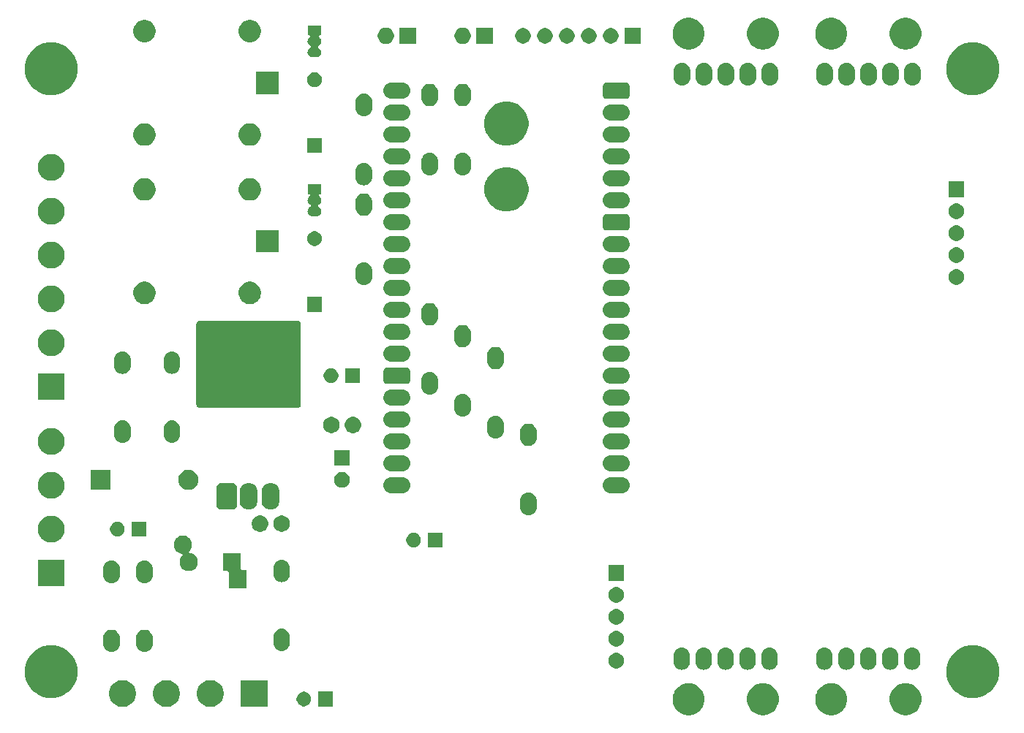
<source format=gbr>
G04 #@! TF.GenerationSoftware,KiCad,Pcbnew,5.1.5+dfsg1-2build2*
G04 #@! TF.CreationDate,2022-08-24T15:36:07+02:00*
G04 #@! TF.ProjectId,capLevelSensorESP,6361704c-6576-4656-9c53-656e736f7245,rev?*
G04 #@! TF.SameCoordinates,Original*
G04 #@! TF.FileFunction,Soldermask,Bot*
G04 #@! TF.FilePolarity,Negative*
%FSLAX46Y46*%
G04 Gerber Fmt 4.6, Leading zero omitted, Abs format (unit mm)*
G04 Created by KiCad (PCBNEW 5.1.5+dfsg1-2build2) date 2022-08-24 15:36:07*
%MOMM*%
%LPD*%
G04 APERTURE LIST*
%ADD10C,0.100000*%
G04 APERTURE END LIST*
D10*
G36*
X139261113Y-155039567D02*
G01*
X139439917Y-155075133D01*
X139536623Y-155115190D01*
X139776776Y-155214664D01*
X140079943Y-155417234D01*
X140337766Y-155675057D01*
X140540336Y-155978224D01*
X140586988Y-156090853D01*
X140679867Y-156315083D01*
X140751000Y-156672692D01*
X140751000Y-157037308D01*
X140679867Y-157394917D01*
X140633849Y-157506015D01*
X140540336Y-157731776D01*
X140337766Y-158034943D01*
X140079943Y-158292766D01*
X139776776Y-158495336D01*
X139579448Y-158577071D01*
X139439917Y-158634867D01*
X139261112Y-158670434D01*
X139082309Y-158706000D01*
X138717691Y-158706000D01*
X138538888Y-158670434D01*
X138360083Y-158634867D01*
X138220552Y-158577071D01*
X138023224Y-158495336D01*
X137720057Y-158292766D01*
X137462234Y-158034943D01*
X137259664Y-157731776D01*
X137166151Y-157506015D01*
X137120133Y-157394917D01*
X137049000Y-157037308D01*
X137049000Y-156672692D01*
X137120133Y-156315083D01*
X137213012Y-156090853D01*
X137259664Y-155978224D01*
X137462234Y-155675057D01*
X137720057Y-155417234D01*
X138023224Y-155214664D01*
X138263377Y-155115190D01*
X138360083Y-155075133D01*
X138538887Y-155039567D01*
X138717691Y-155004000D01*
X139082309Y-155004000D01*
X139261113Y-155039567D01*
G37*
G36*
X147171113Y-155039567D02*
G01*
X147349917Y-155075133D01*
X147446623Y-155115190D01*
X147686776Y-155214664D01*
X147989943Y-155417234D01*
X148247766Y-155675057D01*
X148450336Y-155978224D01*
X148496988Y-156090853D01*
X148589867Y-156315083D01*
X148661000Y-156672692D01*
X148661000Y-157037308D01*
X148589867Y-157394917D01*
X148543849Y-157506015D01*
X148450336Y-157731776D01*
X148247766Y-158034943D01*
X147989943Y-158292766D01*
X147686776Y-158495336D01*
X147489448Y-158577071D01*
X147349917Y-158634867D01*
X147171112Y-158670434D01*
X146992309Y-158706000D01*
X146627691Y-158706000D01*
X146448888Y-158670434D01*
X146270083Y-158634867D01*
X146130552Y-158577071D01*
X145933224Y-158495336D01*
X145630057Y-158292766D01*
X145372234Y-158034943D01*
X145169664Y-157731776D01*
X145076151Y-157506015D01*
X145030133Y-157394917D01*
X144959000Y-157037308D01*
X144959000Y-156672692D01*
X145030133Y-156315083D01*
X145123012Y-156090853D01*
X145169664Y-155978224D01*
X145372234Y-155675057D01*
X145630057Y-155417234D01*
X145933224Y-155214664D01*
X146173377Y-155115190D01*
X146270083Y-155075133D01*
X146448887Y-155039567D01*
X146627691Y-155004000D01*
X146992309Y-155004000D01*
X147171113Y-155039567D01*
G37*
G36*
X130661113Y-155039567D02*
G01*
X130839917Y-155075133D01*
X130936623Y-155115190D01*
X131176776Y-155214664D01*
X131479943Y-155417234D01*
X131737766Y-155675057D01*
X131940336Y-155978224D01*
X131986988Y-156090853D01*
X132079867Y-156315083D01*
X132151000Y-156672692D01*
X132151000Y-157037308D01*
X132079867Y-157394917D01*
X132033849Y-157506015D01*
X131940336Y-157731776D01*
X131737766Y-158034943D01*
X131479943Y-158292766D01*
X131176776Y-158495336D01*
X130979448Y-158577071D01*
X130839917Y-158634867D01*
X130661112Y-158670434D01*
X130482309Y-158706000D01*
X130117691Y-158706000D01*
X129938888Y-158670434D01*
X129760083Y-158634867D01*
X129620552Y-158577071D01*
X129423224Y-158495336D01*
X129120057Y-158292766D01*
X128862234Y-158034943D01*
X128659664Y-157731776D01*
X128566151Y-157506015D01*
X128520133Y-157394917D01*
X128449000Y-157037308D01*
X128449000Y-156672692D01*
X128520133Y-156315083D01*
X128613012Y-156090853D01*
X128659664Y-155978224D01*
X128862234Y-155675057D01*
X129120057Y-155417234D01*
X129423224Y-155214664D01*
X129663377Y-155115190D01*
X129760083Y-155075133D01*
X129938887Y-155039567D01*
X130117691Y-155004000D01*
X130482309Y-155004000D01*
X130661113Y-155039567D01*
G37*
G36*
X155771113Y-155039567D02*
G01*
X155949917Y-155075133D01*
X156046623Y-155115190D01*
X156286776Y-155214664D01*
X156589943Y-155417234D01*
X156847766Y-155675057D01*
X157050336Y-155978224D01*
X157096988Y-156090853D01*
X157189867Y-156315083D01*
X157261000Y-156672692D01*
X157261000Y-157037308D01*
X157189867Y-157394917D01*
X157143849Y-157506015D01*
X157050336Y-157731776D01*
X156847766Y-158034943D01*
X156589943Y-158292766D01*
X156286776Y-158495336D01*
X156089448Y-158577071D01*
X155949917Y-158634867D01*
X155771112Y-158670434D01*
X155592309Y-158706000D01*
X155227691Y-158706000D01*
X155048888Y-158670434D01*
X154870083Y-158634867D01*
X154730552Y-158577071D01*
X154533224Y-158495336D01*
X154230057Y-158292766D01*
X153972234Y-158034943D01*
X153769664Y-157731776D01*
X153676151Y-157506015D01*
X153630133Y-157394917D01*
X153559000Y-157037308D01*
X153559000Y-156672692D01*
X153630133Y-156315083D01*
X153723012Y-156090853D01*
X153769664Y-155978224D01*
X153972234Y-155675057D01*
X154230057Y-155417234D01*
X154533224Y-155214664D01*
X154773377Y-155115190D01*
X154870083Y-155075133D01*
X155048887Y-155039567D01*
X155227691Y-155004000D01*
X155592309Y-155004000D01*
X155771113Y-155039567D01*
G37*
G36*
X65072585Y-154688802D02*
G01*
X65222410Y-154718604D01*
X65504674Y-154835521D01*
X65758705Y-155005259D01*
X65974741Y-155221295D01*
X66144479Y-155475326D01*
X66261396Y-155757590D01*
X66321000Y-156057240D01*
X66321000Y-156362760D01*
X66261396Y-156662410D01*
X66144479Y-156944674D01*
X65974741Y-157198705D01*
X65758705Y-157414741D01*
X65504674Y-157584479D01*
X65222410Y-157701396D01*
X65072585Y-157731198D01*
X64922761Y-157761000D01*
X64617239Y-157761000D01*
X64467415Y-157731198D01*
X64317590Y-157701396D01*
X64035326Y-157584479D01*
X63781295Y-157414741D01*
X63565259Y-157198705D01*
X63395521Y-156944674D01*
X63278604Y-156662410D01*
X63219000Y-156362760D01*
X63219000Y-156057240D01*
X63278604Y-155757590D01*
X63395521Y-155475326D01*
X63565259Y-155221295D01*
X63781295Y-155005259D01*
X64035326Y-154835521D01*
X64317590Y-154718604D01*
X64467415Y-154688802D01*
X64617239Y-154659000D01*
X64922761Y-154659000D01*
X65072585Y-154688802D01*
G37*
G36*
X70152585Y-154688802D02*
G01*
X70302410Y-154718604D01*
X70584674Y-154835521D01*
X70838705Y-155005259D01*
X71054741Y-155221295D01*
X71224479Y-155475326D01*
X71341396Y-155757590D01*
X71401000Y-156057240D01*
X71401000Y-156362760D01*
X71341396Y-156662410D01*
X71224479Y-156944674D01*
X71054741Y-157198705D01*
X70838705Y-157414741D01*
X70584674Y-157584479D01*
X70302410Y-157701396D01*
X70152585Y-157731198D01*
X70002761Y-157761000D01*
X69697239Y-157761000D01*
X69547415Y-157731198D01*
X69397590Y-157701396D01*
X69115326Y-157584479D01*
X68861295Y-157414741D01*
X68645259Y-157198705D01*
X68475521Y-156944674D01*
X68358604Y-156662410D01*
X68299000Y-156362760D01*
X68299000Y-156057240D01*
X68358604Y-155757590D01*
X68475521Y-155475326D01*
X68645259Y-155221295D01*
X68861295Y-155005259D01*
X69115326Y-154835521D01*
X69397590Y-154718604D01*
X69547415Y-154688802D01*
X69697239Y-154659000D01*
X70002761Y-154659000D01*
X70152585Y-154688802D01*
G37*
G36*
X81561000Y-157761000D02*
G01*
X78459000Y-157761000D01*
X78459000Y-154659000D01*
X81561000Y-154659000D01*
X81561000Y-157761000D01*
G37*
G36*
X75232585Y-154688802D02*
G01*
X75382410Y-154718604D01*
X75664674Y-154835521D01*
X75918705Y-155005259D01*
X76134741Y-155221295D01*
X76304479Y-155475326D01*
X76421396Y-155757590D01*
X76481000Y-156057240D01*
X76481000Y-156362760D01*
X76421396Y-156662410D01*
X76304479Y-156944674D01*
X76134741Y-157198705D01*
X75918705Y-157414741D01*
X75664674Y-157584479D01*
X75382410Y-157701396D01*
X75232585Y-157731198D01*
X75082761Y-157761000D01*
X74777239Y-157761000D01*
X74627415Y-157731198D01*
X74477590Y-157701396D01*
X74195326Y-157584479D01*
X73941295Y-157414741D01*
X73725259Y-157198705D01*
X73555521Y-156944674D01*
X73438604Y-156662410D01*
X73379000Y-156362760D01*
X73379000Y-156057240D01*
X73438604Y-155757590D01*
X73555521Y-155475326D01*
X73725259Y-155221295D01*
X73941295Y-155005259D01*
X74195326Y-154835521D01*
X74477590Y-154718604D01*
X74627415Y-154688802D01*
X74777239Y-154659000D01*
X75082761Y-154659000D01*
X75232585Y-154688802D01*
G37*
G36*
X89116000Y-157696000D02*
G01*
X87414000Y-157696000D01*
X87414000Y-155994000D01*
X89116000Y-155994000D01*
X89116000Y-157696000D01*
G37*
G36*
X86013228Y-156026703D02*
G01*
X86168100Y-156090853D01*
X86307481Y-156183985D01*
X86426015Y-156302519D01*
X86519147Y-156441900D01*
X86583297Y-156596772D01*
X86616000Y-156761184D01*
X86616000Y-156928816D01*
X86583297Y-157093228D01*
X86519147Y-157248100D01*
X86426015Y-157387481D01*
X86307481Y-157506015D01*
X86168100Y-157599147D01*
X86013228Y-157663297D01*
X85848816Y-157696000D01*
X85681184Y-157696000D01*
X85516772Y-157663297D01*
X85361900Y-157599147D01*
X85222519Y-157506015D01*
X85103985Y-157387481D01*
X85010853Y-157248100D01*
X84946703Y-157093228D01*
X84914000Y-156928816D01*
X84914000Y-156761184D01*
X84946703Y-156596772D01*
X85010853Y-156441900D01*
X85103985Y-156302519D01*
X85222519Y-156183985D01*
X85361900Y-156090853D01*
X85516772Y-156026703D01*
X85681184Y-155994000D01*
X85848816Y-155994000D01*
X86013228Y-156026703D01*
G37*
G36*
X57404943Y-150736248D02*
G01*
X57960189Y-150966238D01*
X58204210Y-151129288D01*
X58459899Y-151300134D01*
X58884866Y-151725101D01*
X59033440Y-151947458D01*
X59218762Y-152224811D01*
X59448752Y-152780057D01*
X59566000Y-153369501D01*
X59566000Y-153970499D01*
X59448752Y-154559943D01*
X59218762Y-155115189D01*
X59218761Y-155115190D01*
X58884866Y-155614899D01*
X58459899Y-156039866D01*
X58319573Y-156133629D01*
X57960189Y-156373762D01*
X57404943Y-156603752D01*
X56815499Y-156721000D01*
X56214501Y-156721000D01*
X55625057Y-156603752D01*
X55069811Y-156373762D01*
X54710427Y-156133629D01*
X54570101Y-156039866D01*
X54145134Y-155614899D01*
X53811239Y-155115190D01*
X53811238Y-155115189D01*
X53581248Y-154559943D01*
X53464000Y-153970499D01*
X53464000Y-153369501D01*
X53581248Y-152780057D01*
X53811238Y-152224811D01*
X53996560Y-151947458D01*
X54145134Y-151725101D01*
X54570101Y-151300134D01*
X54825790Y-151129288D01*
X55069811Y-150966238D01*
X55625057Y-150736248D01*
X56214501Y-150619000D01*
X56815499Y-150619000D01*
X57404943Y-150736248D01*
G37*
G36*
X164084943Y-150736248D02*
G01*
X164640189Y-150966238D01*
X164884210Y-151129288D01*
X165139899Y-151300134D01*
X165564866Y-151725101D01*
X165713440Y-151947458D01*
X165898762Y-152224811D01*
X166128752Y-152780057D01*
X166246000Y-153369501D01*
X166246000Y-153970499D01*
X166128752Y-154559943D01*
X165898762Y-155115189D01*
X165898761Y-155115190D01*
X165564866Y-155614899D01*
X165139899Y-156039866D01*
X164999573Y-156133629D01*
X164640189Y-156373762D01*
X164084943Y-156603752D01*
X163495499Y-156721000D01*
X162894501Y-156721000D01*
X162305057Y-156603752D01*
X161749811Y-156373762D01*
X161390427Y-156133629D01*
X161250101Y-156039866D01*
X160825134Y-155614899D01*
X160491239Y-155115190D01*
X160491238Y-155115189D01*
X160261248Y-154559943D01*
X160144000Y-153970499D01*
X160144000Y-153369501D01*
X160261248Y-152780057D01*
X160491238Y-152224811D01*
X160676560Y-151947458D01*
X160825134Y-151725101D01*
X161250101Y-151300134D01*
X161505790Y-151129288D01*
X161749811Y-150966238D01*
X162305057Y-150736248D01*
X162894501Y-150619000D01*
X163495499Y-150619000D01*
X164084943Y-150736248D01*
G37*
G36*
X148736424Y-150867760D02*
G01*
X148736427Y-150867761D01*
X148736428Y-150867761D01*
X148915692Y-150922140D01*
X148915695Y-150922142D01*
X148915696Y-150922142D01*
X149080903Y-151010446D01*
X149225712Y-151129288D01*
X149344554Y-151274097D01*
X149432858Y-151439303D01*
X149432860Y-151439307D01*
X149466909Y-151551552D01*
X149487240Y-151618575D01*
X149501000Y-151758282D01*
X149501000Y-152551717D01*
X149487240Y-152691426D01*
X149487239Y-152691429D01*
X149446180Y-152826784D01*
X149432859Y-152870695D01*
X149344554Y-153035903D01*
X149225712Y-153180712D01*
X149080903Y-153299554D01*
X148915697Y-153387858D01*
X148915693Y-153387860D01*
X148736429Y-153442239D01*
X148736428Y-153442239D01*
X148736425Y-153442240D01*
X148550000Y-153460601D01*
X148363576Y-153442240D01*
X148363573Y-153442239D01*
X148363572Y-153442239D01*
X148184308Y-153387860D01*
X148184304Y-153387858D01*
X148019098Y-153299554D01*
X147874289Y-153180712D01*
X147755447Y-153035903D01*
X147667140Y-152870692D01*
X147612760Y-152691430D01*
X147599000Y-152551718D01*
X147599000Y-151758283D01*
X147612760Y-151618576D01*
X147612761Y-151618572D01*
X147667140Y-151439308D01*
X147692298Y-151392240D01*
X147755446Y-151274097D01*
X147874288Y-151129288D01*
X148019097Y-151010446D01*
X148184303Y-150922142D01*
X148184304Y-150922142D01*
X148184307Y-150922140D01*
X148363571Y-150867761D01*
X148363572Y-150867761D01*
X148363575Y-150867760D01*
X148550000Y-150849399D01*
X148736424Y-150867760D01*
G37*
G36*
X151276424Y-150867760D02*
G01*
X151276427Y-150867761D01*
X151276428Y-150867761D01*
X151455692Y-150922140D01*
X151455695Y-150922142D01*
X151455696Y-150922142D01*
X151620903Y-151010446D01*
X151765712Y-151129288D01*
X151884554Y-151274097D01*
X151972858Y-151439303D01*
X151972860Y-151439307D01*
X152006909Y-151551552D01*
X152027240Y-151618575D01*
X152041000Y-151758282D01*
X152041000Y-152551717D01*
X152027240Y-152691426D01*
X152027239Y-152691429D01*
X151986180Y-152826784D01*
X151972859Y-152870695D01*
X151884554Y-153035903D01*
X151765712Y-153180712D01*
X151620903Y-153299554D01*
X151455697Y-153387858D01*
X151455693Y-153387860D01*
X151276429Y-153442239D01*
X151276428Y-153442239D01*
X151276425Y-153442240D01*
X151090000Y-153460601D01*
X150903576Y-153442240D01*
X150903573Y-153442239D01*
X150903572Y-153442239D01*
X150724308Y-153387860D01*
X150724304Y-153387858D01*
X150559098Y-153299554D01*
X150414289Y-153180712D01*
X150295447Y-153035903D01*
X150207140Y-152870692D01*
X150152760Y-152691430D01*
X150139000Y-152551718D01*
X150139000Y-151758283D01*
X150152760Y-151618576D01*
X150152761Y-151618572D01*
X150207140Y-151439308D01*
X150232298Y-151392240D01*
X150295446Y-151274097D01*
X150414288Y-151129288D01*
X150559097Y-151010446D01*
X150724303Y-150922142D01*
X150724304Y-150922142D01*
X150724307Y-150922140D01*
X150903571Y-150867761D01*
X150903572Y-150867761D01*
X150903575Y-150867760D01*
X151090000Y-150849399D01*
X151276424Y-150867760D01*
G37*
G36*
X156356424Y-150867760D02*
G01*
X156356427Y-150867761D01*
X156356428Y-150867761D01*
X156535692Y-150922140D01*
X156535695Y-150922142D01*
X156535696Y-150922142D01*
X156700903Y-151010446D01*
X156845712Y-151129288D01*
X156964554Y-151274097D01*
X157052858Y-151439303D01*
X157052860Y-151439307D01*
X157086909Y-151551552D01*
X157107240Y-151618575D01*
X157121000Y-151758282D01*
X157121000Y-152551717D01*
X157107240Y-152691426D01*
X157107239Y-152691429D01*
X157066180Y-152826784D01*
X157052859Y-152870695D01*
X156964554Y-153035903D01*
X156845712Y-153180712D01*
X156700903Y-153299554D01*
X156535697Y-153387858D01*
X156535693Y-153387860D01*
X156356429Y-153442239D01*
X156356428Y-153442239D01*
X156356425Y-153442240D01*
X156170000Y-153460601D01*
X155983576Y-153442240D01*
X155983573Y-153442239D01*
X155983572Y-153442239D01*
X155804308Y-153387860D01*
X155804304Y-153387858D01*
X155639098Y-153299554D01*
X155494289Y-153180712D01*
X155375447Y-153035903D01*
X155287140Y-152870692D01*
X155232760Y-152691430D01*
X155219000Y-152551718D01*
X155219000Y-151758283D01*
X155232760Y-151618576D01*
X155232761Y-151618572D01*
X155287140Y-151439308D01*
X155312298Y-151392240D01*
X155375446Y-151274097D01*
X155494288Y-151129288D01*
X155639097Y-151010446D01*
X155804303Y-150922142D01*
X155804304Y-150922142D01*
X155804307Y-150922140D01*
X155983571Y-150867761D01*
X155983572Y-150867761D01*
X155983575Y-150867760D01*
X156170000Y-150849399D01*
X156356424Y-150867760D01*
G37*
G36*
X146196424Y-150867760D02*
G01*
X146196427Y-150867761D01*
X146196428Y-150867761D01*
X146375692Y-150922140D01*
X146375695Y-150922142D01*
X146375696Y-150922142D01*
X146540903Y-151010446D01*
X146685712Y-151129288D01*
X146804554Y-151274097D01*
X146892858Y-151439303D01*
X146892860Y-151439307D01*
X146926909Y-151551552D01*
X146947240Y-151618575D01*
X146961000Y-151758282D01*
X146961000Y-152551717D01*
X146947240Y-152691426D01*
X146947239Y-152691429D01*
X146906180Y-152826784D01*
X146892859Y-152870695D01*
X146804554Y-153035903D01*
X146685712Y-153180712D01*
X146540903Y-153299554D01*
X146375697Y-153387858D01*
X146375693Y-153387860D01*
X146196429Y-153442239D01*
X146196428Y-153442239D01*
X146196425Y-153442240D01*
X146010000Y-153460601D01*
X145823576Y-153442240D01*
X145823573Y-153442239D01*
X145823572Y-153442239D01*
X145644308Y-153387860D01*
X145644304Y-153387858D01*
X145479098Y-153299554D01*
X145334289Y-153180712D01*
X145215447Y-153035903D01*
X145127140Y-152870692D01*
X145072760Y-152691430D01*
X145059000Y-152551718D01*
X145059000Y-151758283D01*
X145072760Y-151618576D01*
X145072761Y-151618572D01*
X145127140Y-151439308D01*
X145152298Y-151392240D01*
X145215446Y-151274097D01*
X145334288Y-151129288D01*
X145479097Y-151010446D01*
X145644303Y-150922142D01*
X145644304Y-150922142D01*
X145644307Y-150922140D01*
X145823571Y-150867761D01*
X145823572Y-150867761D01*
X145823575Y-150867760D01*
X146010000Y-150849399D01*
X146196424Y-150867760D01*
G37*
G36*
X153816424Y-150867760D02*
G01*
X153816427Y-150867761D01*
X153816428Y-150867761D01*
X153995692Y-150922140D01*
X153995695Y-150922142D01*
X153995696Y-150922142D01*
X154160903Y-151010446D01*
X154305712Y-151129288D01*
X154424554Y-151274097D01*
X154512858Y-151439303D01*
X154512860Y-151439307D01*
X154546909Y-151551552D01*
X154567240Y-151618575D01*
X154581000Y-151758282D01*
X154581000Y-152551717D01*
X154567240Y-152691426D01*
X154567239Y-152691429D01*
X154526180Y-152826784D01*
X154512859Y-152870695D01*
X154424554Y-153035903D01*
X154305712Y-153180712D01*
X154160903Y-153299554D01*
X153995697Y-153387858D01*
X153995693Y-153387860D01*
X153816429Y-153442239D01*
X153816428Y-153442239D01*
X153816425Y-153442240D01*
X153630000Y-153460601D01*
X153443576Y-153442240D01*
X153443573Y-153442239D01*
X153443572Y-153442239D01*
X153264308Y-153387860D01*
X153264304Y-153387858D01*
X153099098Y-153299554D01*
X152954289Y-153180712D01*
X152835447Y-153035903D01*
X152747140Y-152870692D01*
X152692760Y-152691430D01*
X152679000Y-152551718D01*
X152679000Y-151758283D01*
X152692760Y-151618576D01*
X152692761Y-151618572D01*
X152747140Y-151439308D01*
X152772298Y-151392240D01*
X152835446Y-151274097D01*
X152954288Y-151129288D01*
X153099097Y-151010446D01*
X153264303Y-150922142D01*
X153264304Y-150922142D01*
X153264307Y-150922140D01*
X153443571Y-150867761D01*
X153443572Y-150867761D01*
X153443575Y-150867760D01*
X153630000Y-150849399D01*
X153816424Y-150867760D01*
G37*
G36*
X134766424Y-150867760D02*
G01*
X134766427Y-150867761D01*
X134766428Y-150867761D01*
X134945692Y-150922140D01*
X134945695Y-150922142D01*
X134945696Y-150922142D01*
X135110903Y-151010446D01*
X135255712Y-151129288D01*
X135374554Y-151274097D01*
X135462858Y-151439303D01*
X135462860Y-151439307D01*
X135496909Y-151551552D01*
X135517240Y-151618575D01*
X135531000Y-151758282D01*
X135531000Y-152551717D01*
X135517240Y-152691426D01*
X135517239Y-152691429D01*
X135476180Y-152826784D01*
X135462859Y-152870695D01*
X135374554Y-153035903D01*
X135255712Y-153180712D01*
X135110903Y-153299554D01*
X134945697Y-153387858D01*
X134945693Y-153387860D01*
X134766429Y-153442239D01*
X134766428Y-153442239D01*
X134766425Y-153442240D01*
X134580000Y-153460601D01*
X134393576Y-153442240D01*
X134393573Y-153442239D01*
X134393572Y-153442239D01*
X134214308Y-153387860D01*
X134214304Y-153387858D01*
X134049098Y-153299554D01*
X133904289Y-153180712D01*
X133785447Y-153035903D01*
X133697140Y-152870692D01*
X133642760Y-152691430D01*
X133629000Y-152551718D01*
X133629000Y-151758283D01*
X133642760Y-151618576D01*
X133642761Y-151618572D01*
X133697140Y-151439308D01*
X133722298Y-151392240D01*
X133785446Y-151274097D01*
X133904288Y-151129288D01*
X134049097Y-151010446D01*
X134214303Y-150922142D01*
X134214304Y-150922142D01*
X134214307Y-150922140D01*
X134393571Y-150867761D01*
X134393572Y-150867761D01*
X134393575Y-150867760D01*
X134580000Y-150849399D01*
X134766424Y-150867760D01*
G37*
G36*
X129686424Y-150867760D02*
G01*
X129686427Y-150867761D01*
X129686428Y-150867761D01*
X129865692Y-150922140D01*
X129865695Y-150922142D01*
X129865696Y-150922142D01*
X130030903Y-151010446D01*
X130175712Y-151129288D01*
X130294554Y-151274097D01*
X130382858Y-151439303D01*
X130382860Y-151439307D01*
X130416909Y-151551552D01*
X130437240Y-151618575D01*
X130451000Y-151758282D01*
X130451000Y-152551717D01*
X130437240Y-152691426D01*
X130437239Y-152691429D01*
X130396180Y-152826784D01*
X130382859Y-152870695D01*
X130294554Y-153035903D01*
X130175712Y-153180712D01*
X130030903Y-153299554D01*
X129865697Y-153387858D01*
X129865693Y-153387860D01*
X129686429Y-153442239D01*
X129686428Y-153442239D01*
X129686425Y-153442240D01*
X129500000Y-153460601D01*
X129313576Y-153442240D01*
X129313573Y-153442239D01*
X129313572Y-153442239D01*
X129134308Y-153387860D01*
X129134304Y-153387858D01*
X128969098Y-153299554D01*
X128824289Y-153180712D01*
X128705447Y-153035903D01*
X128617140Y-152870692D01*
X128562760Y-152691430D01*
X128549000Y-152551718D01*
X128549000Y-151758283D01*
X128562760Y-151618576D01*
X128562761Y-151618572D01*
X128617140Y-151439308D01*
X128642298Y-151392240D01*
X128705446Y-151274097D01*
X128824288Y-151129288D01*
X128969097Y-151010446D01*
X129134303Y-150922142D01*
X129134304Y-150922142D01*
X129134307Y-150922140D01*
X129313571Y-150867761D01*
X129313572Y-150867761D01*
X129313575Y-150867760D01*
X129500000Y-150849399D01*
X129686424Y-150867760D01*
G37*
G36*
X139846424Y-150867760D02*
G01*
X139846427Y-150867761D01*
X139846428Y-150867761D01*
X140025692Y-150922140D01*
X140025695Y-150922142D01*
X140025696Y-150922142D01*
X140190903Y-151010446D01*
X140335712Y-151129288D01*
X140454554Y-151274097D01*
X140542858Y-151439303D01*
X140542860Y-151439307D01*
X140576909Y-151551552D01*
X140597240Y-151618575D01*
X140611000Y-151758282D01*
X140611000Y-152551717D01*
X140597240Y-152691426D01*
X140597239Y-152691429D01*
X140556180Y-152826784D01*
X140542859Y-152870695D01*
X140454554Y-153035903D01*
X140335712Y-153180712D01*
X140190903Y-153299554D01*
X140025697Y-153387858D01*
X140025693Y-153387860D01*
X139846429Y-153442239D01*
X139846428Y-153442239D01*
X139846425Y-153442240D01*
X139660000Y-153460601D01*
X139473576Y-153442240D01*
X139473573Y-153442239D01*
X139473572Y-153442239D01*
X139294308Y-153387860D01*
X139294304Y-153387858D01*
X139129098Y-153299554D01*
X138984289Y-153180712D01*
X138865447Y-153035903D01*
X138777140Y-152870692D01*
X138722760Y-152691430D01*
X138709000Y-152551718D01*
X138709000Y-151758283D01*
X138722760Y-151618576D01*
X138722761Y-151618572D01*
X138777140Y-151439308D01*
X138802298Y-151392240D01*
X138865446Y-151274097D01*
X138984288Y-151129288D01*
X139129097Y-151010446D01*
X139294303Y-150922142D01*
X139294304Y-150922142D01*
X139294307Y-150922140D01*
X139473571Y-150867761D01*
X139473572Y-150867761D01*
X139473575Y-150867760D01*
X139660000Y-150849399D01*
X139846424Y-150867760D01*
G37*
G36*
X137306424Y-150867760D02*
G01*
X137306427Y-150867761D01*
X137306428Y-150867761D01*
X137485692Y-150922140D01*
X137485695Y-150922142D01*
X137485696Y-150922142D01*
X137650903Y-151010446D01*
X137795712Y-151129288D01*
X137914554Y-151274097D01*
X138002858Y-151439303D01*
X138002860Y-151439307D01*
X138036909Y-151551552D01*
X138057240Y-151618575D01*
X138071000Y-151758282D01*
X138071000Y-152551717D01*
X138057240Y-152691426D01*
X138057239Y-152691429D01*
X138016180Y-152826784D01*
X138002859Y-152870695D01*
X137914554Y-153035903D01*
X137795712Y-153180712D01*
X137650903Y-153299554D01*
X137485697Y-153387858D01*
X137485693Y-153387860D01*
X137306429Y-153442239D01*
X137306428Y-153442239D01*
X137306425Y-153442240D01*
X137120000Y-153460601D01*
X136933576Y-153442240D01*
X136933573Y-153442239D01*
X136933572Y-153442239D01*
X136754308Y-153387860D01*
X136754304Y-153387858D01*
X136589098Y-153299554D01*
X136444289Y-153180712D01*
X136325447Y-153035903D01*
X136237140Y-152870692D01*
X136182760Y-152691430D01*
X136169000Y-152551718D01*
X136169000Y-151758283D01*
X136182760Y-151618576D01*
X136182761Y-151618572D01*
X136237140Y-151439308D01*
X136262298Y-151392240D01*
X136325446Y-151274097D01*
X136444288Y-151129288D01*
X136589097Y-151010446D01*
X136754303Y-150922142D01*
X136754304Y-150922142D01*
X136754307Y-150922140D01*
X136933571Y-150867761D01*
X136933572Y-150867761D01*
X136933575Y-150867760D01*
X137120000Y-150849399D01*
X137306424Y-150867760D01*
G37*
G36*
X132226424Y-150867760D02*
G01*
X132226427Y-150867761D01*
X132226428Y-150867761D01*
X132405692Y-150922140D01*
X132405695Y-150922142D01*
X132405696Y-150922142D01*
X132570903Y-151010446D01*
X132715712Y-151129288D01*
X132834554Y-151274097D01*
X132922858Y-151439303D01*
X132922860Y-151439307D01*
X132956909Y-151551552D01*
X132977240Y-151618575D01*
X132991000Y-151758282D01*
X132991000Y-152551717D01*
X132977240Y-152691426D01*
X132977239Y-152691429D01*
X132936180Y-152826784D01*
X132922859Y-152870695D01*
X132834554Y-153035903D01*
X132715712Y-153180712D01*
X132570903Y-153299554D01*
X132405697Y-153387858D01*
X132405693Y-153387860D01*
X132226429Y-153442239D01*
X132226428Y-153442239D01*
X132226425Y-153442240D01*
X132040000Y-153460601D01*
X131853576Y-153442240D01*
X131853573Y-153442239D01*
X131853572Y-153442239D01*
X131674308Y-153387860D01*
X131674304Y-153387858D01*
X131509098Y-153299554D01*
X131364289Y-153180712D01*
X131245447Y-153035903D01*
X131157140Y-152870692D01*
X131102760Y-152691430D01*
X131089000Y-152551718D01*
X131089000Y-151758283D01*
X131102760Y-151618576D01*
X131102761Y-151618572D01*
X131157140Y-151439308D01*
X131182298Y-151392240D01*
X131245446Y-151274097D01*
X131364288Y-151129288D01*
X131509097Y-151010446D01*
X131674303Y-150922142D01*
X131674304Y-150922142D01*
X131674307Y-150922140D01*
X131853571Y-150867761D01*
X131853572Y-150867761D01*
X131853575Y-150867760D01*
X132040000Y-150849399D01*
X132226424Y-150867760D01*
G37*
G36*
X122033512Y-151503927D02*
G01*
X122182812Y-151533624D01*
X122346784Y-151601544D01*
X122494354Y-151700147D01*
X122619853Y-151825646D01*
X122718456Y-151973216D01*
X122786376Y-152137188D01*
X122821000Y-152311259D01*
X122821000Y-152488741D01*
X122786376Y-152662812D01*
X122718456Y-152826784D01*
X122619853Y-152974354D01*
X122494354Y-153099853D01*
X122346784Y-153198456D01*
X122182812Y-153266376D01*
X122033512Y-153296073D01*
X122008742Y-153301000D01*
X121831258Y-153301000D01*
X121806488Y-153296073D01*
X121657188Y-153266376D01*
X121493216Y-153198456D01*
X121345646Y-153099853D01*
X121220147Y-152974354D01*
X121121544Y-152826784D01*
X121053624Y-152662812D01*
X121019000Y-152488741D01*
X121019000Y-152311259D01*
X121053624Y-152137188D01*
X121121544Y-151973216D01*
X121220147Y-151825646D01*
X121345646Y-151700147D01*
X121493216Y-151601544D01*
X121657188Y-151533624D01*
X121806488Y-151503927D01*
X121831258Y-151499000D01*
X122008742Y-151499000D01*
X122033512Y-151503927D01*
G37*
G36*
X67496425Y-148817760D02*
G01*
X67496428Y-148817761D01*
X67496429Y-148817761D01*
X67675693Y-148872140D01*
X67675696Y-148872142D01*
X67675697Y-148872142D01*
X67840903Y-148960446D01*
X67985712Y-149079288D01*
X68104554Y-149224097D01*
X68192858Y-149389303D01*
X68192860Y-149389307D01*
X68206180Y-149433218D01*
X68247240Y-149568574D01*
X68261000Y-149708283D01*
X68261000Y-150501718D01*
X68247240Y-150641425D01*
X68247239Y-150641428D01*
X68247239Y-150641429D01*
X68192860Y-150820693D01*
X68192858Y-150820697D01*
X68104554Y-150985903D01*
X67985712Y-151130712D01*
X67840903Y-151249554D01*
X67675696Y-151337858D01*
X67675692Y-151337860D01*
X67496428Y-151392239D01*
X67496427Y-151392239D01*
X67496424Y-151392240D01*
X67310000Y-151410601D01*
X67123575Y-151392240D01*
X67123572Y-151392239D01*
X67123571Y-151392239D01*
X66944307Y-151337860D01*
X66944303Y-151337858D01*
X66779097Y-151249554D01*
X66634288Y-151130712D01*
X66515446Y-150985903D01*
X66427142Y-150820696D01*
X66427141Y-150820693D01*
X66427140Y-150820692D01*
X66372761Y-150641428D01*
X66372761Y-150641426D01*
X66372760Y-150641424D01*
X66359000Y-150501717D01*
X66359000Y-149708282D01*
X66372760Y-149568570D01*
X66427140Y-149389308D01*
X66515447Y-149224097D01*
X66634289Y-149079288D01*
X66779098Y-148960446D01*
X66944304Y-148872142D01*
X66944305Y-148872142D01*
X66944308Y-148872140D01*
X67123572Y-148817761D01*
X67123573Y-148817761D01*
X67123576Y-148817760D01*
X67310000Y-148799399D01*
X67496425Y-148817760D01*
G37*
G36*
X63686424Y-148817760D02*
G01*
X63686427Y-148817761D01*
X63686428Y-148817761D01*
X63865692Y-148872140D01*
X63865695Y-148872142D01*
X63865696Y-148872142D01*
X64030903Y-148960446D01*
X64175712Y-149079288D01*
X64294554Y-149224097D01*
X64382858Y-149389303D01*
X64382860Y-149389307D01*
X64437239Y-149568571D01*
X64437240Y-149568575D01*
X64451000Y-149708282D01*
X64451000Y-150501717D01*
X64437240Y-150641426D01*
X64437239Y-150641428D01*
X64437239Y-150641429D01*
X64400968Y-150761000D01*
X64382859Y-150820695D01*
X64294554Y-150985903D01*
X64175712Y-151130712D01*
X64030903Y-151249554D01*
X63865697Y-151337858D01*
X63865693Y-151337860D01*
X63686429Y-151392239D01*
X63686428Y-151392239D01*
X63686425Y-151392240D01*
X63500000Y-151410601D01*
X63313576Y-151392240D01*
X63313573Y-151392239D01*
X63313572Y-151392239D01*
X63134308Y-151337860D01*
X63134304Y-151337858D01*
X62969098Y-151249554D01*
X62824289Y-151130712D01*
X62705447Y-150985903D01*
X62617140Y-150820692D01*
X62562760Y-150641430D01*
X62549000Y-150501718D01*
X62549000Y-149708283D01*
X62562760Y-149568576D01*
X62562761Y-149568572D01*
X62617140Y-149389308D01*
X62617143Y-149389303D01*
X62705446Y-149224097D01*
X62824288Y-149079288D01*
X62969097Y-148960446D01*
X63134303Y-148872142D01*
X63134304Y-148872142D01*
X63134307Y-148872140D01*
X63313571Y-148817761D01*
X63313572Y-148817761D01*
X63313575Y-148817760D01*
X63500000Y-148799399D01*
X63686424Y-148817760D01*
G37*
G36*
X83371424Y-148707760D02*
G01*
X83371427Y-148707761D01*
X83371428Y-148707761D01*
X83550692Y-148762140D01*
X83550695Y-148762142D01*
X83550696Y-148762142D01*
X83715903Y-148850446D01*
X83860712Y-148969288D01*
X83979554Y-149114097D01*
X84038350Y-149224097D01*
X84067860Y-149279307D01*
X84114548Y-149433218D01*
X84122240Y-149458575D01*
X84136000Y-149598282D01*
X84136000Y-150391717D01*
X84122240Y-150531426D01*
X84122239Y-150531429D01*
X84088871Y-150641430D01*
X84067859Y-150710695D01*
X83979554Y-150875903D01*
X83860712Y-151020712D01*
X83715903Y-151139554D01*
X83550697Y-151227858D01*
X83550693Y-151227860D01*
X83371429Y-151282239D01*
X83371428Y-151282239D01*
X83371425Y-151282240D01*
X83185000Y-151300601D01*
X82998576Y-151282240D01*
X82998573Y-151282239D01*
X82998572Y-151282239D01*
X82819308Y-151227860D01*
X82819304Y-151227858D01*
X82654098Y-151139554D01*
X82509289Y-151020712D01*
X82390447Y-150875903D01*
X82302140Y-150710692D01*
X82247760Y-150531430D01*
X82234000Y-150391718D01*
X82234000Y-149598283D01*
X82247760Y-149458576D01*
X82247761Y-149458572D01*
X82302140Y-149279308D01*
X82302143Y-149279303D01*
X82390446Y-149114097D01*
X82509288Y-148969288D01*
X82654097Y-148850446D01*
X82819303Y-148762142D01*
X82819304Y-148762142D01*
X82819307Y-148762140D01*
X82998571Y-148707761D01*
X82998572Y-148707761D01*
X82998575Y-148707760D01*
X83185000Y-148689399D01*
X83371424Y-148707760D01*
G37*
G36*
X122016011Y-148960446D02*
G01*
X122182812Y-148993624D01*
X122346784Y-149061544D01*
X122494354Y-149160147D01*
X122619853Y-149285646D01*
X122718456Y-149433216D01*
X122786376Y-149597188D01*
X122821000Y-149771259D01*
X122821000Y-149948741D01*
X122786376Y-150122812D01*
X122718456Y-150286784D01*
X122619853Y-150434354D01*
X122494354Y-150559853D01*
X122346784Y-150658456D01*
X122182812Y-150726376D01*
X122033512Y-150756073D01*
X122008742Y-150761000D01*
X121831258Y-150761000D01*
X121806488Y-150756073D01*
X121657188Y-150726376D01*
X121493216Y-150658456D01*
X121345646Y-150559853D01*
X121220147Y-150434354D01*
X121121544Y-150286784D01*
X121053624Y-150122812D01*
X121019000Y-149948741D01*
X121019000Y-149771259D01*
X121053624Y-149597188D01*
X121121544Y-149433216D01*
X121220147Y-149285646D01*
X121345646Y-149160147D01*
X121493216Y-149061544D01*
X121657188Y-148993624D01*
X121823989Y-148960446D01*
X121831258Y-148959000D01*
X122008742Y-148959000D01*
X122016011Y-148960446D01*
G37*
G36*
X122033512Y-146423927D02*
G01*
X122182812Y-146453624D01*
X122346784Y-146521544D01*
X122494354Y-146620147D01*
X122619853Y-146745646D01*
X122718456Y-146893216D01*
X122786376Y-147057188D01*
X122821000Y-147231259D01*
X122821000Y-147408741D01*
X122786376Y-147582812D01*
X122718456Y-147746784D01*
X122619853Y-147894354D01*
X122494354Y-148019853D01*
X122346784Y-148118456D01*
X122182812Y-148186376D01*
X122033512Y-148216073D01*
X122008742Y-148221000D01*
X121831258Y-148221000D01*
X121806488Y-148216073D01*
X121657188Y-148186376D01*
X121493216Y-148118456D01*
X121345646Y-148019853D01*
X121220147Y-147894354D01*
X121121544Y-147746784D01*
X121053624Y-147582812D01*
X121019000Y-147408741D01*
X121019000Y-147231259D01*
X121053624Y-147057188D01*
X121121544Y-146893216D01*
X121220147Y-146745646D01*
X121345646Y-146620147D01*
X121493216Y-146521544D01*
X121657188Y-146453624D01*
X121806488Y-146423927D01*
X121831258Y-146419000D01*
X122008742Y-146419000D01*
X122033512Y-146423927D01*
G37*
G36*
X122033512Y-143883927D02*
G01*
X122182812Y-143913624D01*
X122346784Y-143981544D01*
X122494354Y-144080147D01*
X122619853Y-144205646D01*
X122718456Y-144353216D01*
X122786376Y-144517188D01*
X122821000Y-144691259D01*
X122821000Y-144868741D01*
X122786376Y-145042812D01*
X122718456Y-145206784D01*
X122619853Y-145354354D01*
X122494354Y-145479853D01*
X122346784Y-145578456D01*
X122182812Y-145646376D01*
X122033512Y-145676073D01*
X122008742Y-145681000D01*
X121831258Y-145681000D01*
X121806488Y-145676073D01*
X121657188Y-145646376D01*
X121493216Y-145578456D01*
X121345646Y-145479853D01*
X121220147Y-145354354D01*
X121121544Y-145206784D01*
X121053624Y-145042812D01*
X121019000Y-144868741D01*
X121019000Y-144691259D01*
X121053624Y-144517188D01*
X121121544Y-144353216D01*
X121220147Y-144205646D01*
X121345646Y-144080147D01*
X121493216Y-143981544D01*
X121657188Y-143913624D01*
X121806488Y-143883927D01*
X121831258Y-143879000D01*
X122008742Y-143879000D01*
X122033512Y-143883927D01*
G37*
G36*
X78483856Y-141794001D02*
G01*
X78486258Y-141818387D01*
X78493371Y-141841836D01*
X78504922Y-141863447D01*
X78520467Y-141882389D01*
X78539409Y-141897934D01*
X78561020Y-141909485D01*
X78584469Y-141916598D01*
X78608855Y-141919000D01*
X79156000Y-141919000D01*
X79156000Y-144021000D01*
X77054000Y-144021000D01*
X77054000Y-142145999D01*
X77051598Y-142121613D01*
X77044485Y-142098164D01*
X77032934Y-142076553D01*
X77017389Y-142057611D01*
X76998447Y-142042066D01*
X76976836Y-142030515D01*
X76953387Y-142023402D01*
X76929001Y-142021000D01*
X76381856Y-142021000D01*
X76381856Y-139919000D01*
X78483856Y-139919000D01*
X78483856Y-141794001D01*
G37*
G36*
X58066000Y-143791000D02*
G01*
X54964000Y-143791000D01*
X54964000Y-140689000D01*
X58066000Y-140689000D01*
X58066000Y-143791000D01*
G37*
G36*
X67496425Y-140817760D02*
G01*
X67496428Y-140817761D01*
X67496429Y-140817761D01*
X67675693Y-140872140D01*
X67675696Y-140872142D01*
X67675697Y-140872142D01*
X67840903Y-140960446D01*
X67985712Y-141079288D01*
X68104554Y-141224097D01*
X68192858Y-141389303D01*
X68192860Y-141389307D01*
X68216681Y-141467835D01*
X68247240Y-141568574D01*
X68261000Y-141708283D01*
X68261000Y-142501718D01*
X68247240Y-142641425D01*
X68247239Y-142641428D01*
X68247239Y-142641429D01*
X68192860Y-142820693D01*
X68192858Y-142820697D01*
X68104554Y-142985903D01*
X67985712Y-143130712D01*
X67840903Y-143249554D01*
X67675696Y-143337858D01*
X67675692Y-143337860D01*
X67496428Y-143392239D01*
X67496427Y-143392239D01*
X67496424Y-143392240D01*
X67310000Y-143410601D01*
X67123575Y-143392240D01*
X67123572Y-143392239D01*
X67123571Y-143392239D01*
X66944307Y-143337860D01*
X66944303Y-143337858D01*
X66779097Y-143249554D01*
X66634288Y-143130712D01*
X66515446Y-142985903D01*
X66427142Y-142820696D01*
X66427141Y-142820693D01*
X66427140Y-142820692D01*
X66372761Y-142641428D01*
X66372761Y-142641426D01*
X66372760Y-142641424D01*
X66359000Y-142501717D01*
X66359000Y-141708282D01*
X66372760Y-141568570D01*
X66427140Y-141389308D01*
X66515447Y-141224097D01*
X66634289Y-141079288D01*
X66779098Y-140960446D01*
X66944304Y-140872142D01*
X66944305Y-140872142D01*
X66944308Y-140872140D01*
X67123572Y-140817761D01*
X67123573Y-140817761D01*
X67123576Y-140817760D01*
X67310000Y-140799399D01*
X67496425Y-140817760D01*
G37*
G36*
X63686424Y-140817760D02*
G01*
X63686427Y-140817761D01*
X63686428Y-140817761D01*
X63865692Y-140872140D01*
X63865695Y-140872142D01*
X63865696Y-140872142D01*
X64030903Y-140960446D01*
X64175712Y-141079288D01*
X64294554Y-141224097D01*
X64382858Y-141389303D01*
X64382860Y-141389307D01*
X64437239Y-141568571D01*
X64437240Y-141568575D01*
X64451000Y-141708282D01*
X64451000Y-142501717D01*
X64437240Y-142641426D01*
X64382859Y-142820695D01*
X64294554Y-142985903D01*
X64175712Y-143130712D01*
X64030903Y-143249554D01*
X63865697Y-143337858D01*
X63865693Y-143337860D01*
X63686429Y-143392239D01*
X63686428Y-143392239D01*
X63686425Y-143392240D01*
X63500000Y-143410601D01*
X63313576Y-143392240D01*
X63313573Y-143392239D01*
X63313572Y-143392239D01*
X63134308Y-143337860D01*
X63134304Y-143337858D01*
X62969098Y-143249554D01*
X62824289Y-143130712D01*
X62705447Y-142985903D01*
X62617140Y-142820692D01*
X62562760Y-142641430D01*
X62549000Y-142501718D01*
X62549000Y-141708283D01*
X62562760Y-141568576D01*
X62562761Y-141568572D01*
X62617140Y-141389308D01*
X62644030Y-141339000D01*
X62705446Y-141224097D01*
X62824288Y-141079288D01*
X62969097Y-140960446D01*
X63134303Y-140872142D01*
X63134304Y-140872142D01*
X63134307Y-140872140D01*
X63313571Y-140817761D01*
X63313572Y-140817761D01*
X63313575Y-140817760D01*
X63500000Y-140799399D01*
X63686424Y-140817760D01*
G37*
G36*
X83371424Y-140707760D02*
G01*
X83371427Y-140707761D01*
X83371428Y-140707761D01*
X83550692Y-140762140D01*
X83550695Y-140762142D01*
X83550696Y-140762142D01*
X83715903Y-140850446D01*
X83860712Y-140969288D01*
X83979554Y-141114097D01*
X84067858Y-141279303D01*
X84067860Y-141279307D01*
X84101227Y-141389304D01*
X84122240Y-141458575D01*
X84136000Y-141598282D01*
X84136000Y-142391717D01*
X84122240Y-142531426D01*
X84122239Y-142531429D01*
X84088871Y-142641430D01*
X84067859Y-142710695D01*
X83979554Y-142875903D01*
X83860712Y-143020712D01*
X83715903Y-143139554D01*
X83550697Y-143227858D01*
X83550693Y-143227860D01*
X83371429Y-143282239D01*
X83371428Y-143282239D01*
X83371425Y-143282240D01*
X83185000Y-143300601D01*
X82998576Y-143282240D01*
X82998573Y-143282239D01*
X82998572Y-143282239D01*
X82819308Y-143227860D01*
X82819304Y-143227858D01*
X82654098Y-143139554D01*
X82509289Y-143020712D01*
X82390447Y-142875903D01*
X82302140Y-142710692D01*
X82247760Y-142531430D01*
X82234000Y-142391718D01*
X82234000Y-141598283D01*
X82247760Y-141458576D01*
X82247761Y-141458572D01*
X82302140Y-141279308D01*
X82303607Y-141276564D01*
X82390446Y-141114097D01*
X82509288Y-140969288D01*
X82654097Y-140850446D01*
X82819303Y-140762142D01*
X82819304Y-140762142D01*
X82819307Y-140762140D01*
X82998571Y-140707761D01*
X82998572Y-140707761D01*
X82998575Y-140707760D01*
X83185000Y-140689399D01*
X83371424Y-140707760D01*
G37*
G36*
X122821000Y-143141000D02*
G01*
X121019000Y-143141000D01*
X121019000Y-141339000D01*
X122821000Y-141339000D01*
X122821000Y-143141000D01*
G37*
G36*
X72067276Y-137959389D02*
G01*
X72258545Y-138038615D01*
X72258547Y-138038616D01*
X72430685Y-138153635D01*
X72577077Y-138300027D01*
X72620318Y-138364741D01*
X72692097Y-138472167D01*
X72771323Y-138663436D01*
X72811712Y-138866484D01*
X72811712Y-139073516D01*
X72771323Y-139276564D01*
X72692097Y-139467833D01*
X72577077Y-139639973D01*
X72502952Y-139714098D01*
X72487407Y-139733040D01*
X72475856Y-139754651D01*
X72468743Y-139778100D01*
X72466341Y-139802486D01*
X72468743Y-139826872D01*
X72475856Y-139850321D01*
X72487407Y-139871932D01*
X72502952Y-139890874D01*
X72521894Y-139906419D01*
X72543505Y-139917970D01*
X72566954Y-139925083D01*
X72739420Y-139959389D01*
X72930689Y-140038615D01*
X72930691Y-140038616D01*
X72946420Y-140049126D01*
X73102829Y-140153635D01*
X73249221Y-140300027D01*
X73364241Y-140472167D01*
X73443467Y-140663436D01*
X73483856Y-140866484D01*
X73483856Y-141073516D01*
X73443467Y-141276564D01*
X73396768Y-141389305D01*
X73364240Y-141467835D01*
X73249221Y-141639973D01*
X73102829Y-141786365D01*
X72930691Y-141901384D01*
X72930690Y-141901385D01*
X72930689Y-141901385D01*
X72739420Y-141980611D01*
X72536372Y-142021000D01*
X72329340Y-142021000D01*
X72126292Y-141980611D01*
X71935023Y-141901385D01*
X71935022Y-141901385D01*
X71935021Y-141901384D01*
X71762883Y-141786365D01*
X71616491Y-141639973D01*
X71501472Y-141467835D01*
X71468944Y-141389305D01*
X71422245Y-141276564D01*
X71381856Y-141073516D01*
X71381856Y-140866484D01*
X71422245Y-140663436D01*
X71501471Y-140472167D01*
X71616491Y-140300027D01*
X71690616Y-140225902D01*
X71706161Y-140206960D01*
X71717712Y-140185349D01*
X71724825Y-140161900D01*
X71727227Y-140137514D01*
X71724825Y-140113128D01*
X71717712Y-140089679D01*
X71706161Y-140068068D01*
X71690616Y-140049126D01*
X71671674Y-140033581D01*
X71650063Y-140022030D01*
X71626614Y-140014917D01*
X71454148Y-139980611D01*
X71262879Y-139901385D01*
X71262878Y-139901385D01*
X71262877Y-139901384D01*
X71090739Y-139786365D01*
X70944347Y-139639973D01*
X70829328Y-139467835D01*
X70829327Y-139467833D01*
X70750101Y-139276564D01*
X70709712Y-139073516D01*
X70709712Y-138866484D01*
X70750101Y-138663436D01*
X70829327Y-138472167D01*
X70901107Y-138364741D01*
X70944347Y-138300027D01*
X71090739Y-138153635D01*
X71262877Y-138038616D01*
X71262879Y-138038615D01*
X71454148Y-137959389D01*
X71657196Y-137919000D01*
X71864228Y-137919000D01*
X72067276Y-137959389D01*
G37*
G36*
X98713228Y-137611703D02*
G01*
X98868100Y-137675853D01*
X99007481Y-137768985D01*
X99126015Y-137887519D01*
X99219147Y-138026900D01*
X99283297Y-138181772D01*
X99316000Y-138346184D01*
X99316000Y-138513816D01*
X99283297Y-138678228D01*
X99219147Y-138833100D01*
X99126015Y-138972481D01*
X99007481Y-139091015D01*
X98868100Y-139184147D01*
X98713228Y-139248297D01*
X98548816Y-139281000D01*
X98381184Y-139281000D01*
X98216772Y-139248297D01*
X98061900Y-139184147D01*
X97922519Y-139091015D01*
X97803985Y-138972481D01*
X97710853Y-138833100D01*
X97646703Y-138678228D01*
X97614000Y-138513816D01*
X97614000Y-138346184D01*
X97646703Y-138181772D01*
X97710853Y-138026900D01*
X97803985Y-137887519D01*
X97922519Y-137768985D01*
X98061900Y-137675853D01*
X98216772Y-137611703D01*
X98381184Y-137579000D01*
X98548816Y-137579000D01*
X98713228Y-137611703D01*
G37*
G36*
X101816000Y-139281000D02*
G01*
X100114000Y-139281000D01*
X100114000Y-137579000D01*
X101816000Y-137579000D01*
X101816000Y-139281000D01*
G37*
G36*
X56817585Y-135638802D02*
G01*
X56967410Y-135668604D01*
X57249674Y-135785521D01*
X57503705Y-135955259D01*
X57719741Y-136171295D01*
X57889479Y-136425326D01*
X58006396Y-136707590D01*
X58066000Y-137007240D01*
X58066000Y-137312760D01*
X58006396Y-137612410D01*
X57889479Y-137894674D01*
X57719741Y-138148705D01*
X57503705Y-138364741D01*
X57249674Y-138534479D01*
X56967410Y-138651396D01*
X56832516Y-138678228D01*
X56667761Y-138711000D01*
X56362239Y-138711000D01*
X56197484Y-138678228D01*
X56062590Y-138651396D01*
X55780326Y-138534479D01*
X55526295Y-138364741D01*
X55310259Y-138148705D01*
X55140521Y-137894674D01*
X55023604Y-137612410D01*
X54964000Y-137312760D01*
X54964000Y-137007240D01*
X55023604Y-136707590D01*
X55140521Y-136425326D01*
X55310259Y-136171295D01*
X55526295Y-135955259D01*
X55780326Y-135785521D01*
X56062590Y-135668604D01*
X56212415Y-135638802D01*
X56362239Y-135609000D01*
X56667761Y-135609000D01*
X56817585Y-135638802D01*
G37*
G36*
X67526000Y-138011000D02*
G01*
X65824000Y-138011000D01*
X65824000Y-136309000D01*
X67526000Y-136309000D01*
X67526000Y-138011000D01*
G37*
G36*
X64423228Y-136341703D02*
G01*
X64578100Y-136405853D01*
X64717481Y-136498985D01*
X64836015Y-136617519D01*
X64929147Y-136756900D01*
X64993297Y-136911772D01*
X65026000Y-137076184D01*
X65026000Y-137243816D01*
X64993297Y-137408228D01*
X64929147Y-137563100D01*
X64836015Y-137702481D01*
X64717481Y-137821015D01*
X64578100Y-137914147D01*
X64423228Y-137978297D01*
X64258816Y-138011000D01*
X64091184Y-138011000D01*
X63926772Y-137978297D01*
X63771900Y-137914147D01*
X63632519Y-137821015D01*
X63513985Y-137702481D01*
X63420853Y-137563100D01*
X63356703Y-137408228D01*
X63324000Y-137243816D01*
X63324000Y-137076184D01*
X63356703Y-136911772D01*
X63420853Y-136756900D01*
X63513985Y-136617519D01*
X63632519Y-136498985D01*
X63771900Y-136405853D01*
X63926772Y-136341703D01*
X64091184Y-136309000D01*
X64258816Y-136309000D01*
X64423228Y-136341703D01*
G37*
G36*
X80962395Y-135610546D02*
G01*
X81135466Y-135682234D01*
X81135467Y-135682235D01*
X81291227Y-135786310D01*
X81423690Y-135918773D01*
X81423691Y-135918775D01*
X81527766Y-136074534D01*
X81599454Y-136247605D01*
X81636000Y-136431333D01*
X81636000Y-136618667D01*
X81599454Y-136802395D01*
X81527766Y-136975466D01*
X81527765Y-136975467D01*
X81423690Y-137131227D01*
X81291227Y-137263690D01*
X81217788Y-137312760D01*
X81135466Y-137367766D01*
X80962395Y-137439454D01*
X80778667Y-137476000D01*
X80591333Y-137476000D01*
X80407605Y-137439454D01*
X80234534Y-137367766D01*
X80152212Y-137312760D01*
X80078773Y-137263690D01*
X79946310Y-137131227D01*
X79842235Y-136975467D01*
X79842234Y-136975466D01*
X79770546Y-136802395D01*
X79734000Y-136618667D01*
X79734000Y-136431333D01*
X79770546Y-136247605D01*
X79842234Y-136074534D01*
X79946309Y-135918775D01*
X79946310Y-135918773D01*
X80078773Y-135786310D01*
X80234533Y-135682235D01*
X80234534Y-135682234D01*
X80407605Y-135610546D01*
X80591333Y-135574000D01*
X80778667Y-135574000D01*
X80962395Y-135610546D01*
G37*
G36*
X83462395Y-135610546D02*
G01*
X83635466Y-135682234D01*
X83635467Y-135682235D01*
X83791227Y-135786310D01*
X83923690Y-135918773D01*
X83923691Y-135918775D01*
X84027766Y-136074534D01*
X84099454Y-136247605D01*
X84136000Y-136431333D01*
X84136000Y-136618667D01*
X84099454Y-136802395D01*
X84027766Y-136975466D01*
X84027765Y-136975467D01*
X83923690Y-137131227D01*
X83791227Y-137263690D01*
X83717788Y-137312760D01*
X83635466Y-137367766D01*
X83462395Y-137439454D01*
X83278667Y-137476000D01*
X83091333Y-137476000D01*
X82907605Y-137439454D01*
X82734534Y-137367766D01*
X82652212Y-137312760D01*
X82578773Y-137263690D01*
X82446310Y-137131227D01*
X82342235Y-136975467D01*
X82342234Y-136975466D01*
X82270546Y-136802395D01*
X82234000Y-136618667D01*
X82234000Y-136431333D01*
X82270546Y-136247605D01*
X82342234Y-136074534D01*
X82446309Y-135918775D01*
X82446310Y-135918773D01*
X82578773Y-135786310D01*
X82734533Y-135682235D01*
X82734534Y-135682234D01*
X82907605Y-135610546D01*
X83091333Y-135574000D01*
X83278667Y-135574000D01*
X83462395Y-135610546D01*
G37*
G36*
X111946425Y-132942760D02*
G01*
X111946428Y-132942761D01*
X111946429Y-132942761D01*
X112125693Y-132997140D01*
X112125696Y-132997142D01*
X112125697Y-132997142D01*
X112290903Y-133085446D01*
X112435712Y-133204288D01*
X112554554Y-133349097D01*
X112642859Y-133514305D01*
X112642860Y-133514307D01*
X112678258Y-133631000D01*
X112697240Y-133693574D01*
X112711000Y-133833283D01*
X112711000Y-134626718D01*
X112697240Y-134766425D01*
X112697239Y-134766428D01*
X112697239Y-134766429D01*
X112642860Y-134945693D01*
X112642858Y-134945696D01*
X112642858Y-134945697D01*
X112554554Y-135110903D01*
X112435712Y-135255712D01*
X112290903Y-135374554D01*
X112125696Y-135462858D01*
X112125692Y-135462860D01*
X111946428Y-135517239D01*
X111946427Y-135517239D01*
X111946424Y-135517240D01*
X111760000Y-135535601D01*
X111573575Y-135517240D01*
X111573572Y-135517239D01*
X111573571Y-135517239D01*
X111394307Y-135462860D01*
X111394303Y-135462858D01*
X111229097Y-135374554D01*
X111084288Y-135255712D01*
X110965446Y-135110903D01*
X110877142Y-134945696D01*
X110877141Y-134945693D01*
X110877140Y-134945692D01*
X110822761Y-134766428D01*
X110822761Y-134766427D01*
X110822760Y-134766424D01*
X110809000Y-134626717D01*
X110809000Y-133833282D01*
X110822760Y-133693570D01*
X110877140Y-133514308D01*
X110965447Y-133349097D01*
X111084289Y-133204288D01*
X111229098Y-133085446D01*
X111394304Y-132997142D01*
X111394305Y-132997142D01*
X111394308Y-132997140D01*
X111573572Y-132942761D01*
X111573573Y-132942761D01*
X111573576Y-132942760D01*
X111760000Y-132924399D01*
X111946425Y-132942760D01*
G37*
G36*
X82121031Y-131814207D02*
G01*
X82310828Y-131871782D01*
X82319148Y-131874306D01*
X82385030Y-131909521D01*
X82501729Y-131971897D01*
X82661765Y-132103235D01*
X82793103Y-132263271D01*
X82818815Y-132311375D01*
X82890694Y-132445851D01*
X82890694Y-132445852D01*
X82890695Y-132445854D01*
X82950793Y-132643968D01*
X82966000Y-132798370D01*
X82966000Y-133901630D01*
X82950793Y-134056032D01*
X82890695Y-134254146D01*
X82890694Y-134254149D01*
X82838939Y-134350975D01*
X82793103Y-134436729D01*
X82661765Y-134596765D01*
X82501729Y-134728103D01*
X82415975Y-134773939D01*
X82319149Y-134825694D01*
X82319146Y-134825695D01*
X82121032Y-134885793D01*
X81915000Y-134906085D01*
X81708969Y-134885793D01*
X81510855Y-134825695D01*
X81510852Y-134825694D01*
X81414026Y-134773939D01*
X81328272Y-134728103D01*
X81168236Y-134596765D01*
X81036898Y-134436729D01*
X80994207Y-134356860D01*
X80939305Y-134254147D01*
X80879207Y-134056030D01*
X80864000Y-133901631D01*
X80864000Y-132798370D01*
X80879207Y-132643971D01*
X80879207Y-132643969D01*
X80939305Y-132445855D01*
X80939306Y-132445852D01*
X81011185Y-132311376D01*
X81036897Y-132263271D01*
X81168235Y-132103235D01*
X81328271Y-131971897D01*
X81414025Y-131926061D01*
X81510851Y-131874306D01*
X81519171Y-131871782D01*
X81708968Y-131814207D01*
X81915000Y-131793915D01*
X82121031Y-131814207D01*
G37*
G36*
X79581031Y-131814207D02*
G01*
X79770828Y-131871782D01*
X79779148Y-131874306D01*
X79845030Y-131909521D01*
X79961729Y-131971897D01*
X80121765Y-132103235D01*
X80253103Y-132263271D01*
X80278815Y-132311375D01*
X80350694Y-132445851D01*
X80350694Y-132445852D01*
X80350695Y-132445854D01*
X80410793Y-132643968D01*
X80426000Y-132798370D01*
X80426000Y-133901630D01*
X80410793Y-134056032D01*
X80350695Y-134254146D01*
X80350694Y-134254149D01*
X80298939Y-134350975D01*
X80253103Y-134436729D01*
X80121765Y-134596765D01*
X79961729Y-134728103D01*
X79875975Y-134773939D01*
X79779149Y-134825694D01*
X79779146Y-134825695D01*
X79581032Y-134885793D01*
X79375000Y-134906085D01*
X79168969Y-134885793D01*
X78970855Y-134825695D01*
X78970852Y-134825694D01*
X78874026Y-134773939D01*
X78788272Y-134728103D01*
X78628236Y-134596765D01*
X78496898Y-134436729D01*
X78454207Y-134356860D01*
X78399305Y-134254147D01*
X78339207Y-134056030D01*
X78324000Y-133901631D01*
X78324000Y-132798370D01*
X78339207Y-132643971D01*
X78339207Y-132643969D01*
X78399305Y-132445855D01*
X78399306Y-132445852D01*
X78471185Y-132311376D01*
X78496897Y-132263271D01*
X78628235Y-132103235D01*
X78788271Y-131971897D01*
X78874025Y-131926061D01*
X78970851Y-131874306D01*
X78979171Y-131871782D01*
X79168968Y-131814207D01*
X79375000Y-131793915D01*
X79581031Y-131814207D01*
G37*
G36*
X77602842Y-131809930D02*
G01*
X77703648Y-131840510D01*
X77796564Y-131890174D01*
X77877996Y-131957004D01*
X77944826Y-132038436D01*
X77994490Y-132131352D01*
X78025070Y-132232158D01*
X78036000Y-132343140D01*
X78036000Y-134356860D01*
X78025070Y-134467842D01*
X77994490Y-134568648D01*
X77944826Y-134661564D01*
X77877996Y-134742996D01*
X77796564Y-134809826D01*
X77703648Y-134859490D01*
X77602842Y-134890070D01*
X77491860Y-134901000D01*
X76178140Y-134901000D01*
X76067158Y-134890070D01*
X75966352Y-134859490D01*
X75873436Y-134809826D01*
X75792004Y-134742996D01*
X75725174Y-134661564D01*
X75675510Y-134568648D01*
X75644930Y-134467842D01*
X75634000Y-134356860D01*
X75634000Y-132343140D01*
X75644930Y-132232158D01*
X75675510Y-132131352D01*
X75725174Y-132038436D01*
X75792004Y-131957004D01*
X75873436Y-131890174D01*
X75966352Y-131840510D01*
X76067158Y-131809930D01*
X76178140Y-131799000D01*
X77491860Y-131799000D01*
X77602842Y-131809930D01*
G37*
G36*
X56778161Y-130550960D02*
G01*
X56967410Y-130588604D01*
X57249674Y-130705521D01*
X57503705Y-130875259D01*
X57719741Y-131091295D01*
X57889479Y-131345326D01*
X57977722Y-131558365D01*
X58006396Y-131627591D01*
X58066000Y-131927239D01*
X58066000Y-132232761D01*
X58059931Y-132263271D01*
X58006396Y-132532410D01*
X57889479Y-132814674D01*
X57719741Y-133068705D01*
X57503705Y-133284741D01*
X57249674Y-133454479D01*
X56967410Y-133571396D01*
X56817585Y-133601198D01*
X56667761Y-133631000D01*
X56362239Y-133631000D01*
X56212415Y-133601198D01*
X56062590Y-133571396D01*
X55780326Y-133454479D01*
X55526295Y-133284741D01*
X55310259Y-133068705D01*
X55140521Y-132814674D01*
X55023604Y-132532410D01*
X54970069Y-132263271D01*
X54964000Y-132232761D01*
X54964000Y-131927239D01*
X55023604Y-131627591D01*
X55052278Y-131558365D01*
X55140521Y-131345326D01*
X55310259Y-131091295D01*
X55526295Y-130875259D01*
X55780326Y-130705521D01*
X56062590Y-130588604D01*
X56251839Y-130550960D01*
X56362239Y-130529000D01*
X56667761Y-130529000D01*
X56778161Y-130550960D01*
G37*
G36*
X122706425Y-131142760D02*
G01*
X122706428Y-131142761D01*
X122706429Y-131142761D01*
X122885693Y-131197140D01*
X122885696Y-131197142D01*
X122885697Y-131197142D01*
X123050903Y-131285446D01*
X123195712Y-131404288D01*
X123314554Y-131549097D01*
X123402858Y-131714303D01*
X123402860Y-131714307D01*
X123457239Y-131893571D01*
X123457240Y-131893575D01*
X123475601Y-132080000D01*
X123457240Y-132266425D01*
X123457239Y-132266428D01*
X123457239Y-132266429D01*
X123402860Y-132445693D01*
X123402858Y-132445696D01*
X123402858Y-132445697D01*
X123314554Y-132610903D01*
X123195712Y-132755712D01*
X123050903Y-132874554D01*
X122885697Y-132962858D01*
X122885693Y-132962860D01*
X122706429Y-133017239D01*
X122706428Y-133017239D01*
X122706425Y-133017240D01*
X122566718Y-133031000D01*
X121273282Y-133031000D01*
X121133575Y-133017240D01*
X121133572Y-133017239D01*
X121133571Y-133017239D01*
X120954307Y-132962860D01*
X120954303Y-132962858D01*
X120789097Y-132874554D01*
X120644288Y-132755712D01*
X120525446Y-132610903D01*
X120437142Y-132445697D01*
X120437142Y-132445696D01*
X120437140Y-132445693D01*
X120382761Y-132266429D01*
X120382761Y-132266428D01*
X120382760Y-132266425D01*
X120364399Y-132080000D01*
X120382760Y-131893575D01*
X120382761Y-131893571D01*
X120437140Y-131714307D01*
X120437142Y-131714303D01*
X120525446Y-131549097D01*
X120644288Y-131404288D01*
X120789097Y-131285446D01*
X120954303Y-131197142D01*
X120954304Y-131197142D01*
X120954307Y-131197140D01*
X121133571Y-131142761D01*
X121133572Y-131142761D01*
X121133575Y-131142760D01*
X121273282Y-131129000D01*
X122566718Y-131129000D01*
X122706425Y-131142760D01*
G37*
G36*
X97306425Y-131142760D02*
G01*
X97306428Y-131142761D01*
X97306429Y-131142761D01*
X97485693Y-131197140D01*
X97485696Y-131197142D01*
X97485697Y-131197142D01*
X97650903Y-131285446D01*
X97795712Y-131404288D01*
X97914554Y-131549097D01*
X98002858Y-131714303D01*
X98002860Y-131714307D01*
X98057239Y-131893571D01*
X98057240Y-131893575D01*
X98075601Y-132080000D01*
X98057240Y-132266425D01*
X98057239Y-132266428D01*
X98057239Y-132266429D01*
X98002860Y-132445693D01*
X98002858Y-132445696D01*
X98002858Y-132445697D01*
X97914554Y-132610903D01*
X97795712Y-132755712D01*
X97650903Y-132874554D01*
X97485697Y-132962858D01*
X97485693Y-132962860D01*
X97306429Y-133017239D01*
X97306428Y-133017239D01*
X97306425Y-133017240D01*
X97166718Y-133031000D01*
X95873282Y-133031000D01*
X95733575Y-133017240D01*
X95733572Y-133017239D01*
X95733571Y-133017239D01*
X95554307Y-132962860D01*
X95554303Y-132962858D01*
X95389097Y-132874554D01*
X95244288Y-132755712D01*
X95125446Y-132610903D01*
X95037142Y-132445697D01*
X95037142Y-132445696D01*
X95037140Y-132445693D01*
X94982761Y-132266429D01*
X94982761Y-132266428D01*
X94982760Y-132266425D01*
X94964399Y-132080000D01*
X94982760Y-131893575D01*
X94982761Y-131893571D01*
X95037140Y-131714307D01*
X95037142Y-131714303D01*
X95125446Y-131549097D01*
X95244288Y-131404288D01*
X95389097Y-131285446D01*
X95554303Y-131197142D01*
X95554304Y-131197142D01*
X95554307Y-131197140D01*
X95733571Y-131142761D01*
X95733572Y-131142761D01*
X95733575Y-131142760D01*
X95873282Y-131129000D01*
X97166718Y-131129000D01*
X97306425Y-131142760D01*
G37*
G36*
X63381000Y-132596000D02*
G01*
X61079000Y-132596000D01*
X61079000Y-130294000D01*
X63381000Y-130294000D01*
X63381000Y-132596000D01*
G37*
G36*
X72614549Y-130316116D02*
G01*
X72725734Y-130338232D01*
X72935203Y-130424997D01*
X73123720Y-130550960D01*
X73284040Y-130711280D01*
X73410003Y-130899797D01*
X73496768Y-131109266D01*
X73511273Y-131182188D01*
X73531813Y-131285447D01*
X73541000Y-131331636D01*
X73541000Y-131558364D01*
X73496768Y-131780734D01*
X73458009Y-131874306D01*
X73423755Y-131957004D01*
X73410003Y-131990203D01*
X73284040Y-132178720D01*
X73123720Y-132339040D01*
X72935203Y-132465003D01*
X72725734Y-132551768D01*
X72614549Y-132573884D01*
X72503365Y-132596000D01*
X72276635Y-132596000D01*
X72165451Y-132573884D01*
X72054266Y-132551768D01*
X71844797Y-132465003D01*
X71656280Y-132339040D01*
X71495960Y-132178720D01*
X71369997Y-131990203D01*
X71356246Y-131957004D01*
X71321991Y-131874306D01*
X71283232Y-131780734D01*
X71239000Y-131558364D01*
X71239000Y-131331636D01*
X71248188Y-131285447D01*
X71268727Y-131182188D01*
X71283232Y-131109266D01*
X71369997Y-130899797D01*
X71495960Y-130711280D01*
X71656280Y-130550960D01*
X71844797Y-130424997D01*
X72054266Y-130338232D01*
X72165451Y-130316116D01*
X72276635Y-130294000D01*
X72503365Y-130294000D01*
X72614549Y-130316116D01*
G37*
G36*
X90283512Y-130548927D02*
G01*
X90432812Y-130578624D01*
X90596784Y-130646544D01*
X90744354Y-130745147D01*
X90869853Y-130870646D01*
X90968456Y-131018216D01*
X91036376Y-131182188D01*
X91071000Y-131356259D01*
X91071000Y-131533741D01*
X91036376Y-131707812D01*
X90968456Y-131871784D01*
X90869853Y-132019354D01*
X90744354Y-132144853D01*
X90596784Y-132243456D01*
X90432812Y-132311376D01*
X90293732Y-132339040D01*
X90258742Y-132346000D01*
X90081258Y-132346000D01*
X90046268Y-132339040D01*
X89907188Y-132311376D01*
X89743216Y-132243456D01*
X89595646Y-132144853D01*
X89470147Y-132019354D01*
X89371544Y-131871784D01*
X89303624Y-131707812D01*
X89269000Y-131533741D01*
X89269000Y-131356259D01*
X89303624Y-131182188D01*
X89371544Y-131018216D01*
X89470147Y-130870646D01*
X89595646Y-130745147D01*
X89743216Y-130646544D01*
X89907188Y-130578624D01*
X90056488Y-130548927D01*
X90081258Y-130544000D01*
X90258742Y-130544000D01*
X90283512Y-130548927D01*
G37*
G36*
X97306425Y-128602760D02*
G01*
X97306428Y-128602761D01*
X97306429Y-128602761D01*
X97485693Y-128657140D01*
X97485696Y-128657142D01*
X97485697Y-128657142D01*
X97650903Y-128745446D01*
X97795712Y-128864288D01*
X97914554Y-129009097D01*
X98002858Y-129174303D01*
X98002860Y-129174307D01*
X98057239Y-129353571D01*
X98057240Y-129353575D01*
X98075601Y-129540000D01*
X98057240Y-129726425D01*
X98057239Y-129726428D01*
X98057239Y-129726429D01*
X98002860Y-129905693D01*
X98002858Y-129905696D01*
X98002858Y-129905697D01*
X97914554Y-130070903D01*
X97795712Y-130215712D01*
X97650903Y-130334554D01*
X97485697Y-130422858D01*
X97485693Y-130422860D01*
X97306429Y-130477239D01*
X97306428Y-130477239D01*
X97306425Y-130477240D01*
X97166718Y-130491000D01*
X95873282Y-130491000D01*
X95733575Y-130477240D01*
X95733572Y-130477239D01*
X95733571Y-130477239D01*
X95554307Y-130422860D01*
X95554303Y-130422858D01*
X95389097Y-130334554D01*
X95244288Y-130215712D01*
X95125446Y-130070903D01*
X95037142Y-129905697D01*
X95037142Y-129905696D01*
X95037140Y-129905693D01*
X94982761Y-129726429D01*
X94982761Y-129726428D01*
X94982760Y-129726425D01*
X94964399Y-129540000D01*
X94982760Y-129353575D01*
X94982761Y-129353571D01*
X95037140Y-129174307D01*
X95037142Y-129174303D01*
X95125446Y-129009097D01*
X95244288Y-128864288D01*
X95389097Y-128745446D01*
X95554303Y-128657142D01*
X95554304Y-128657142D01*
X95554307Y-128657140D01*
X95733571Y-128602761D01*
X95733572Y-128602761D01*
X95733575Y-128602760D01*
X95873282Y-128589000D01*
X97166718Y-128589000D01*
X97306425Y-128602760D01*
G37*
G36*
X122706425Y-128602760D02*
G01*
X122706428Y-128602761D01*
X122706429Y-128602761D01*
X122885693Y-128657140D01*
X122885696Y-128657142D01*
X122885697Y-128657142D01*
X123050903Y-128745446D01*
X123195712Y-128864288D01*
X123314554Y-129009097D01*
X123402858Y-129174303D01*
X123402860Y-129174307D01*
X123457239Y-129353571D01*
X123457240Y-129353575D01*
X123475601Y-129540000D01*
X123457240Y-129726425D01*
X123457239Y-129726428D01*
X123457239Y-129726429D01*
X123402860Y-129905693D01*
X123402858Y-129905696D01*
X123402858Y-129905697D01*
X123314554Y-130070903D01*
X123195712Y-130215712D01*
X123050903Y-130334554D01*
X122885697Y-130422858D01*
X122885693Y-130422860D01*
X122706429Y-130477239D01*
X122706428Y-130477239D01*
X122706425Y-130477240D01*
X122566718Y-130491000D01*
X121273282Y-130491000D01*
X121133575Y-130477240D01*
X121133572Y-130477239D01*
X121133571Y-130477239D01*
X120954307Y-130422860D01*
X120954303Y-130422858D01*
X120789097Y-130334554D01*
X120644288Y-130215712D01*
X120525446Y-130070903D01*
X120437142Y-129905697D01*
X120437142Y-129905696D01*
X120437140Y-129905693D01*
X120382761Y-129726429D01*
X120382761Y-129726428D01*
X120382760Y-129726425D01*
X120364399Y-129540000D01*
X120382760Y-129353575D01*
X120382761Y-129353571D01*
X120437140Y-129174307D01*
X120437142Y-129174303D01*
X120525446Y-129009097D01*
X120644288Y-128864288D01*
X120789097Y-128745446D01*
X120954303Y-128657142D01*
X120954304Y-128657142D01*
X120954307Y-128657140D01*
X121133571Y-128602761D01*
X121133572Y-128602761D01*
X121133575Y-128602760D01*
X121273282Y-128589000D01*
X122566718Y-128589000D01*
X122706425Y-128602760D01*
G37*
G36*
X91071000Y-129806000D02*
G01*
X89269000Y-129806000D01*
X89269000Y-128004000D01*
X91071000Y-128004000D01*
X91071000Y-129806000D01*
G37*
G36*
X56817585Y-125478802D02*
G01*
X56967410Y-125508604D01*
X57249674Y-125625521D01*
X57503705Y-125795259D01*
X57719741Y-126011295D01*
X57889479Y-126265326D01*
X58006396Y-126547590D01*
X58066000Y-126847240D01*
X58066000Y-127152760D01*
X58006396Y-127452410D01*
X57889479Y-127734674D01*
X57719741Y-127988705D01*
X57503705Y-128204741D01*
X57249674Y-128374479D01*
X56967410Y-128491396D01*
X56817585Y-128521198D01*
X56667761Y-128551000D01*
X56362239Y-128551000D01*
X56212415Y-128521198D01*
X56062590Y-128491396D01*
X55780326Y-128374479D01*
X55526295Y-128204741D01*
X55310259Y-127988705D01*
X55140521Y-127734674D01*
X55023604Y-127452410D01*
X54964000Y-127152760D01*
X54964000Y-126847240D01*
X55023604Y-126547590D01*
X55140521Y-126265326D01*
X55310259Y-126011295D01*
X55526295Y-125795259D01*
X55780326Y-125625521D01*
X56062590Y-125508604D01*
X56212415Y-125478802D01*
X56362239Y-125449000D01*
X56667761Y-125449000D01*
X56817585Y-125478802D01*
G37*
G36*
X97306425Y-126062760D02*
G01*
X97306428Y-126062761D01*
X97306429Y-126062761D01*
X97485693Y-126117140D01*
X97485696Y-126117142D01*
X97485697Y-126117142D01*
X97650903Y-126205446D01*
X97795712Y-126324288D01*
X97914554Y-126469097D01*
X97998803Y-126626717D01*
X98002860Y-126634307D01*
X98057239Y-126813571D01*
X98057240Y-126813575D01*
X98075601Y-127000000D01*
X98057240Y-127186425D01*
X98057239Y-127186428D01*
X98057239Y-127186429D01*
X98002860Y-127365693D01*
X98002858Y-127365696D01*
X98002858Y-127365697D01*
X97914554Y-127530903D01*
X97795712Y-127675712D01*
X97650903Y-127794554D01*
X97485697Y-127882858D01*
X97485693Y-127882860D01*
X97306429Y-127937239D01*
X97306428Y-127937239D01*
X97306425Y-127937240D01*
X97166718Y-127951000D01*
X95873282Y-127951000D01*
X95733575Y-127937240D01*
X95733572Y-127937239D01*
X95733571Y-127937239D01*
X95554307Y-127882860D01*
X95554303Y-127882858D01*
X95389097Y-127794554D01*
X95244288Y-127675712D01*
X95125446Y-127530903D01*
X95037142Y-127365697D01*
X95037142Y-127365696D01*
X95037140Y-127365693D01*
X94982761Y-127186429D01*
X94982761Y-127186428D01*
X94982760Y-127186425D01*
X94964399Y-127000000D01*
X94982760Y-126813575D01*
X94982761Y-126813571D01*
X95037140Y-126634307D01*
X95041197Y-126626717D01*
X95125446Y-126469097D01*
X95244288Y-126324288D01*
X95389097Y-126205446D01*
X95554303Y-126117142D01*
X95554304Y-126117142D01*
X95554307Y-126117140D01*
X95733571Y-126062761D01*
X95733572Y-126062761D01*
X95733575Y-126062760D01*
X95873282Y-126049000D01*
X97166718Y-126049000D01*
X97306425Y-126062760D01*
G37*
G36*
X122706425Y-126062760D02*
G01*
X122706428Y-126062761D01*
X122706429Y-126062761D01*
X122885693Y-126117140D01*
X122885696Y-126117142D01*
X122885697Y-126117142D01*
X123050903Y-126205446D01*
X123195712Y-126324288D01*
X123314554Y-126469097D01*
X123398803Y-126626717D01*
X123402860Y-126634307D01*
X123457239Y-126813571D01*
X123457240Y-126813575D01*
X123475601Y-127000000D01*
X123457240Y-127186425D01*
X123457239Y-127186428D01*
X123457239Y-127186429D01*
X123402860Y-127365693D01*
X123402858Y-127365696D01*
X123402858Y-127365697D01*
X123314554Y-127530903D01*
X123195712Y-127675712D01*
X123050903Y-127794554D01*
X122885697Y-127882858D01*
X122885693Y-127882860D01*
X122706429Y-127937239D01*
X122706428Y-127937239D01*
X122706425Y-127937240D01*
X122566718Y-127951000D01*
X121273282Y-127951000D01*
X121133575Y-127937240D01*
X121133572Y-127937239D01*
X121133571Y-127937239D01*
X120954307Y-127882860D01*
X120954303Y-127882858D01*
X120789097Y-127794554D01*
X120644288Y-127675712D01*
X120525446Y-127530903D01*
X120437142Y-127365697D01*
X120437142Y-127365696D01*
X120437140Y-127365693D01*
X120382761Y-127186429D01*
X120382761Y-127186428D01*
X120382760Y-127186425D01*
X120364399Y-127000000D01*
X120382760Y-126813575D01*
X120382761Y-126813571D01*
X120437140Y-126634307D01*
X120441197Y-126626717D01*
X120525446Y-126469097D01*
X120644288Y-126324288D01*
X120789097Y-126205446D01*
X120954303Y-126117142D01*
X120954304Y-126117142D01*
X120954307Y-126117140D01*
X121133571Y-126062761D01*
X121133572Y-126062761D01*
X121133575Y-126062760D01*
X121273282Y-126049000D01*
X122566718Y-126049000D01*
X122706425Y-126062760D01*
G37*
G36*
X111946425Y-124942760D02*
G01*
X111946428Y-124942761D01*
X111946429Y-124942761D01*
X112125693Y-124997140D01*
X112125696Y-124997142D01*
X112125697Y-124997142D01*
X112290903Y-125085446D01*
X112435712Y-125204288D01*
X112554554Y-125349097D01*
X112642859Y-125514305D01*
X112697240Y-125693574D01*
X112711000Y-125833283D01*
X112711000Y-126626718D01*
X112697240Y-126766425D01*
X112697239Y-126766428D01*
X112697239Y-126766429D01*
X112642860Y-126945693D01*
X112642858Y-126945696D01*
X112642858Y-126945697D01*
X112554554Y-127110903D01*
X112435712Y-127255712D01*
X112290903Y-127374554D01*
X112145243Y-127452410D01*
X112125692Y-127462860D01*
X111946428Y-127517239D01*
X111946427Y-127517239D01*
X111946424Y-127517240D01*
X111760000Y-127535601D01*
X111573575Y-127517240D01*
X111573572Y-127517239D01*
X111573571Y-127517239D01*
X111394307Y-127462860D01*
X111394303Y-127462858D01*
X111229097Y-127374554D01*
X111084288Y-127255712D01*
X110965446Y-127110903D01*
X110877142Y-126945696D01*
X110877141Y-126945693D01*
X110877140Y-126945692D01*
X110822761Y-126766428D01*
X110822761Y-126766427D01*
X110822760Y-126766424D01*
X110809000Y-126626717D01*
X110809000Y-125833282D01*
X110822760Y-125693570D01*
X110877140Y-125514308D01*
X110965447Y-125349097D01*
X111084289Y-125204288D01*
X111229098Y-125085446D01*
X111394304Y-124997142D01*
X111394305Y-124997142D01*
X111394308Y-124997140D01*
X111573572Y-124942761D01*
X111573573Y-124942761D01*
X111573576Y-124942760D01*
X111760000Y-124924399D01*
X111946425Y-124942760D01*
G37*
G36*
X70671425Y-124577760D02*
G01*
X70671428Y-124577761D01*
X70671429Y-124577761D01*
X70850693Y-124632140D01*
X70850696Y-124632142D01*
X70850697Y-124632142D01*
X71015903Y-124720446D01*
X71160712Y-124839288D01*
X71279554Y-124984097D01*
X71333726Y-125085447D01*
X71367860Y-125149307D01*
X71384538Y-125204288D01*
X71422240Y-125328574D01*
X71436000Y-125468283D01*
X71436000Y-126261718D01*
X71422240Y-126401425D01*
X71422239Y-126401428D01*
X71422239Y-126401429D01*
X71367860Y-126580693D01*
X71367858Y-126580696D01*
X71367858Y-126580697D01*
X71279554Y-126745903D01*
X71160712Y-126890712D01*
X71015903Y-127009554D01*
X70850696Y-127097858D01*
X70850692Y-127097860D01*
X70671428Y-127152239D01*
X70671427Y-127152239D01*
X70671424Y-127152240D01*
X70485000Y-127170601D01*
X70298575Y-127152240D01*
X70298572Y-127152239D01*
X70298571Y-127152239D01*
X70119307Y-127097860D01*
X70119303Y-127097858D01*
X69954097Y-127009554D01*
X69809288Y-126890712D01*
X69690446Y-126745903D01*
X69602142Y-126580696D01*
X69602141Y-126580693D01*
X69602140Y-126580692D01*
X69547761Y-126401428D01*
X69547761Y-126401427D01*
X69547760Y-126401424D01*
X69534000Y-126261717D01*
X69534000Y-125468282D01*
X69547760Y-125328570D01*
X69602140Y-125149308D01*
X69690447Y-124984097D01*
X69809289Y-124839288D01*
X69954098Y-124720446D01*
X70119304Y-124632142D01*
X70119305Y-124632142D01*
X70119308Y-124632140D01*
X70298572Y-124577761D01*
X70298573Y-124577761D01*
X70298576Y-124577760D01*
X70485000Y-124559399D01*
X70671425Y-124577760D01*
G37*
G36*
X64956425Y-124577760D02*
G01*
X64956428Y-124577761D01*
X64956429Y-124577761D01*
X65135693Y-124632140D01*
X65135696Y-124632142D01*
X65135697Y-124632142D01*
X65300903Y-124720446D01*
X65445712Y-124839288D01*
X65564554Y-124984097D01*
X65618726Y-125085447D01*
X65652860Y-125149307D01*
X65669538Y-125204288D01*
X65707240Y-125328574D01*
X65721000Y-125468283D01*
X65721000Y-126261718D01*
X65707240Y-126401425D01*
X65707239Y-126401428D01*
X65707239Y-126401429D01*
X65652860Y-126580693D01*
X65652858Y-126580696D01*
X65652858Y-126580697D01*
X65564554Y-126745903D01*
X65445712Y-126890712D01*
X65300903Y-127009554D01*
X65135696Y-127097858D01*
X65135692Y-127097860D01*
X64956428Y-127152239D01*
X64956427Y-127152239D01*
X64956424Y-127152240D01*
X64770000Y-127170601D01*
X64583575Y-127152240D01*
X64583572Y-127152239D01*
X64583571Y-127152239D01*
X64404307Y-127097860D01*
X64404303Y-127097858D01*
X64239097Y-127009554D01*
X64094288Y-126890712D01*
X63975446Y-126745903D01*
X63887142Y-126580696D01*
X63887141Y-126580693D01*
X63887140Y-126580692D01*
X63832761Y-126401428D01*
X63832761Y-126401427D01*
X63832760Y-126401424D01*
X63819000Y-126261717D01*
X63819000Y-125468282D01*
X63832760Y-125328570D01*
X63887140Y-125149308D01*
X63975447Y-124984097D01*
X64094289Y-124839288D01*
X64239098Y-124720446D01*
X64404304Y-124632142D01*
X64404305Y-124632142D01*
X64404308Y-124632140D01*
X64583572Y-124577761D01*
X64583573Y-124577761D01*
X64583576Y-124577760D01*
X64770000Y-124559399D01*
X64956425Y-124577760D01*
G37*
G36*
X108136425Y-124052760D02*
G01*
X108136428Y-124052761D01*
X108136429Y-124052761D01*
X108315693Y-124107140D01*
X108315696Y-124107142D01*
X108315697Y-124107142D01*
X108480903Y-124195446D01*
X108625712Y-124314288D01*
X108744554Y-124459097D01*
X108798166Y-124559399D01*
X108832860Y-124624307D01*
X108862023Y-124720446D01*
X108887240Y-124803574D01*
X108901000Y-124943283D01*
X108901000Y-125736718D01*
X108887240Y-125876425D01*
X108887239Y-125876428D01*
X108887239Y-125876429D01*
X108832860Y-126055693D01*
X108832858Y-126055696D01*
X108832858Y-126055697D01*
X108744554Y-126220903D01*
X108625712Y-126365712D01*
X108480903Y-126484554D01*
X108315696Y-126572858D01*
X108315692Y-126572860D01*
X108136428Y-126627239D01*
X108136427Y-126627239D01*
X108136424Y-126627240D01*
X107950000Y-126645601D01*
X107763575Y-126627240D01*
X107763572Y-126627239D01*
X107763571Y-126627239D01*
X107584307Y-126572860D01*
X107537030Y-126547590D01*
X107419097Y-126484554D01*
X107274288Y-126365712D01*
X107155446Y-126220903D01*
X107067142Y-126055696D01*
X107067141Y-126055693D01*
X107067140Y-126055692D01*
X107012761Y-125876428D01*
X107012761Y-125876427D01*
X107012760Y-125876424D01*
X106999000Y-125736717D01*
X106999000Y-124943282D01*
X107012760Y-124803570D01*
X107067140Y-124624308D01*
X107155447Y-124459097D01*
X107274289Y-124314288D01*
X107419098Y-124195446D01*
X107584304Y-124107142D01*
X107584305Y-124107142D01*
X107584308Y-124107140D01*
X107763572Y-124052761D01*
X107763573Y-124052761D01*
X107763576Y-124052760D01*
X107950000Y-124034399D01*
X108136425Y-124052760D01*
G37*
G36*
X91717395Y-124180546D02*
G01*
X91890466Y-124252234D01*
X91890467Y-124252235D01*
X92046227Y-124356310D01*
X92178690Y-124488773D01*
X92178691Y-124488775D01*
X92282766Y-124644534D01*
X92354454Y-124817605D01*
X92391000Y-125001333D01*
X92391000Y-125188667D01*
X92354454Y-125372395D01*
X92282766Y-125545466D01*
X92282765Y-125545467D01*
X92178690Y-125701227D01*
X92046227Y-125833690D01*
X91982271Y-125876424D01*
X91890466Y-125937766D01*
X91717395Y-126009454D01*
X91533667Y-126046000D01*
X91346333Y-126046000D01*
X91162605Y-126009454D01*
X90989534Y-125937766D01*
X90897729Y-125876424D01*
X90833773Y-125833690D01*
X90701310Y-125701227D01*
X90597235Y-125545467D01*
X90597234Y-125545466D01*
X90525546Y-125372395D01*
X90489000Y-125188667D01*
X90489000Y-125001333D01*
X90525546Y-124817605D01*
X90597234Y-124644534D01*
X90701309Y-124488775D01*
X90701310Y-124488773D01*
X90833773Y-124356310D01*
X90989533Y-124252235D01*
X90989534Y-124252234D01*
X91162605Y-124180546D01*
X91346333Y-124144000D01*
X91533667Y-124144000D01*
X91717395Y-124180546D01*
G37*
G36*
X89217395Y-124180546D02*
G01*
X89390466Y-124252234D01*
X89390467Y-124252235D01*
X89546227Y-124356310D01*
X89678690Y-124488773D01*
X89678691Y-124488775D01*
X89782766Y-124644534D01*
X89854454Y-124817605D01*
X89891000Y-125001333D01*
X89891000Y-125188667D01*
X89854454Y-125372395D01*
X89782766Y-125545466D01*
X89782765Y-125545467D01*
X89678690Y-125701227D01*
X89546227Y-125833690D01*
X89482271Y-125876424D01*
X89390466Y-125937766D01*
X89217395Y-126009454D01*
X89033667Y-126046000D01*
X88846333Y-126046000D01*
X88662605Y-126009454D01*
X88489534Y-125937766D01*
X88397729Y-125876424D01*
X88333773Y-125833690D01*
X88201310Y-125701227D01*
X88097235Y-125545467D01*
X88097234Y-125545466D01*
X88025546Y-125372395D01*
X87989000Y-125188667D01*
X87989000Y-125001333D01*
X88025546Y-124817605D01*
X88097234Y-124644534D01*
X88201309Y-124488775D01*
X88201310Y-124488773D01*
X88333773Y-124356310D01*
X88489533Y-124252235D01*
X88489534Y-124252234D01*
X88662605Y-124180546D01*
X88846333Y-124144000D01*
X89033667Y-124144000D01*
X89217395Y-124180546D01*
G37*
G36*
X122706425Y-123522760D02*
G01*
X122706428Y-123522761D01*
X122706429Y-123522761D01*
X122885693Y-123577140D01*
X122885696Y-123577142D01*
X122885697Y-123577142D01*
X123050903Y-123665446D01*
X123195712Y-123784288D01*
X123314554Y-123929097D01*
X123380653Y-124052760D01*
X123402860Y-124094307D01*
X123450767Y-124252235D01*
X123457240Y-124273575D01*
X123475601Y-124460000D01*
X123457240Y-124646425D01*
X123457239Y-124646428D01*
X123457239Y-124646429D01*
X123402860Y-124825693D01*
X123402858Y-124825696D01*
X123402858Y-124825697D01*
X123314554Y-124990903D01*
X123195712Y-125135712D01*
X123050903Y-125254554D01*
X122885697Y-125342858D01*
X122885693Y-125342860D01*
X122706429Y-125397239D01*
X122706428Y-125397239D01*
X122706425Y-125397240D01*
X122566718Y-125411000D01*
X121273282Y-125411000D01*
X121133575Y-125397240D01*
X121133572Y-125397239D01*
X121133571Y-125397239D01*
X120954307Y-125342860D01*
X120954303Y-125342858D01*
X120789097Y-125254554D01*
X120644288Y-125135712D01*
X120525446Y-124990903D01*
X120437142Y-124825697D01*
X120437142Y-124825696D01*
X120437140Y-124825693D01*
X120382761Y-124646429D01*
X120382761Y-124646428D01*
X120382760Y-124646425D01*
X120364399Y-124460000D01*
X120382760Y-124273575D01*
X120389233Y-124252235D01*
X120437140Y-124094307D01*
X120459347Y-124052760D01*
X120525446Y-123929097D01*
X120644288Y-123784288D01*
X120789097Y-123665446D01*
X120954303Y-123577142D01*
X120954304Y-123577142D01*
X120954307Y-123577140D01*
X121133571Y-123522761D01*
X121133572Y-123522761D01*
X121133575Y-123522760D01*
X121273282Y-123509000D01*
X122566718Y-123509000D01*
X122706425Y-123522760D01*
G37*
G36*
X97306425Y-123522760D02*
G01*
X97306428Y-123522761D01*
X97306429Y-123522761D01*
X97485693Y-123577140D01*
X97485696Y-123577142D01*
X97485697Y-123577142D01*
X97650903Y-123665446D01*
X97795712Y-123784288D01*
X97914554Y-123929097D01*
X97980653Y-124052760D01*
X98002860Y-124094307D01*
X98050767Y-124252235D01*
X98057240Y-124273575D01*
X98075601Y-124460000D01*
X98057240Y-124646425D01*
X98057239Y-124646428D01*
X98057239Y-124646429D01*
X98002860Y-124825693D01*
X98002858Y-124825696D01*
X98002858Y-124825697D01*
X97914554Y-124990903D01*
X97795712Y-125135712D01*
X97650903Y-125254554D01*
X97485697Y-125342858D01*
X97485693Y-125342860D01*
X97306429Y-125397239D01*
X97306428Y-125397239D01*
X97306425Y-125397240D01*
X97166718Y-125411000D01*
X95873282Y-125411000D01*
X95733575Y-125397240D01*
X95733572Y-125397239D01*
X95733571Y-125397239D01*
X95554307Y-125342860D01*
X95554303Y-125342858D01*
X95389097Y-125254554D01*
X95244288Y-125135712D01*
X95125446Y-124990903D01*
X95037142Y-124825697D01*
X95037142Y-124825696D01*
X95037140Y-124825693D01*
X94982761Y-124646429D01*
X94982761Y-124646428D01*
X94982760Y-124646425D01*
X94964399Y-124460000D01*
X94982760Y-124273575D01*
X94989233Y-124252235D01*
X95037140Y-124094307D01*
X95059347Y-124052760D01*
X95125446Y-123929097D01*
X95244288Y-123784288D01*
X95389097Y-123665446D01*
X95554303Y-123577142D01*
X95554304Y-123577142D01*
X95554307Y-123577140D01*
X95733571Y-123522761D01*
X95733572Y-123522761D01*
X95733575Y-123522760D01*
X95873282Y-123509000D01*
X97166718Y-123509000D01*
X97306425Y-123522760D01*
G37*
G36*
X104326425Y-121512760D02*
G01*
X104326428Y-121512761D01*
X104326429Y-121512761D01*
X104505693Y-121567140D01*
X104505696Y-121567142D01*
X104505697Y-121567142D01*
X104670903Y-121655446D01*
X104815712Y-121774288D01*
X104934554Y-121919097D01*
X105005352Y-122051552D01*
X105022860Y-122084307D01*
X105058258Y-122201000D01*
X105077240Y-122263574D01*
X105091000Y-122403283D01*
X105091000Y-123196718D01*
X105077240Y-123336425D01*
X105077239Y-123336428D01*
X105077239Y-123336429D01*
X105022860Y-123515693D01*
X105022858Y-123515696D01*
X105022858Y-123515697D01*
X104934554Y-123680903D01*
X104815712Y-123825712D01*
X104670903Y-123944554D01*
X104505696Y-124032858D01*
X104505692Y-124032860D01*
X104326428Y-124087239D01*
X104326427Y-124087239D01*
X104326424Y-124087240D01*
X104140000Y-124105601D01*
X103953575Y-124087240D01*
X103953572Y-124087239D01*
X103953571Y-124087239D01*
X103774307Y-124032860D01*
X103774303Y-124032858D01*
X103609097Y-123944554D01*
X103464288Y-123825712D01*
X103345446Y-123680903D01*
X103257142Y-123515696D01*
X103257141Y-123515693D01*
X103257140Y-123515692D01*
X103202761Y-123336428D01*
X103202761Y-123336427D01*
X103202760Y-123336424D01*
X103189000Y-123196717D01*
X103189000Y-122403282D01*
X103202760Y-122263570D01*
X103257140Y-122084308D01*
X103345447Y-121919097D01*
X103464289Y-121774288D01*
X103609098Y-121655446D01*
X103774304Y-121567142D01*
X103774305Y-121567142D01*
X103774308Y-121567140D01*
X103953572Y-121512761D01*
X103953573Y-121512761D01*
X103953576Y-121512760D01*
X104140000Y-121494399D01*
X104326425Y-121512760D01*
G37*
G36*
X85109873Y-112997137D02*
G01*
X85183414Y-113019445D01*
X85251181Y-113055667D01*
X85310583Y-113104417D01*
X85359333Y-113163819D01*
X85395555Y-113231586D01*
X85417863Y-113305127D01*
X85426000Y-113387741D01*
X85426000Y-122692259D01*
X85417863Y-122774873D01*
X85395555Y-122848414D01*
X85359333Y-122916181D01*
X85310583Y-122975583D01*
X85251181Y-123024333D01*
X85183414Y-123060555D01*
X85109873Y-123082863D01*
X85027259Y-123091000D01*
X73722741Y-123091000D01*
X73640127Y-123082863D01*
X73566586Y-123060555D01*
X73498819Y-123024333D01*
X73439417Y-122975583D01*
X73390667Y-122916181D01*
X73354445Y-122848414D01*
X73332137Y-122774873D01*
X73324000Y-122692259D01*
X73324000Y-113387741D01*
X73332137Y-113305127D01*
X73354445Y-113231586D01*
X73390667Y-113163819D01*
X73439417Y-113104417D01*
X73498819Y-113055667D01*
X73566586Y-113019445D01*
X73640127Y-112997137D01*
X73722741Y-112989000D01*
X85027259Y-112989000D01*
X85109873Y-112997137D01*
G37*
G36*
X97306425Y-120982760D02*
G01*
X97306428Y-120982761D01*
X97306429Y-120982761D01*
X97485693Y-121037140D01*
X97485696Y-121037142D01*
X97485697Y-121037142D01*
X97650903Y-121125446D01*
X97795712Y-121244288D01*
X97914554Y-121389097D01*
X97999082Y-121547239D01*
X98002860Y-121554307D01*
X98033540Y-121655446D01*
X98057240Y-121733575D01*
X98075601Y-121920000D01*
X98057240Y-122106425D01*
X98057239Y-122106428D01*
X98057239Y-122106429D01*
X98002860Y-122285693D01*
X98002858Y-122285696D01*
X98002858Y-122285697D01*
X97914554Y-122450903D01*
X97795712Y-122595712D01*
X97650903Y-122714554D01*
X97529971Y-122779193D01*
X97485693Y-122802860D01*
X97306429Y-122857239D01*
X97306428Y-122857239D01*
X97306425Y-122857240D01*
X97166718Y-122871000D01*
X95873282Y-122871000D01*
X95733575Y-122857240D01*
X95733572Y-122857239D01*
X95733571Y-122857239D01*
X95554307Y-122802860D01*
X95510029Y-122779193D01*
X95389097Y-122714554D01*
X95244288Y-122595712D01*
X95125446Y-122450903D01*
X95037142Y-122285697D01*
X95037142Y-122285696D01*
X95037140Y-122285693D01*
X94982761Y-122106429D01*
X94982761Y-122106428D01*
X94982760Y-122106425D01*
X94964399Y-121920000D01*
X94982760Y-121733575D01*
X95006460Y-121655446D01*
X95037140Y-121554307D01*
X95040918Y-121547239D01*
X95125446Y-121389097D01*
X95244288Y-121244288D01*
X95389097Y-121125446D01*
X95554303Y-121037142D01*
X95554304Y-121037142D01*
X95554307Y-121037140D01*
X95733571Y-120982761D01*
X95733572Y-120982761D01*
X95733575Y-120982760D01*
X95873282Y-120969000D01*
X97166718Y-120969000D01*
X97306425Y-120982760D01*
G37*
G36*
X122706425Y-120982760D02*
G01*
X122706428Y-120982761D01*
X122706429Y-120982761D01*
X122885693Y-121037140D01*
X122885696Y-121037142D01*
X122885697Y-121037142D01*
X123050903Y-121125446D01*
X123195712Y-121244288D01*
X123314554Y-121389097D01*
X123399082Y-121547239D01*
X123402860Y-121554307D01*
X123433540Y-121655446D01*
X123457240Y-121733575D01*
X123475601Y-121920000D01*
X123457240Y-122106425D01*
X123457239Y-122106428D01*
X123457239Y-122106429D01*
X123402860Y-122285693D01*
X123402858Y-122285696D01*
X123402858Y-122285697D01*
X123314554Y-122450903D01*
X123195712Y-122595712D01*
X123050903Y-122714554D01*
X122929971Y-122779193D01*
X122885693Y-122802860D01*
X122706429Y-122857239D01*
X122706428Y-122857239D01*
X122706425Y-122857240D01*
X122566718Y-122871000D01*
X121273282Y-122871000D01*
X121133575Y-122857240D01*
X121133572Y-122857239D01*
X121133571Y-122857239D01*
X120954307Y-122802860D01*
X120910029Y-122779193D01*
X120789097Y-122714554D01*
X120644288Y-122595712D01*
X120525446Y-122450903D01*
X120437142Y-122285697D01*
X120437142Y-122285696D01*
X120437140Y-122285693D01*
X120382761Y-122106429D01*
X120382761Y-122106428D01*
X120382760Y-122106425D01*
X120364399Y-121920000D01*
X120382760Y-121733575D01*
X120406460Y-121655446D01*
X120437140Y-121554307D01*
X120440918Y-121547239D01*
X120525446Y-121389097D01*
X120644288Y-121244288D01*
X120789097Y-121125446D01*
X120954303Y-121037142D01*
X120954304Y-121037142D01*
X120954307Y-121037140D01*
X121133571Y-120982761D01*
X121133572Y-120982761D01*
X121133575Y-120982760D01*
X121273282Y-120969000D01*
X122566718Y-120969000D01*
X122706425Y-120982760D01*
G37*
G36*
X58066000Y-122201000D02*
G01*
X54964000Y-122201000D01*
X54964000Y-119099000D01*
X58066000Y-119099000D01*
X58066000Y-122201000D01*
G37*
G36*
X100516425Y-118972760D02*
G01*
X100516428Y-118972761D01*
X100516429Y-118972761D01*
X100695693Y-119027140D01*
X100695696Y-119027142D01*
X100695697Y-119027142D01*
X100860903Y-119115446D01*
X101005712Y-119234288D01*
X101124554Y-119379097D01*
X101195352Y-119511552D01*
X101212860Y-119544307D01*
X101238317Y-119628228D01*
X101267240Y-119723574D01*
X101281000Y-119863283D01*
X101281000Y-120656718D01*
X101267240Y-120796425D01*
X101267239Y-120796428D01*
X101267239Y-120796429D01*
X101212860Y-120975693D01*
X101212858Y-120975696D01*
X101212858Y-120975697D01*
X101124554Y-121140903D01*
X101005712Y-121285712D01*
X100860903Y-121404554D01*
X100707905Y-121486332D01*
X100695692Y-121492860D01*
X100516428Y-121547239D01*
X100516427Y-121547239D01*
X100516424Y-121547240D01*
X100330000Y-121565601D01*
X100143575Y-121547240D01*
X100143572Y-121547239D01*
X100143571Y-121547239D01*
X99964307Y-121492860D01*
X99919668Y-121469000D01*
X99799097Y-121404554D01*
X99654288Y-121285712D01*
X99535446Y-121140903D01*
X99447142Y-120975696D01*
X99447141Y-120975693D01*
X99447140Y-120975692D01*
X99392761Y-120796428D01*
X99392761Y-120796427D01*
X99392760Y-120796424D01*
X99379000Y-120656717D01*
X99379000Y-119863282D01*
X99392760Y-119723570D01*
X99447140Y-119544308D01*
X99535447Y-119379097D01*
X99654289Y-119234288D01*
X99799098Y-119115446D01*
X99964304Y-119027142D01*
X99964305Y-119027142D01*
X99964308Y-119027140D01*
X100143572Y-118972761D01*
X100143573Y-118972761D01*
X100143576Y-118972760D01*
X100330000Y-118954399D01*
X100516425Y-118972760D01*
G37*
G36*
X122706425Y-118442760D02*
G01*
X122706428Y-118442761D01*
X122706429Y-118442761D01*
X122885693Y-118497140D01*
X122885696Y-118497142D01*
X122885697Y-118497142D01*
X123050903Y-118585446D01*
X123195712Y-118704288D01*
X123314554Y-118849097D01*
X123402858Y-119014303D01*
X123402860Y-119014307D01*
X123444701Y-119152239D01*
X123457240Y-119193575D01*
X123475601Y-119380000D01*
X123457240Y-119566425D01*
X123457239Y-119566428D01*
X123457239Y-119566429D01*
X123402860Y-119745693D01*
X123402858Y-119745696D01*
X123402858Y-119745697D01*
X123314554Y-119910903D01*
X123195712Y-120055712D01*
X123050903Y-120174554D01*
X122945299Y-120231000D01*
X122885693Y-120262860D01*
X122706429Y-120317239D01*
X122706428Y-120317239D01*
X122706425Y-120317240D01*
X122566718Y-120331000D01*
X121273282Y-120331000D01*
X121133575Y-120317240D01*
X121133572Y-120317239D01*
X121133571Y-120317239D01*
X120954307Y-120262860D01*
X120894701Y-120231000D01*
X120789097Y-120174554D01*
X120644288Y-120055712D01*
X120525446Y-119910903D01*
X120437142Y-119745697D01*
X120437142Y-119745696D01*
X120437140Y-119745693D01*
X120382761Y-119566429D01*
X120382761Y-119566428D01*
X120382760Y-119566425D01*
X120364399Y-119380000D01*
X120382760Y-119193575D01*
X120395299Y-119152239D01*
X120437140Y-119014307D01*
X120437142Y-119014303D01*
X120525446Y-118849097D01*
X120644288Y-118704288D01*
X120789097Y-118585446D01*
X120954303Y-118497142D01*
X120954304Y-118497142D01*
X120954307Y-118497140D01*
X121133571Y-118442761D01*
X121133572Y-118442761D01*
X121133575Y-118442760D01*
X121273282Y-118429000D01*
X122566718Y-118429000D01*
X122706425Y-118442760D01*
G37*
G36*
X97738455Y-118437528D02*
G01*
X97815812Y-118460995D01*
X97887117Y-118499108D01*
X97949608Y-118550392D01*
X98000892Y-118612883D01*
X98039005Y-118684188D01*
X98062472Y-118761545D01*
X98071000Y-118848140D01*
X98071000Y-119911860D01*
X98062472Y-119998455D01*
X98039005Y-120075812D01*
X98000892Y-120147117D01*
X97949608Y-120209608D01*
X97887117Y-120260892D01*
X97815812Y-120299005D01*
X97738455Y-120322472D01*
X97651860Y-120331000D01*
X95388140Y-120331000D01*
X95301545Y-120322472D01*
X95224188Y-120299005D01*
X95152883Y-120260892D01*
X95090392Y-120209608D01*
X95039108Y-120147117D01*
X95000995Y-120075812D01*
X94977528Y-119998455D01*
X94969000Y-119911860D01*
X94969000Y-118848140D01*
X94977528Y-118761545D01*
X95000995Y-118684188D01*
X95039108Y-118612883D01*
X95090392Y-118550392D01*
X95152883Y-118499108D01*
X95224188Y-118460995D01*
X95301545Y-118437528D01*
X95388140Y-118429000D01*
X97651860Y-118429000D01*
X97738455Y-118437528D01*
G37*
G36*
X92251000Y-120231000D02*
G01*
X90549000Y-120231000D01*
X90549000Y-118529000D01*
X92251000Y-118529000D01*
X92251000Y-120231000D01*
G37*
G36*
X89148228Y-118561703D02*
G01*
X89303100Y-118625853D01*
X89442481Y-118718985D01*
X89561015Y-118837519D01*
X89654147Y-118976900D01*
X89718297Y-119131772D01*
X89751000Y-119296184D01*
X89751000Y-119463816D01*
X89718297Y-119628228D01*
X89654147Y-119783100D01*
X89561015Y-119922481D01*
X89442481Y-120041015D01*
X89303100Y-120134147D01*
X89148228Y-120198297D01*
X88983816Y-120231000D01*
X88816184Y-120231000D01*
X88651772Y-120198297D01*
X88496900Y-120134147D01*
X88357519Y-120041015D01*
X88238985Y-119922481D01*
X88145853Y-119783100D01*
X88081703Y-119628228D01*
X88049000Y-119463816D01*
X88049000Y-119296184D01*
X88081703Y-119131772D01*
X88145853Y-118976900D01*
X88238985Y-118837519D01*
X88357519Y-118718985D01*
X88496900Y-118625853D01*
X88651772Y-118561703D01*
X88816184Y-118529000D01*
X88983816Y-118529000D01*
X89148228Y-118561703D01*
G37*
G36*
X64956425Y-116577760D02*
G01*
X64956428Y-116577761D01*
X64956429Y-116577761D01*
X65135693Y-116632140D01*
X65135696Y-116632142D01*
X65135697Y-116632142D01*
X65300903Y-116720446D01*
X65445712Y-116839288D01*
X65564554Y-116984097D01*
X65637730Y-117121000D01*
X65652860Y-117149307D01*
X65690584Y-117273668D01*
X65707240Y-117328574D01*
X65721000Y-117468283D01*
X65721000Y-118261718D01*
X65707240Y-118401425D01*
X65707239Y-118401428D01*
X65707239Y-118401429D01*
X65652860Y-118580693D01*
X65652858Y-118580696D01*
X65652858Y-118580697D01*
X65564554Y-118745903D01*
X65445712Y-118890712D01*
X65300903Y-119009554D01*
X65135696Y-119097858D01*
X65135692Y-119097860D01*
X64956428Y-119152239D01*
X64956427Y-119152239D01*
X64956424Y-119152240D01*
X64770000Y-119170601D01*
X64583575Y-119152240D01*
X64583572Y-119152239D01*
X64583571Y-119152239D01*
X64404307Y-119097860D01*
X64404303Y-119097858D01*
X64239097Y-119009554D01*
X64094288Y-118890712D01*
X63975446Y-118745903D01*
X63887142Y-118580696D01*
X63887141Y-118580693D01*
X63887140Y-118580692D01*
X63832761Y-118401428D01*
X63832761Y-118401427D01*
X63832760Y-118401424D01*
X63819000Y-118261717D01*
X63819000Y-117468282D01*
X63832760Y-117328570D01*
X63887140Y-117149308D01*
X63975447Y-116984097D01*
X64094289Y-116839288D01*
X64239098Y-116720446D01*
X64404304Y-116632142D01*
X64404305Y-116632142D01*
X64404308Y-116632140D01*
X64583572Y-116577761D01*
X64583573Y-116577761D01*
X64583576Y-116577760D01*
X64770000Y-116559399D01*
X64956425Y-116577760D01*
G37*
G36*
X70671425Y-116577760D02*
G01*
X70671428Y-116577761D01*
X70671429Y-116577761D01*
X70850693Y-116632140D01*
X70850696Y-116632142D01*
X70850697Y-116632142D01*
X71015903Y-116720446D01*
X71160712Y-116839288D01*
X71279554Y-116984097D01*
X71352730Y-117121000D01*
X71367860Y-117149307D01*
X71405584Y-117273668D01*
X71422240Y-117328574D01*
X71436000Y-117468283D01*
X71436000Y-118261718D01*
X71422240Y-118401425D01*
X71422239Y-118401428D01*
X71422239Y-118401429D01*
X71367860Y-118580693D01*
X71367858Y-118580696D01*
X71367858Y-118580697D01*
X71279554Y-118745903D01*
X71160712Y-118890712D01*
X71015903Y-119009554D01*
X70850696Y-119097858D01*
X70850692Y-119097860D01*
X70671428Y-119152239D01*
X70671427Y-119152239D01*
X70671424Y-119152240D01*
X70485000Y-119170601D01*
X70298575Y-119152240D01*
X70298572Y-119152239D01*
X70298571Y-119152239D01*
X70119307Y-119097860D01*
X70119303Y-119097858D01*
X69954097Y-119009554D01*
X69809288Y-118890712D01*
X69690446Y-118745903D01*
X69602142Y-118580696D01*
X69602141Y-118580693D01*
X69602140Y-118580692D01*
X69547761Y-118401428D01*
X69547761Y-118401427D01*
X69547760Y-118401424D01*
X69534000Y-118261717D01*
X69534000Y-117468282D01*
X69547760Y-117328570D01*
X69602140Y-117149308D01*
X69690447Y-116984097D01*
X69809289Y-116839288D01*
X69954098Y-116720446D01*
X70119304Y-116632142D01*
X70119305Y-116632142D01*
X70119308Y-116632140D01*
X70298572Y-116577761D01*
X70298573Y-116577761D01*
X70298576Y-116577760D01*
X70485000Y-116559399D01*
X70671425Y-116577760D01*
G37*
G36*
X108136425Y-116052760D02*
G01*
X108136428Y-116052761D01*
X108136429Y-116052761D01*
X108315693Y-116107140D01*
X108315696Y-116107142D01*
X108315697Y-116107142D01*
X108480903Y-116195446D01*
X108625712Y-116314288D01*
X108744554Y-116459097D01*
X108797795Y-116558705D01*
X108832860Y-116624307D01*
X108841737Y-116653571D01*
X108887240Y-116803574D01*
X108901000Y-116943283D01*
X108901000Y-117736718D01*
X108887240Y-117876425D01*
X108887239Y-117876428D01*
X108887239Y-117876429D01*
X108832860Y-118055693D01*
X108832858Y-118055696D01*
X108832858Y-118055697D01*
X108744554Y-118220903D01*
X108625712Y-118365712D01*
X108480903Y-118484554D01*
X108315696Y-118572858D01*
X108315692Y-118572860D01*
X108136428Y-118627239D01*
X108136427Y-118627239D01*
X108136424Y-118627240D01*
X107950000Y-118645601D01*
X107763575Y-118627240D01*
X107763572Y-118627239D01*
X107763571Y-118627239D01*
X107584307Y-118572860D01*
X107584303Y-118572858D01*
X107419097Y-118484554D01*
X107274288Y-118365712D01*
X107155446Y-118220903D01*
X107067142Y-118055696D01*
X107067141Y-118055693D01*
X107067140Y-118055692D01*
X107012761Y-117876428D01*
X107012761Y-117876427D01*
X107012760Y-117876424D01*
X106999000Y-117736717D01*
X106999000Y-116943282D01*
X107012760Y-116803570D01*
X107067140Y-116624308D01*
X107155447Y-116459097D01*
X107274289Y-116314288D01*
X107419098Y-116195446D01*
X107584304Y-116107142D01*
X107584305Y-116107142D01*
X107584308Y-116107140D01*
X107763572Y-116052761D01*
X107763573Y-116052761D01*
X107763576Y-116052760D01*
X107950000Y-116034399D01*
X108136425Y-116052760D01*
G37*
G36*
X97306425Y-115902760D02*
G01*
X97306428Y-115902761D01*
X97306429Y-115902761D01*
X97485693Y-115957140D01*
X97485696Y-115957142D01*
X97485697Y-115957142D01*
X97650903Y-116045446D01*
X97795712Y-116164288D01*
X97914554Y-116309097D01*
X97994730Y-116459097D01*
X98002860Y-116474307D01*
X98057239Y-116653571D01*
X98057240Y-116653575D01*
X98075601Y-116840000D01*
X98057240Y-117026425D01*
X98057239Y-117026428D01*
X98057239Y-117026429D01*
X98002860Y-117205693D01*
X98002858Y-117205696D01*
X98002858Y-117205697D01*
X97914554Y-117370903D01*
X97795712Y-117515712D01*
X97650903Y-117634554D01*
X97509137Y-117710329D01*
X97485693Y-117722860D01*
X97306429Y-117777239D01*
X97306428Y-117777239D01*
X97306425Y-117777240D01*
X97166718Y-117791000D01*
X95873282Y-117791000D01*
X95733575Y-117777240D01*
X95733572Y-117777239D01*
X95733571Y-117777239D01*
X95554307Y-117722860D01*
X95530863Y-117710329D01*
X95389097Y-117634554D01*
X95244288Y-117515712D01*
X95125446Y-117370903D01*
X95037142Y-117205697D01*
X95037142Y-117205696D01*
X95037140Y-117205693D01*
X94982761Y-117026429D01*
X94982761Y-117026428D01*
X94982760Y-117026425D01*
X94964399Y-116840000D01*
X94982760Y-116653575D01*
X94982761Y-116653571D01*
X95037140Y-116474307D01*
X95045270Y-116459097D01*
X95125446Y-116309097D01*
X95244288Y-116164288D01*
X95389097Y-116045446D01*
X95554303Y-115957142D01*
X95554304Y-115957142D01*
X95554307Y-115957140D01*
X95733571Y-115902761D01*
X95733572Y-115902761D01*
X95733575Y-115902760D01*
X95873282Y-115889000D01*
X97166718Y-115889000D01*
X97306425Y-115902760D01*
G37*
G36*
X122706425Y-115902760D02*
G01*
X122706428Y-115902761D01*
X122706429Y-115902761D01*
X122885693Y-115957140D01*
X122885696Y-115957142D01*
X122885697Y-115957142D01*
X123050903Y-116045446D01*
X123195712Y-116164288D01*
X123314554Y-116309097D01*
X123394730Y-116459097D01*
X123402860Y-116474307D01*
X123457239Y-116653571D01*
X123457240Y-116653575D01*
X123475601Y-116840000D01*
X123457240Y-117026425D01*
X123457239Y-117026428D01*
X123457239Y-117026429D01*
X123402860Y-117205693D01*
X123402858Y-117205696D01*
X123402858Y-117205697D01*
X123314554Y-117370903D01*
X123195712Y-117515712D01*
X123050903Y-117634554D01*
X122909137Y-117710329D01*
X122885693Y-117722860D01*
X122706429Y-117777239D01*
X122706428Y-117777239D01*
X122706425Y-117777240D01*
X122566718Y-117791000D01*
X121273282Y-117791000D01*
X121133575Y-117777240D01*
X121133572Y-117777239D01*
X121133571Y-117777239D01*
X120954307Y-117722860D01*
X120930863Y-117710329D01*
X120789097Y-117634554D01*
X120644288Y-117515712D01*
X120525446Y-117370903D01*
X120437142Y-117205697D01*
X120437142Y-117205696D01*
X120437140Y-117205693D01*
X120382761Y-117026429D01*
X120382761Y-117026428D01*
X120382760Y-117026425D01*
X120364399Y-116840000D01*
X120382760Y-116653575D01*
X120382761Y-116653571D01*
X120437140Y-116474307D01*
X120445270Y-116459097D01*
X120525446Y-116309097D01*
X120644288Y-116164288D01*
X120789097Y-116045446D01*
X120954303Y-115957142D01*
X120954304Y-115957142D01*
X120954307Y-115957140D01*
X121133571Y-115902761D01*
X121133572Y-115902761D01*
X121133575Y-115902760D01*
X121273282Y-115889000D01*
X122566718Y-115889000D01*
X122706425Y-115902760D01*
G37*
G36*
X56817585Y-114048802D02*
G01*
X56967410Y-114078604D01*
X57249674Y-114195521D01*
X57503705Y-114365259D01*
X57719741Y-114581295D01*
X57889479Y-114835326D01*
X58006396Y-115117590D01*
X58026704Y-115219686D01*
X58066000Y-115417239D01*
X58066000Y-115722761D01*
X58045522Y-115825712D01*
X58006396Y-116022410D01*
X57889479Y-116304674D01*
X57719741Y-116558705D01*
X57503705Y-116774741D01*
X57249674Y-116944479D01*
X56967410Y-117061396D01*
X56817585Y-117091198D01*
X56667761Y-117121000D01*
X56362239Y-117121000D01*
X56212415Y-117091198D01*
X56062590Y-117061396D01*
X55780326Y-116944479D01*
X55526295Y-116774741D01*
X55310259Y-116558705D01*
X55140521Y-116304674D01*
X55023604Y-116022410D01*
X54984478Y-115825712D01*
X54964000Y-115722761D01*
X54964000Y-115417239D01*
X55003296Y-115219686D01*
X55023604Y-115117590D01*
X55140521Y-114835326D01*
X55310259Y-114581295D01*
X55526295Y-114365259D01*
X55780326Y-114195521D01*
X56062590Y-114078604D01*
X56212415Y-114048802D01*
X56362239Y-114019000D01*
X56667761Y-114019000D01*
X56817585Y-114048802D01*
G37*
G36*
X104326425Y-113512760D02*
G01*
X104326428Y-113512761D01*
X104326429Y-113512761D01*
X104505693Y-113567140D01*
X104505696Y-113567142D01*
X104505697Y-113567142D01*
X104670903Y-113655446D01*
X104815712Y-113774288D01*
X104934554Y-113919097D01*
X105022859Y-114084305D01*
X105077240Y-114263574D01*
X105091000Y-114403283D01*
X105091000Y-115196718D01*
X105077240Y-115336425D01*
X105077239Y-115336428D01*
X105077239Y-115336429D01*
X105022860Y-115515693D01*
X105022858Y-115515696D01*
X105022858Y-115515697D01*
X104934554Y-115680903D01*
X104815712Y-115825712D01*
X104670903Y-115944554D01*
X104525243Y-116022410D01*
X104505692Y-116032860D01*
X104326428Y-116087239D01*
X104326427Y-116087239D01*
X104326424Y-116087240D01*
X104140000Y-116105601D01*
X103953575Y-116087240D01*
X103953572Y-116087239D01*
X103953571Y-116087239D01*
X103774307Y-116032860D01*
X103774303Y-116032858D01*
X103609097Y-115944554D01*
X103464288Y-115825712D01*
X103345446Y-115680903D01*
X103257142Y-115515696D01*
X103257141Y-115515693D01*
X103257140Y-115515692D01*
X103202761Y-115336428D01*
X103202761Y-115336427D01*
X103202760Y-115336424D01*
X103189000Y-115196717D01*
X103189000Y-114403282D01*
X103202760Y-114263570D01*
X103257140Y-114084308D01*
X103345447Y-113919097D01*
X103464289Y-113774288D01*
X103609098Y-113655446D01*
X103774304Y-113567142D01*
X103774305Y-113567142D01*
X103774308Y-113567140D01*
X103953572Y-113512761D01*
X103953573Y-113512761D01*
X103953576Y-113512760D01*
X104140000Y-113494399D01*
X104326425Y-113512760D01*
G37*
G36*
X97306425Y-113362760D02*
G01*
X97306428Y-113362761D01*
X97306429Y-113362761D01*
X97485693Y-113417140D01*
X97485696Y-113417142D01*
X97485697Y-113417142D01*
X97650903Y-113505446D01*
X97795712Y-113624288D01*
X97914554Y-113769097D01*
X97994730Y-113919097D01*
X98002860Y-113934307D01*
X98028551Y-114019000D01*
X98057240Y-114113575D01*
X98075601Y-114300000D01*
X98057240Y-114486425D01*
X98057239Y-114486428D01*
X98057239Y-114486429D01*
X98002860Y-114665693D01*
X98002858Y-114665696D01*
X98002858Y-114665697D01*
X97914554Y-114830903D01*
X97795712Y-114975712D01*
X97650903Y-115094554D01*
X97509137Y-115170329D01*
X97485693Y-115182860D01*
X97306429Y-115237239D01*
X97306428Y-115237239D01*
X97306425Y-115237240D01*
X97166718Y-115251000D01*
X95873282Y-115251000D01*
X95733575Y-115237240D01*
X95733572Y-115237239D01*
X95733571Y-115237239D01*
X95554307Y-115182860D01*
X95530863Y-115170329D01*
X95389097Y-115094554D01*
X95244288Y-114975712D01*
X95125446Y-114830903D01*
X95037142Y-114665697D01*
X95037142Y-114665696D01*
X95037140Y-114665693D01*
X94982761Y-114486429D01*
X94982761Y-114486428D01*
X94982760Y-114486425D01*
X94964399Y-114300000D01*
X94982760Y-114113575D01*
X95011449Y-114019000D01*
X95037140Y-113934307D01*
X95045270Y-113919097D01*
X95125446Y-113769097D01*
X95244288Y-113624288D01*
X95389097Y-113505446D01*
X95554303Y-113417142D01*
X95554304Y-113417142D01*
X95554307Y-113417140D01*
X95733571Y-113362761D01*
X95733572Y-113362761D01*
X95733575Y-113362760D01*
X95873282Y-113349000D01*
X97166718Y-113349000D01*
X97306425Y-113362760D01*
G37*
G36*
X122706425Y-113362760D02*
G01*
X122706428Y-113362761D01*
X122706429Y-113362761D01*
X122885693Y-113417140D01*
X122885696Y-113417142D01*
X122885697Y-113417142D01*
X123050903Y-113505446D01*
X123195712Y-113624288D01*
X123314554Y-113769097D01*
X123394730Y-113919097D01*
X123402860Y-113934307D01*
X123428551Y-114019000D01*
X123457240Y-114113575D01*
X123475601Y-114300000D01*
X123457240Y-114486425D01*
X123457239Y-114486428D01*
X123457239Y-114486429D01*
X123402860Y-114665693D01*
X123402858Y-114665696D01*
X123402858Y-114665697D01*
X123314554Y-114830903D01*
X123195712Y-114975712D01*
X123050903Y-115094554D01*
X122909137Y-115170329D01*
X122885693Y-115182860D01*
X122706429Y-115237239D01*
X122706428Y-115237239D01*
X122706425Y-115237240D01*
X122566718Y-115251000D01*
X121273282Y-115251000D01*
X121133575Y-115237240D01*
X121133572Y-115237239D01*
X121133571Y-115237239D01*
X120954307Y-115182860D01*
X120930863Y-115170329D01*
X120789097Y-115094554D01*
X120644288Y-114975712D01*
X120525446Y-114830903D01*
X120437142Y-114665697D01*
X120437142Y-114665696D01*
X120437140Y-114665693D01*
X120382761Y-114486429D01*
X120382761Y-114486428D01*
X120382760Y-114486425D01*
X120364399Y-114300000D01*
X120382760Y-114113575D01*
X120411449Y-114019000D01*
X120437140Y-113934307D01*
X120445270Y-113919097D01*
X120525446Y-113769097D01*
X120644288Y-113624288D01*
X120789097Y-113505446D01*
X120954303Y-113417142D01*
X120954304Y-113417142D01*
X120954307Y-113417140D01*
X121133571Y-113362761D01*
X121133572Y-113362761D01*
X121133575Y-113362760D01*
X121273282Y-113349000D01*
X122566718Y-113349000D01*
X122706425Y-113362760D01*
G37*
G36*
X100516425Y-110972760D02*
G01*
X100516428Y-110972761D01*
X100516429Y-110972761D01*
X100695693Y-111027140D01*
X100695696Y-111027142D01*
X100695697Y-111027142D01*
X100860903Y-111115446D01*
X101005712Y-111234288D01*
X101124554Y-111379097D01*
X101212859Y-111544305D01*
X101267240Y-111723574D01*
X101281000Y-111863283D01*
X101281000Y-112656718D01*
X101267240Y-112796425D01*
X101267239Y-112796428D01*
X101267239Y-112796429D01*
X101212860Y-112975693D01*
X101212858Y-112975696D01*
X101212858Y-112975697D01*
X101124554Y-113140903D01*
X101005712Y-113285712D01*
X100860903Y-113404554D01*
X100695696Y-113492858D01*
X100695692Y-113492860D01*
X100516428Y-113547239D01*
X100516427Y-113547239D01*
X100516424Y-113547240D01*
X100330000Y-113565601D01*
X100143575Y-113547240D01*
X100143572Y-113547239D01*
X100143571Y-113547239D01*
X99964307Y-113492860D01*
X99964303Y-113492858D01*
X99799097Y-113404554D01*
X99654288Y-113285712D01*
X99535446Y-113140903D01*
X99447142Y-112975696D01*
X99447141Y-112975693D01*
X99447140Y-112975692D01*
X99392761Y-112796428D01*
X99392761Y-112796427D01*
X99392760Y-112796424D01*
X99379000Y-112656717D01*
X99379000Y-111863282D01*
X99392760Y-111723570D01*
X99447140Y-111544308D01*
X99535447Y-111379097D01*
X99654289Y-111234288D01*
X99799098Y-111115446D01*
X99964304Y-111027142D01*
X99964305Y-111027142D01*
X99964308Y-111027140D01*
X100143572Y-110972761D01*
X100143573Y-110972761D01*
X100143576Y-110972760D01*
X100330000Y-110954399D01*
X100516425Y-110972760D01*
G37*
G36*
X122706425Y-110822760D02*
G01*
X122706428Y-110822761D01*
X122706429Y-110822761D01*
X122885693Y-110877140D01*
X122885696Y-110877142D01*
X122885697Y-110877142D01*
X123050903Y-110965446D01*
X123195712Y-111084288D01*
X123314554Y-111229097D01*
X123394730Y-111379097D01*
X123402860Y-111394307D01*
X123448361Y-111544305D01*
X123457240Y-111573575D01*
X123475601Y-111760000D01*
X123457240Y-111946425D01*
X123457239Y-111946428D01*
X123457239Y-111946429D01*
X123402860Y-112125693D01*
X123402858Y-112125696D01*
X123402858Y-112125697D01*
X123314554Y-112290903D01*
X123195712Y-112435712D01*
X123050903Y-112554554D01*
X122885697Y-112642858D01*
X122885693Y-112642860D01*
X122706429Y-112697239D01*
X122706428Y-112697239D01*
X122706425Y-112697240D01*
X122566718Y-112711000D01*
X121273282Y-112711000D01*
X121133575Y-112697240D01*
X121133572Y-112697239D01*
X121133571Y-112697239D01*
X120954307Y-112642860D01*
X120954303Y-112642858D01*
X120789097Y-112554554D01*
X120644288Y-112435712D01*
X120525446Y-112290903D01*
X120437142Y-112125697D01*
X120437142Y-112125696D01*
X120437140Y-112125693D01*
X120382761Y-111946429D01*
X120382761Y-111946428D01*
X120382760Y-111946425D01*
X120364399Y-111760000D01*
X120382760Y-111573575D01*
X120391639Y-111544305D01*
X120437140Y-111394307D01*
X120445270Y-111379097D01*
X120525446Y-111229097D01*
X120644288Y-111084288D01*
X120789097Y-110965446D01*
X120954303Y-110877142D01*
X120954304Y-110877142D01*
X120954307Y-110877140D01*
X121133571Y-110822761D01*
X121133572Y-110822761D01*
X121133575Y-110822760D01*
X121273282Y-110809000D01*
X122566718Y-110809000D01*
X122706425Y-110822760D01*
G37*
G36*
X97306425Y-110822760D02*
G01*
X97306428Y-110822761D01*
X97306429Y-110822761D01*
X97485693Y-110877140D01*
X97485696Y-110877142D01*
X97485697Y-110877142D01*
X97650903Y-110965446D01*
X97795712Y-111084288D01*
X97914554Y-111229097D01*
X97994730Y-111379097D01*
X98002860Y-111394307D01*
X98048361Y-111544305D01*
X98057240Y-111573575D01*
X98075601Y-111760000D01*
X98057240Y-111946425D01*
X98057239Y-111946428D01*
X98057239Y-111946429D01*
X98002860Y-112125693D01*
X98002858Y-112125696D01*
X98002858Y-112125697D01*
X97914554Y-112290903D01*
X97795712Y-112435712D01*
X97650903Y-112554554D01*
X97485697Y-112642858D01*
X97485693Y-112642860D01*
X97306429Y-112697239D01*
X97306428Y-112697239D01*
X97306425Y-112697240D01*
X97166718Y-112711000D01*
X95873282Y-112711000D01*
X95733575Y-112697240D01*
X95733572Y-112697239D01*
X95733571Y-112697239D01*
X95554307Y-112642860D01*
X95554303Y-112642858D01*
X95389097Y-112554554D01*
X95244288Y-112435712D01*
X95125446Y-112290903D01*
X95037142Y-112125697D01*
X95037142Y-112125696D01*
X95037140Y-112125693D01*
X94982761Y-111946429D01*
X94982761Y-111946428D01*
X94982760Y-111946425D01*
X94964399Y-111760000D01*
X94982760Y-111573575D01*
X94991639Y-111544305D01*
X95037140Y-111394307D01*
X95045270Y-111379097D01*
X95125446Y-111229097D01*
X95244288Y-111084288D01*
X95389097Y-110965446D01*
X95554303Y-110877142D01*
X95554304Y-110877142D01*
X95554307Y-110877140D01*
X95733571Y-110822761D01*
X95733572Y-110822761D01*
X95733575Y-110822760D01*
X95873282Y-110809000D01*
X97166718Y-110809000D01*
X97306425Y-110822760D01*
G37*
G36*
X56817585Y-108968802D02*
G01*
X56967410Y-108998604D01*
X57249674Y-109115521D01*
X57503705Y-109285259D01*
X57719741Y-109501295D01*
X57889479Y-109755326D01*
X58006396Y-110037590D01*
X58066000Y-110337240D01*
X58066000Y-110642760D01*
X58006396Y-110942410D01*
X57889479Y-111224674D01*
X57719741Y-111478705D01*
X57503705Y-111694741D01*
X57249674Y-111864479D01*
X56967410Y-111981396D01*
X56817585Y-112011198D01*
X56667761Y-112041000D01*
X56362239Y-112041000D01*
X56212415Y-112011198D01*
X56062590Y-111981396D01*
X55780326Y-111864479D01*
X55526295Y-111694741D01*
X55310259Y-111478705D01*
X55140521Y-111224674D01*
X55023604Y-110942410D01*
X54964000Y-110642760D01*
X54964000Y-110337240D01*
X55023604Y-110037590D01*
X55140521Y-109755326D01*
X55310259Y-109501295D01*
X55526295Y-109285259D01*
X55780326Y-109115521D01*
X56062590Y-108998604D01*
X56212415Y-108968802D01*
X56362239Y-108939000D01*
X56667761Y-108939000D01*
X56817585Y-108968802D01*
G37*
G36*
X87846000Y-111976000D02*
G01*
X86144000Y-111976000D01*
X86144000Y-110274000D01*
X87846000Y-110274000D01*
X87846000Y-111976000D01*
G37*
G36*
X67689487Y-108538996D02*
G01*
X67926253Y-108637068D01*
X67926255Y-108637069D01*
X68139339Y-108779447D01*
X68320553Y-108960661D01*
X68369273Y-109033575D01*
X68462932Y-109173747D01*
X68561004Y-109410513D01*
X68611000Y-109661861D01*
X68611000Y-109918139D01*
X68561004Y-110169487D01*
X68491518Y-110337240D01*
X68462931Y-110406255D01*
X68320553Y-110619339D01*
X68139339Y-110800553D01*
X67926255Y-110942931D01*
X67926254Y-110942932D01*
X67926253Y-110942932D01*
X67689487Y-111041004D01*
X67438139Y-111091000D01*
X67181861Y-111091000D01*
X66930513Y-111041004D01*
X66693747Y-110942932D01*
X66693746Y-110942932D01*
X66693745Y-110942931D01*
X66480661Y-110800553D01*
X66299447Y-110619339D01*
X66157069Y-110406255D01*
X66128482Y-110337240D01*
X66058996Y-110169487D01*
X66009000Y-109918139D01*
X66009000Y-109661861D01*
X66058996Y-109410513D01*
X66157068Y-109173747D01*
X66250728Y-109033575D01*
X66299447Y-108960661D01*
X66480661Y-108779447D01*
X66693745Y-108637069D01*
X66693747Y-108637068D01*
X66930513Y-108538996D01*
X67181861Y-108489000D01*
X67438139Y-108489000D01*
X67689487Y-108538996D01*
G37*
G36*
X79889487Y-108538996D02*
G01*
X80126253Y-108637068D01*
X80126255Y-108637069D01*
X80339339Y-108779447D01*
X80520553Y-108960661D01*
X80569273Y-109033575D01*
X80662932Y-109173747D01*
X80761004Y-109410513D01*
X80811000Y-109661861D01*
X80811000Y-109918139D01*
X80761004Y-110169487D01*
X80691518Y-110337240D01*
X80662931Y-110406255D01*
X80520553Y-110619339D01*
X80339339Y-110800553D01*
X80126255Y-110942931D01*
X80126254Y-110942932D01*
X80126253Y-110942932D01*
X79889487Y-111041004D01*
X79638139Y-111091000D01*
X79381861Y-111091000D01*
X79130513Y-111041004D01*
X78893747Y-110942932D01*
X78893746Y-110942932D01*
X78893745Y-110942931D01*
X78680661Y-110800553D01*
X78499447Y-110619339D01*
X78357069Y-110406255D01*
X78328482Y-110337240D01*
X78258996Y-110169487D01*
X78209000Y-109918139D01*
X78209000Y-109661861D01*
X78258996Y-109410513D01*
X78357068Y-109173747D01*
X78450728Y-109033575D01*
X78499447Y-108960661D01*
X78680661Y-108779447D01*
X78893745Y-108637069D01*
X78893747Y-108637068D01*
X79130513Y-108538996D01*
X79381861Y-108489000D01*
X79638139Y-108489000D01*
X79889487Y-108538996D01*
G37*
G36*
X97306425Y-108282760D02*
G01*
X97306428Y-108282761D01*
X97306429Y-108282761D01*
X97485693Y-108337140D01*
X97485696Y-108337142D01*
X97485697Y-108337142D01*
X97650903Y-108425446D01*
X97795712Y-108544288D01*
X97914554Y-108689097D01*
X98002858Y-108854303D01*
X98002860Y-108854307D01*
X98028551Y-108939000D01*
X98057240Y-109033575D01*
X98075601Y-109220000D01*
X98057240Y-109406425D01*
X98057239Y-109406428D01*
X98057239Y-109406429D01*
X98002860Y-109585693D01*
X98002858Y-109585696D01*
X98002858Y-109585697D01*
X97914554Y-109750903D01*
X97795712Y-109895712D01*
X97650903Y-110014554D01*
X97485697Y-110102858D01*
X97485693Y-110102860D01*
X97306429Y-110157239D01*
X97306428Y-110157239D01*
X97306425Y-110157240D01*
X97166718Y-110171000D01*
X95873282Y-110171000D01*
X95733575Y-110157240D01*
X95733572Y-110157239D01*
X95733571Y-110157239D01*
X95554307Y-110102860D01*
X95554303Y-110102858D01*
X95389097Y-110014554D01*
X95244288Y-109895712D01*
X95125446Y-109750903D01*
X95037142Y-109585697D01*
X95037142Y-109585696D01*
X95037140Y-109585693D01*
X94982761Y-109406429D01*
X94982761Y-109406428D01*
X94982760Y-109406425D01*
X94964399Y-109220000D01*
X94982760Y-109033575D01*
X95011449Y-108939000D01*
X95037140Y-108854307D01*
X95037142Y-108854303D01*
X95125446Y-108689097D01*
X95244288Y-108544288D01*
X95389097Y-108425446D01*
X95554303Y-108337142D01*
X95554304Y-108337142D01*
X95554307Y-108337140D01*
X95733571Y-108282761D01*
X95733572Y-108282761D01*
X95733575Y-108282760D01*
X95873282Y-108269000D01*
X97166718Y-108269000D01*
X97306425Y-108282760D01*
G37*
G36*
X122706425Y-108282760D02*
G01*
X122706428Y-108282761D01*
X122706429Y-108282761D01*
X122885693Y-108337140D01*
X122885696Y-108337142D01*
X122885697Y-108337142D01*
X123050903Y-108425446D01*
X123195712Y-108544288D01*
X123314554Y-108689097D01*
X123402858Y-108854303D01*
X123402860Y-108854307D01*
X123428551Y-108939000D01*
X123457240Y-109033575D01*
X123475601Y-109220000D01*
X123457240Y-109406425D01*
X123457239Y-109406428D01*
X123457239Y-109406429D01*
X123402860Y-109585693D01*
X123402858Y-109585696D01*
X123402858Y-109585697D01*
X123314554Y-109750903D01*
X123195712Y-109895712D01*
X123050903Y-110014554D01*
X122885697Y-110102858D01*
X122885693Y-110102860D01*
X122706429Y-110157239D01*
X122706428Y-110157239D01*
X122706425Y-110157240D01*
X122566718Y-110171000D01*
X121273282Y-110171000D01*
X121133575Y-110157240D01*
X121133572Y-110157239D01*
X121133571Y-110157239D01*
X120954307Y-110102860D01*
X120954303Y-110102858D01*
X120789097Y-110014554D01*
X120644288Y-109895712D01*
X120525446Y-109750903D01*
X120437142Y-109585697D01*
X120437142Y-109585696D01*
X120437140Y-109585693D01*
X120382761Y-109406429D01*
X120382761Y-109406428D01*
X120382760Y-109406425D01*
X120364399Y-109220000D01*
X120382760Y-109033575D01*
X120411449Y-108939000D01*
X120437140Y-108854307D01*
X120437142Y-108854303D01*
X120525446Y-108689097D01*
X120644288Y-108544288D01*
X120789097Y-108425446D01*
X120954303Y-108337142D01*
X120954304Y-108337142D01*
X120954307Y-108337140D01*
X121133571Y-108282761D01*
X121133572Y-108282761D01*
X121133575Y-108282760D01*
X121273282Y-108269000D01*
X122566718Y-108269000D01*
X122706425Y-108282760D01*
G37*
G36*
X92896424Y-106272760D02*
G01*
X92896427Y-106272761D01*
X92896428Y-106272761D01*
X93075692Y-106327140D01*
X93075695Y-106327142D01*
X93075696Y-106327142D01*
X93240903Y-106415446D01*
X93385712Y-106534288D01*
X93504554Y-106679097D01*
X93592858Y-106844303D01*
X93592860Y-106844307D01*
X93628258Y-106961000D01*
X93647240Y-107023575D01*
X93661000Y-107163282D01*
X93661000Y-107956717D01*
X93647240Y-108096426D01*
X93647239Y-108096429D01*
X93611935Y-108212812D01*
X93592859Y-108275695D01*
X93504554Y-108440903D01*
X93385712Y-108585712D01*
X93240903Y-108704554D01*
X93100787Y-108779447D01*
X93075693Y-108792860D01*
X92896429Y-108847239D01*
X92896428Y-108847239D01*
X92896425Y-108847240D01*
X92710000Y-108865601D01*
X92523576Y-108847240D01*
X92523573Y-108847239D01*
X92523572Y-108847239D01*
X92344308Y-108792860D01*
X92319214Y-108779447D01*
X92179098Y-108704554D01*
X92034289Y-108585712D01*
X91915447Y-108440903D01*
X91827140Y-108275692D01*
X91772760Y-108096430D01*
X91759000Y-107956718D01*
X91759000Y-107163283D01*
X91772760Y-107023576D01*
X91772761Y-107023572D01*
X91827140Y-106844308D01*
X91859119Y-106784479D01*
X91915446Y-106679097D01*
X92034288Y-106534288D01*
X92179097Y-106415446D01*
X92344303Y-106327142D01*
X92344304Y-106327142D01*
X92344307Y-106327140D01*
X92523571Y-106272761D01*
X92523572Y-106272761D01*
X92523575Y-106272760D01*
X92710000Y-106254399D01*
X92896424Y-106272760D01*
G37*
G36*
X161403512Y-107053927D02*
G01*
X161552812Y-107083624D01*
X161716784Y-107151544D01*
X161864354Y-107250147D01*
X161989853Y-107375646D01*
X162088456Y-107523216D01*
X162156376Y-107687188D01*
X162191000Y-107861259D01*
X162191000Y-108038741D01*
X162156376Y-108212812D01*
X162088456Y-108376784D01*
X161989853Y-108524354D01*
X161864354Y-108649853D01*
X161716784Y-108748456D01*
X161552812Y-108816376D01*
X161403512Y-108846073D01*
X161378742Y-108851000D01*
X161201258Y-108851000D01*
X161176488Y-108846073D01*
X161027188Y-108816376D01*
X160863216Y-108748456D01*
X160715646Y-108649853D01*
X160590147Y-108524354D01*
X160491544Y-108376784D01*
X160423624Y-108212812D01*
X160389000Y-108038741D01*
X160389000Y-107861259D01*
X160423624Y-107687188D01*
X160491544Y-107523216D01*
X160590147Y-107375646D01*
X160715646Y-107250147D01*
X160863216Y-107151544D01*
X161027188Y-107083624D01*
X161176488Y-107053927D01*
X161201258Y-107049000D01*
X161378742Y-107049000D01*
X161403512Y-107053927D01*
G37*
G36*
X122706425Y-105742760D02*
G01*
X122706428Y-105742761D01*
X122706429Y-105742761D01*
X122885693Y-105797140D01*
X122885696Y-105797142D01*
X122885697Y-105797142D01*
X123050903Y-105885446D01*
X123195712Y-106004288D01*
X123314554Y-106149097D01*
X123402858Y-106314303D01*
X123402860Y-106314307D01*
X123433540Y-106415446D01*
X123457240Y-106493575D01*
X123475601Y-106680000D01*
X123457240Y-106866425D01*
X123457239Y-106866428D01*
X123457239Y-106866429D01*
X123402860Y-107045693D01*
X123402858Y-107045696D01*
X123402858Y-107045697D01*
X123314554Y-107210903D01*
X123195712Y-107355712D01*
X123050903Y-107474554D01*
X122885697Y-107562858D01*
X122885693Y-107562860D01*
X122706429Y-107617239D01*
X122706428Y-107617239D01*
X122706425Y-107617240D01*
X122566718Y-107631000D01*
X121273282Y-107631000D01*
X121133575Y-107617240D01*
X121133572Y-107617239D01*
X121133571Y-107617239D01*
X120954307Y-107562860D01*
X120954303Y-107562858D01*
X120789097Y-107474554D01*
X120644288Y-107355712D01*
X120525446Y-107210903D01*
X120437142Y-107045697D01*
X120437142Y-107045696D01*
X120437140Y-107045693D01*
X120382761Y-106866429D01*
X120382761Y-106866428D01*
X120382760Y-106866425D01*
X120364399Y-106680000D01*
X120382760Y-106493575D01*
X120406460Y-106415446D01*
X120437140Y-106314307D01*
X120437142Y-106314303D01*
X120525446Y-106149097D01*
X120644288Y-106004288D01*
X120789097Y-105885446D01*
X120954303Y-105797142D01*
X120954304Y-105797142D01*
X120954307Y-105797140D01*
X121133571Y-105742761D01*
X121133572Y-105742761D01*
X121133575Y-105742760D01*
X121273282Y-105729000D01*
X122566718Y-105729000D01*
X122706425Y-105742760D01*
G37*
G36*
X97306425Y-105742760D02*
G01*
X97306428Y-105742761D01*
X97306429Y-105742761D01*
X97485693Y-105797140D01*
X97485696Y-105797142D01*
X97485697Y-105797142D01*
X97650903Y-105885446D01*
X97795712Y-106004288D01*
X97914554Y-106149097D01*
X98002858Y-106314303D01*
X98002860Y-106314307D01*
X98033540Y-106415446D01*
X98057240Y-106493575D01*
X98075601Y-106680000D01*
X98057240Y-106866425D01*
X98057239Y-106866428D01*
X98057239Y-106866429D01*
X98002860Y-107045693D01*
X98002858Y-107045696D01*
X98002858Y-107045697D01*
X97914554Y-107210903D01*
X97795712Y-107355712D01*
X97650903Y-107474554D01*
X97485697Y-107562858D01*
X97485693Y-107562860D01*
X97306429Y-107617239D01*
X97306428Y-107617239D01*
X97306425Y-107617240D01*
X97166718Y-107631000D01*
X95873282Y-107631000D01*
X95733575Y-107617240D01*
X95733572Y-107617239D01*
X95733571Y-107617239D01*
X95554307Y-107562860D01*
X95554303Y-107562858D01*
X95389097Y-107474554D01*
X95244288Y-107355712D01*
X95125446Y-107210903D01*
X95037142Y-107045697D01*
X95037142Y-107045696D01*
X95037140Y-107045693D01*
X94982761Y-106866429D01*
X94982761Y-106866428D01*
X94982760Y-106866425D01*
X94964399Y-106680000D01*
X94982760Y-106493575D01*
X95006460Y-106415446D01*
X95037140Y-106314307D01*
X95037142Y-106314303D01*
X95125446Y-106149097D01*
X95244288Y-106004288D01*
X95389097Y-105885446D01*
X95554303Y-105797142D01*
X95554304Y-105797142D01*
X95554307Y-105797140D01*
X95733571Y-105742761D01*
X95733572Y-105742761D01*
X95733575Y-105742760D01*
X95873282Y-105729000D01*
X97166718Y-105729000D01*
X97306425Y-105742760D01*
G37*
G36*
X56817585Y-103888802D02*
G01*
X56967410Y-103918604D01*
X57249674Y-104035521D01*
X57503705Y-104205259D01*
X57719741Y-104421295D01*
X57889479Y-104675326D01*
X58006396Y-104957590D01*
X58066000Y-105257240D01*
X58066000Y-105562760D01*
X58006396Y-105862410D01*
X57889479Y-106144674D01*
X57719741Y-106398705D01*
X57503705Y-106614741D01*
X57249674Y-106784479D01*
X56967410Y-106901396D01*
X56817585Y-106931198D01*
X56667761Y-106961000D01*
X56362239Y-106961000D01*
X56212415Y-106931198D01*
X56062590Y-106901396D01*
X55780326Y-106784479D01*
X55526295Y-106614741D01*
X55310259Y-106398705D01*
X55140521Y-106144674D01*
X55023604Y-105862410D01*
X54964000Y-105562760D01*
X54964000Y-105257240D01*
X55023604Y-104957590D01*
X55140521Y-104675326D01*
X55310259Y-104421295D01*
X55526295Y-104205259D01*
X55780326Y-104035521D01*
X56062590Y-103918604D01*
X56212415Y-103888802D01*
X56362239Y-103859000D01*
X56667761Y-103859000D01*
X56817585Y-103888802D01*
G37*
G36*
X161403512Y-104513927D02*
G01*
X161552812Y-104543624D01*
X161716784Y-104611544D01*
X161864354Y-104710147D01*
X161989853Y-104835646D01*
X162088456Y-104983216D01*
X162156376Y-105147188D01*
X162191000Y-105321259D01*
X162191000Y-105498741D01*
X162156376Y-105672812D01*
X162088456Y-105836784D01*
X161989853Y-105984354D01*
X161864354Y-106109853D01*
X161716784Y-106208456D01*
X161552812Y-106276376D01*
X161403512Y-106306073D01*
X161378742Y-106311000D01*
X161201258Y-106311000D01*
X161176488Y-106306073D01*
X161027188Y-106276376D01*
X160863216Y-106208456D01*
X160715646Y-106109853D01*
X160590147Y-105984354D01*
X160491544Y-105836784D01*
X160423624Y-105672812D01*
X160389000Y-105498741D01*
X160389000Y-105321259D01*
X160423624Y-105147188D01*
X160491544Y-104983216D01*
X160590147Y-104835646D01*
X160715646Y-104710147D01*
X160863216Y-104611544D01*
X161027188Y-104543624D01*
X161176488Y-104513927D01*
X161201258Y-104509000D01*
X161378742Y-104509000D01*
X161403512Y-104513927D01*
G37*
G36*
X122706425Y-103202760D02*
G01*
X122706428Y-103202761D01*
X122706429Y-103202761D01*
X122885693Y-103257140D01*
X122885696Y-103257142D01*
X122885697Y-103257142D01*
X123050903Y-103345446D01*
X123195712Y-103464288D01*
X123314554Y-103609097D01*
X123402858Y-103774303D01*
X123402860Y-103774307D01*
X123446632Y-103918604D01*
X123457240Y-103953575D01*
X123475601Y-104140000D01*
X123457240Y-104326425D01*
X123457239Y-104326428D01*
X123457239Y-104326429D01*
X123402860Y-104505693D01*
X123402858Y-104505696D01*
X123402858Y-104505697D01*
X123314554Y-104670903D01*
X123195712Y-104815712D01*
X123050903Y-104934554D01*
X122885697Y-105022858D01*
X122885693Y-105022860D01*
X122706429Y-105077239D01*
X122706428Y-105077239D01*
X122706425Y-105077240D01*
X122566718Y-105091000D01*
X121273282Y-105091000D01*
X121133575Y-105077240D01*
X121133572Y-105077239D01*
X121133571Y-105077239D01*
X120954307Y-105022860D01*
X120954303Y-105022858D01*
X120789097Y-104934554D01*
X120644288Y-104815712D01*
X120525446Y-104670903D01*
X120437142Y-104505697D01*
X120437142Y-104505696D01*
X120437140Y-104505693D01*
X120382761Y-104326429D01*
X120382761Y-104326428D01*
X120382760Y-104326425D01*
X120364399Y-104140000D01*
X120382760Y-103953575D01*
X120393368Y-103918604D01*
X120437140Y-103774307D01*
X120437142Y-103774303D01*
X120525446Y-103609097D01*
X120644288Y-103464288D01*
X120789097Y-103345446D01*
X120954303Y-103257142D01*
X120954304Y-103257142D01*
X120954307Y-103257140D01*
X121133571Y-103202761D01*
X121133572Y-103202761D01*
X121133575Y-103202760D01*
X121273282Y-103189000D01*
X122566718Y-103189000D01*
X122706425Y-103202760D01*
G37*
G36*
X82811000Y-105091000D02*
G01*
X80209000Y-105091000D01*
X80209000Y-102489000D01*
X82811000Y-102489000D01*
X82811000Y-105091000D01*
G37*
G36*
X97306425Y-103202760D02*
G01*
X97306428Y-103202761D01*
X97306429Y-103202761D01*
X97485693Y-103257140D01*
X97485696Y-103257142D01*
X97485697Y-103257142D01*
X97650903Y-103345446D01*
X97795712Y-103464288D01*
X97914554Y-103609097D01*
X98002858Y-103774303D01*
X98002860Y-103774307D01*
X98046632Y-103918604D01*
X98057240Y-103953575D01*
X98075601Y-104140000D01*
X98057240Y-104326425D01*
X98057239Y-104326428D01*
X98057239Y-104326429D01*
X98002860Y-104505693D01*
X98002858Y-104505696D01*
X98002858Y-104505697D01*
X97914554Y-104670903D01*
X97795712Y-104815712D01*
X97650903Y-104934554D01*
X97485697Y-105022858D01*
X97485693Y-105022860D01*
X97306429Y-105077239D01*
X97306428Y-105077239D01*
X97306425Y-105077240D01*
X97166718Y-105091000D01*
X95873282Y-105091000D01*
X95733575Y-105077240D01*
X95733572Y-105077239D01*
X95733571Y-105077239D01*
X95554307Y-105022860D01*
X95554303Y-105022858D01*
X95389097Y-104934554D01*
X95244288Y-104815712D01*
X95125446Y-104670903D01*
X95037142Y-104505697D01*
X95037142Y-104505696D01*
X95037140Y-104505693D01*
X94982761Y-104326429D01*
X94982761Y-104326428D01*
X94982760Y-104326425D01*
X94964399Y-104140000D01*
X94982760Y-103953575D01*
X94993368Y-103918604D01*
X95037140Y-103774307D01*
X95037142Y-103774303D01*
X95125446Y-103609097D01*
X95244288Y-103464288D01*
X95389097Y-103345446D01*
X95554303Y-103257142D01*
X95554304Y-103257142D01*
X95554307Y-103257140D01*
X95733571Y-103202761D01*
X95733572Y-103202761D01*
X95733575Y-103202760D01*
X95873282Y-103189000D01*
X97166718Y-103189000D01*
X97306425Y-103202760D01*
G37*
G36*
X87243228Y-102686703D02*
G01*
X87398100Y-102750853D01*
X87537481Y-102843985D01*
X87656015Y-102962519D01*
X87749147Y-103101900D01*
X87813297Y-103256772D01*
X87846000Y-103421184D01*
X87846000Y-103588816D01*
X87813297Y-103753228D01*
X87749147Y-103908100D01*
X87656015Y-104047481D01*
X87537481Y-104166015D01*
X87398100Y-104259147D01*
X87243228Y-104323297D01*
X87078816Y-104356000D01*
X86911184Y-104356000D01*
X86746772Y-104323297D01*
X86591900Y-104259147D01*
X86452519Y-104166015D01*
X86333985Y-104047481D01*
X86240853Y-103908100D01*
X86176703Y-103753228D01*
X86144000Y-103588816D01*
X86144000Y-103421184D01*
X86176703Y-103256772D01*
X86240853Y-103101900D01*
X86333985Y-102962519D01*
X86452519Y-102843985D01*
X86591900Y-102750853D01*
X86746772Y-102686703D01*
X86911184Y-102654000D01*
X87078816Y-102654000D01*
X87243228Y-102686703D01*
G37*
G36*
X161403512Y-101973927D02*
G01*
X161552812Y-102003624D01*
X161716784Y-102071544D01*
X161864354Y-102170147D01*
X161989853Y-102295646D01*
X162088456Y-102443216D01*
X162156376Y-102607188D01*
X162191000Y-102781259D01*
X162191000Y-102958741D01*
X162156376Y-103132812D01*
X162088456Y-103296784D01*
X161989853Y-103444354D01*
X161864354Y-103569853D01*
X161716784Y-103668456D01*
X161552812Y-103736376D01*
X161403512Y-103766073D01*
X161378742Y-103771000D01*
X161201258Y-103771000D01*
X161176488Y-103766073D01*
X161027188Y-103736376D01*
X160863216Y-103668456D01*
X160715646Y-103569853D01*
X160590147Y-103444354D01*
X160491544Y-103296784D01*
X160423624Y-103132812D01*
X160389000Y-102958741D01*
X160389000Y-102781259D01*
X160423624Y-102607188D01*
X160491544Y-102443216D01*
X160590147Y-102295646D01*
X160715646Y-102170147D01*
X160863216Y-102071544D01*
X161027188Y-102003624D01*
X161176488Y-101973927D01*
X161201258Y-101969000D01*
X161378742Y-101969000D01*
X161403512Y-101973927D01*
G37*
G36*
X123138455Y-100657528D02*
G01*
X123215812Y-100680995D01*
X123287117Y-100719108D01*
X123349608Y-100770392D01*
X123400892Y-100832883D01*
X123439005Y-100904188D01*
X123462472Y-100981545D01*
X123471000Y-101068140D01*
X123471000Y-102131860D01*
X123462472Y-102218455D01*
X123439005Y-102295812D01*
X123400892Y-102367117D01*
X123349608Y-102429608D01*
X123287117Y-102480892D01*
X123215812Y-102519005D01*
X123138455Y-102542472D01*
X123051860Y-102551000D01*
X120788140Y-102551000D01*
X120701545Y-102542472D01*
X120624188Y-102519005D01*
X120552883Y-102480892D01*
X120490392Y-102429608D01*
X120439108Y-102367117D01*
X120400995Y-102295812D01*
X120377528Y-102218455D01*
X120369000Y-102131860D01*
X120369000Y-101068140D01*
X120377528Y-100981545D01*
X120400995Y-100904188D01*
X120439108Y-100832883D01*
X120490392Y-100770392D01*
X120552883Y-100719108D01*
X120624188Y-100680995D01*
X120701545Y-100657528D01*
X120788140Y-100649000D01*
X123051860Y-100649000D01*
X123138455Y-100657528D01*
G37*
G36*
X97306425Y-100662760D02*
G01*
X97306428Y-100662761D01*
X97306429Y-100662761D01*
X97485693Y-100717140D01*
X97485696Y-100717142D01*
X97485697Y-100717142D01*
X97650903Y-100805446D01*
X97795712Y-100924288D01*
X97914554Y-101069097D01*
X98002858Y-101234303D01*
X98002860Y-101234307D01*
X98057239Y-101413571D01*
X98057240Y-101413575D01*
X98075601Y-101600000D01*
X98057240Y-101786425D01*
X98057239Y-101786428D01*
X98057239Y-101786429D01*
X98002860Y-101965693D01*
X98002858Y-101965696D01*
X98002858Y-101965697D01*
X97914554Y-102130903D01*
X97795712Y-102275712D01*
X97650903Y-102394554D01*
X97508136Y-102470864D01*
X97485693Y-102482860D01*
X97306429Y-102537239D01*
X97306428Y-102537239D01*
X97306425Y-102537240D01*
X97166718Y-102551000D01*
X95873282Y-102551000D01*
X95733575Y-102537240D01*
X95733572Y-102537239D01*
X95733571Y-102537239D01*
X95554307Y-102482860D01*
X95531864Y-102470864D01*
X95389097Y-102394554D01*
X95244288Y-102275712D01*
X95125446Y-102130903D01*
X95037142Y-101965697D01*
X95037142Y-101965696D01*
X95037140Y-101965693D01*
X94982761Y-101786429D01*
X94982761Y-101786428D01*
X94982760Y-101786425D01*
X94964399Y-101600000D01*
X94982760Y-101413575D01*
X94982761Y-101413571D01*
X95037140Y-101234307D01*
X95037142Y-101234303D01*
X95125446Y-101069097D01*
X95244288Y-100924288D01*
X95389097Y-100805446D01*
X95554303Y-100717142D01*
X95554304Y-100717142D01*
X95554307Y-100717140D01*
X95733571Y-100662761D01*
X95733572Y-100662761D01*
X95733575Y-100662760D01*
X95873282Y-100649000D01*
X97166718Y-100649000D01*
X97306425Y-100662760D01*
G37*
G36*
X56817585Y-98808802D02*
G01*
X56967410Y-98838604D01*
X57249674Y-98955521D01*
X57503705Y-99125259D01*
X57719741Y-99341295D01*
X57889479Y-99595326D01*
X58006396Y-99877590D01*
X58066000Y-100177240D01*
X58066000Y-100482760D01*
X58006396Y-100782410D01*
X57889479Y-101064674D01*
X57719741Y-101318705D01*
X57503705Y-101534741D01*
X57249674Y-101704479D01*
X56967410Y-101821396D01*
X56817585Y-101851198D01*
X56667761Y-101881000D01*
X56362239Y-101881000D01*
X56212415Y-101851198D01*
X56062590Y-101821396D01*
X55780326Y-101704479D01*
X55526295Y-101534741D01*
X55310259Y-101318705D01*
X55140521Y-101064674D01*
X55023604Y-100782410D01*
X54964000Y-100482760D01*
X54964000Y-100177240D01*
X55023604Y-99877590D01*
X55140521Y-99595326D01*
X55310259Y-99341295D01*
X55526295Y-99125259D01*
X55780326Y-98955521D01*
X56062590Y-98838604D01*
X56212415Y-98808802D01*
X56362239Y-98779000D01*
X56667761Y-98779000D01*
X56817585Y-98808802D01*
G37*
G36*
X161403512Y-99433927D02*
G01*
X161552812Y-99463624D01*
X161716784Y-99531544D01*
X161864354Y-99630147D01*
X161989853Y-99755646D01*
X162088456Y-99903216D01*
X162156376Y-100067188D01*
X162191000Y-100241259D01*
X162191000Y-100418741D01*
X162156376Y-100592812D01*
X162088456Y-100756784D01*
X161989853Y-100904354D01*
X161864354Y-101029853D01*
X161716784Y-101128456D01*
X161552812Y-101196376D01*
X161403512Y-101226073D01*
X161378742Y-101231000D01*
X161201258Y-101231000D01*
X161176488Y-101226073D01*
X161027188Y-101196376D01*
X160863216Y-101128456D01*
X160715646Y-101029853D01*
X160590147Y-100904354D01*
X160491544Y-100756784D01*
X160423624Y-100592812D01*
X160389000Y-100418741D01*
X160389000Y-100241259D01*
X160423624Y-100067188D01*
X160491544Y-99903216D01*
X160590147Y-99755646D01*
X160715646Y-99630147D01*
X160863216Y-99531544D01*
X161027188Y-99463624D01*
X161176488Y-99433927D01*
X161201258Y-99429000D01*
X161378742Y-99429000D01*
X161403512Y-99433927D01*
G37*
G36*
X87796000Y-98366000D02*
G01*
X87631660Y-98366000D01*
X87607274Y-98368402D01*
X87583825Y-98375515D01*
X87562214Y-98387066D01*
X87543272Y-98402611D01*
X87527727Y-98421553D01*
X87516176Y-98443164D01*
X87509063Y-98466613D01*
X87506661Y-98490999D01*
X87509063Y-98515385D01*
X87516176Y-98538834D01*
X87527727Y-98560445D01*
X87543272Y-98579387D01*
X87552345Y-98587609D01*
X87629264Y-98650736D01*
X87701244Y-98738443D01*
X87734442Y-98800553D01*
X87754728Y-98838505D01*
X87754729Y-98838508D01*
X87787666Y-98947084D01*
X87798787Y-99060000D01*
X87787666Y-99172916D01*
X87754729Y-99281492D01*
X87754728Y-99281495D01*
X87735429Y-99317601D01*
X87701244Y-99381557D01*
X87629264Y-99469264D01*
X87541557Y-99541244D01*
X87460141Y-99584761D01*
X87439766Y-99598375D01*
X87422439Y-99615702D01*
X87408826Y-99636076D01*
X87399448Y-99658715D01*
X87394668Y-99682748D01*
X87394668Y-99707252D01*
X87399448Y-99731285D01*
X87408826Y-99753924D01*
X87422440Y-99774299D01*
X87439767Y-99791626D01*
X87460141Y-99805239D01*
X87541557Y-99848756D01*
X87629264Y-99920736D01*
X87701244Y-100008443D01*
X87723813Y-100050668D01*
X87754728Y-100108505D01*
X87754729Y-100108508D01*
X87787666Y-100217084D01*
X87798787Y-100330000D01*
X87787666Y-100442916D01*
X87754729Y-100551492D01*
X87754728Y-100551495D01*
X87736438Y-100585712D01*
X87701244Y-100651557D01*
X87629264Y-100739264D01*
X87541557Y-100811244D01*
X87477601Y-100845429D01*
X87441495Y-100864728D01*
X87441492Y-100864729D01*
X87332916Y-100897666D01*
X87248298Y-100906000D01*
X86741702Y-100906000D01*
X86657084Y-100897666D01*
X86548508Y-100864729D01*
X86548505Y-100864728D01*
X86512399Y-100845429D01*
X86448443Y-100811244D01*
X86360736Y-100739264D01*
X86288756Y-100651557D01*
X86253562Y-100585712D01*
X86235272Y-100551495D01*
X86235271Y-100551492D01*
X86202334Y-100442916D01*
X86191213Y-100330000D01*
X86202334Y-100217084D01*
X86235271Y-100108508D01*
X86235272Y-100108505D01*
X86266187Y-100050668D01*
X86288756Y-100008443D01*
X86360736Y-99920736D01*
X86448443Y-99848756D01*
X86529859Y-99805239D01*
X86550234Y-99791625D01*
X86567561Y-99774298D01*
X86581174Y-99753924D01*
X86590552Y-99731285D01*
X86595332Y-99707252D01*
X86595332Y-99682748D01*
X86590552Y-99658715D01*
X86581174Y-99636076D01*
X86567560Y-99615701D01*
X86550233Y-99598374D01*
X86529859Y-99584761D01*
X86448443Y-99541244D01*
X86360736Y-99469264D01*
X86288756Y-99381557D01*
X86254571Y-99317601D01*
X86235272Y-99281495D01*
X86235271Y-99281492D01*
X86202334Y-99172916D01*
X86191213Y-99060000D01*
X86202334Y-98947084D01*
X86235271Y-98838508D01*
X86235272Y-98838505D01*
X86255558Y-98800553D01*
X86288756Y-98738443D01*
X86360736Y-98650736D01*
X86437646Y-98587617D01*
X86454965Y-98570298D01*
X86468579Y-98549923D01*
X86477957Y-98527284D01*
X86482737Y-98503251D01*
X86482737Y-98478747D01*
X86477957Y-98454714D01*
X86468579Y-98432075D01*
X86454966Y-98411701D01*
X86437639Y-98394374D01*
X86417264Y-98380760D01*
X86394625Y-98371382D01*
X86370592Y-98366602D01*
X86358340Y-98366000D01*
X86194000Y-98366000D01*
X86194000Y-97214000D01*
X87796000Y-97214000D01*
X87796000Y-98366000D01*
G37*
G36*
X92896424Y-98272760D02*
G01*
X92896427Y-98272761D01*
X92896428Y-98272761D01*
X93075692Y-98327140D01*
X93075695Y-98327142D01*
X93075696Y-98327142D01*
X93240903Y-98415446D01*
X93385712Y-98534288D01*
X93504554Y-98679097D01*
X93589812Y-98838604D01*
X93592860Y-98844307D01*
X93626596Y-98955521D01*
X93647240Y-99023575D01*
X93661000Y-99163282D01*
X93661000Y-99956717D01*
X93647240Y-100096426D01*
X93647239Y-100096429D01*
X93602788Y-100242966D01*
X93592859Y-100275695D01*
X93504554Y-100440903D01*
X93385712Y-100585712D01*
X93240903Y-100704554D01*
X93075697Y-100792858D01*
X93075693Y-100792860D01*
X92896429Y-100847239D01*
X92896428Y-100847239D01*
X92896425Y-100847240D01*
X92710000Y-100865601D01*
X92523576Y-100847240D01*
X92523573Y-100847239D01*
X92523572Y-100847239D01*
X92344308Y-100792860D01*
X92344304Y-100792858D01*
X92179098Y-100704554D01*
X92034289Y-100585712D01*
X91915447Y-100440903D01*
X91827140Y-100275692D01*
X91772760Y-100096430D01*
X91759000Y-99956718D01*
X91759000Y-99163283D01*
X91772760Y-99023576D01*
X91772761Y-99023572D01*
X91827140Y-98844308D01*
X91830242Y-98838505D01*
X91915446Y-98679097D01*
X92034288Y-98534288D01*
X92179097Y-98415446D01*
X92344303Y-98327142D01*
X92344304Y-98327142D01*
X92344307Y-98327140D01*
X92523571Y-98272761D01*
X92523572Y-98272761D01*
X92523575Y-98272760D01*
X92710000Y-98254399D01*
X92896424Y-98272760D01*
G37*
G36*
X109964098Y-95337033D02*
G01*
X110428350Y-95529332D01*
X110428352Y-95529333D01*
X110846168Y-95808509D01*
X111201491Y-96163832D01*
X111463816Y-96556429D01*
X111480668Y-96581650D01*
X111672967Y-97045902D01*
X111771000Y-97538747D01*
X111771000Y-98041253D01*
X111672967Y-98534098D01*
X111544474Y-98844308D01*
X111480667Y-98998352D01*
X111201491Y-99416168D01*
X110846168Y-99771491D01*
X110428352Y-100050667D01*
X110428351Y-100050668D01*
X110428350Y-100050668D01*
X109964098Y-100242967D01*
X109471253Y-100341000D01*
X108968747Y-100341000D01*
X108475902Y-100242967D01*
X108011650Y-100050668D01*
X108011649Y-100050668D01*
X108011648Y-100050667D01*
X107593832Y-99771491D01*
X107238509Y-99416168D01*
X106959333Y-98998352D01*
X106895526Y-98844308D01*
X106767033Y-98534098D01*
X106669000Y-98041253D01*
X106669000Y-97538747D01*
X106767033Y-97045902D01*
X106959332Y-96581650D01*
X106976184Y-96556429D01*
X107238509Y-96163832D01*
X107593832Y-95808509D01*
X108011648Y-95529333D01*
X108011650Y-95529332D01*
X108475902Y-95337033D01*
X108968747Y-95239000D01*
X109471253Y-95239000D01*
X109964098Y-95337033D01*
G37*
G36*
X97306425Y-98122760D02*
G01*
X97306428Y-98122761D01*
X97306429Y-98122761D01*
X97485693Y-98177140D01*
X97485696Y-98177142D01*
X97485697Y-98177142D01*
X97650903Y-98265446D01*
X97795712Y-98384288D01*
X97914554Y-98529097D01*
X98002858Y-98694303D01*
X98002860Y-98694307D01*
X98048361Y-98844304D01*
X98057240Y-98873575D01*
X98075601Y-99060000D01*
X98057240Y-99246425D01*
X98057239Y-99246428D01*
X98057239Y-99246429D01*
X98002860Y-99425693D01*
X98002858Y-99425696D01*
X98002858Y-99425697D01*
X97914554Y-99590903D01*
X97795712Y-99735712D01*
X97650903Y-99854554D01*
X97485697Y-99942858D01*
X97485693Y-99942860D01*
X97306429Y-99997239D01*
X97306428Y-99997239D01*
X97306425Y-99997240D01*
X97166718Y-100011000D01*
X95873282Y-100011000D01*
X95733575Y-99997240D01*
X95733572Y-99997239D01*
X95733571Y-99997239D01*
X95554307Y-99942860D01*
X95554303Y-99942858D01*
X95389097Y-99854554D01*
X95244288Y-99735712D01*
X95125446Y-99590903D01*
X95037142Y-99425697D01*
X95037142Y-99425696D01*
X95037140Y-99425693D01*
X94982761Y-99246429D01*
X94982761Y-99246428D01*
X94982760Y-99246425D01*
X94964399Y-99060000D01*
X94982760Y-98873575D01*
X94991639Y-98844304D01*
X95037140Y-98694307D01*
X95037142Y-98694303D01*
X95125446Y-98529097D01*
X95244288Y-98384288D01*
X95389097Y-98265446D01*
X95554303Y-98177142D01*
X95554304Y-98177142D01*
X95554307Y-98177140D01*
X95733571Y-98122761D01*
X95733572Y-98122761D01*
X95733575Y-98122760D01*
X95873282Y-98109000D01*
X97166718Y-98109000D01*
X97306425Y-98122760D01*
G37*
G36*
X122706425Y-98122760D02*
G01*
X122706428Y-98122761D01*
X122706429Y-98122761D01*
X122885693Y-98177140D01*
X122885696Y-98177142D01*
X122885697Y-98177142D01*
X123050903Y-98265446D01*
X123195712Y-98384288D01*
X123314554Y-98529097D01*
X123402858Y-98694303D01*
X123402860Y-98694307D01*
X123448361Y-98844304D01*
X123457240Y-98873575D01*
X123475601Y-99060000D01*
X123457240Y-99246425D01*
X123457239Y-99246428D01*
X123457239Y-99246429D01*
X123402860Y-99425693D01*
X123402858Y-99425696D01*
X123402858Y-99425697D01*
X123314554Y-99590903D01*
X123195712Y-99735712D01*
X123050903Y-99854554D01*
X122885697Y-99942858D01*
X122885693Y-99942860D01*
X122706429Y-99997239D01*
X122706428Y-99997239D01*
X122706425Y-99997240D01*
X122566718Y-100011000D01*
X121273282Y-100011000D01*
X121133575Y-99997240D01*
X121133572Y-99997239D01*
X121133571Y-99997239D01*
X120954307Y-99942860D01*
X120954303Y-99942858D01*
X120789097Y-99854554D01*
X120644288Y-99735712D01*
X120525446Y-99590903D01*
X120437142Y-99425697D01*
X120437142Y-99425696D01*
X120437140Y-99425693D01*
X120382761Y-99246429D01*
X120382761Y-99246428D01*
X120382760Y-99246425D01*
X120364399Y-99060000D01*
X120382760Y-98873575D01*
X120391639Y-98844304D01*
X120437140Y-98694307D01*
X120437142Y-98694303D01*
X120525446Y-98529097D01*
X120644288Y-98384288D01*
X120789097Y-98265446D01*
X120954303Y-98177142D01*
X120954304Y-98177142D01*
X120954307Y-98177140D01*
X121133571Y-98122761D01*
X121133572Y-98122761D01*
X121133575Y-98122760D01*
X121273282Y-98109000D01*
X122566718Y-98109000D01*
X122706425Y-98122760D01*
G37*
G36*
X67689487Y-96538996D02*
G01*
X67926253Y-96637068D01*
X67926255Y-96637069D01*
X68139339Y-96779447D01*
X68320553Y-96960661D01*
X68456790Y-97164554D01*
X68462932Y-97173747D01*
X68561004Y-97410513D01*
X68611000Y-97661861D01*
X68611000Y-97918139D01*
X68561004Y-98169487D01*
X68462932Y-98406253D01*
X68462931Y-98406255D01*
X68320553Y-98619339D01*
X68139339Y-98800553D01*
X67926255Y-98942931D01*
X67926254Y-98942932D01*
X67926253Y-98942932D01*
X67689487Y-99041004D01*
X67438139Y-99091000D01*
X67181861Y-99091000D01*
X66930513Y-99041004D01*
X66693747Y-98942932D01*
X66693746Y-98942932D01*
X66693745Y-98942931D01*
X66480661Y-98800553D01*
X66299447Y-98619339D01*
X66157069Y-98406255D01*
X66157068Y-98406253D01*
X66058996Y-98169487D01*
X66009000Y-97918139D01*
X66009000Y-97661861D01*
X66058996Y-97410513D01*
X66157068Y-97173747D01*
X66163211Y-97164554D01*
X66299447Y-96960661D01*
X66480661Y-96779447D01*
X66693745Y-96637069D01*
X66693747Y-96637068D01*
X66930513Y-96538996D01*
X67181861Y-96489000D01*
X67438139Y-96489000D01*
X67689487Y-96538996D01*
G37*
G36*
X79889487Y-96538996D02*
G01*
X80126253Y-96637068D01*
X80126255Y-96637069D01*
X80339339Y-96779447D01*
X80520553Y-96960661D01*
X80656790Y-97164554D01*
X80662932Y-97173747D01*
X80761004Y-97410513D01*
X80811000Y-97661861D01*
X80811000Y-97918139D01*
X80761004Y-98169487D01*
X80662932Y-98406253D01*
X80662931Y-98406255D01*
X80520553Y-98619339D01*
X80339339Y-98800553D01*
X80126255Y-98942931D01*
X80126254Y-98942932D01*
X80126253Y-98942932D01*
X79889487Y-99041004D01*
X79638139Y-99091000D01*
X79381861Y-99091000D01*
X79130513Y-99041004D01*
X78893747Y-98942932D01*
X78893746Y-98942932D01*
X78893745Y-98942931D01*
X78680661Y-98800553D01*
X78499447Y-98619339D01*
X78357069Y-98406255D01*
X78357068Y-98406253D01*
X78258996Y-98169487D01*
X78209000Y-97918139D01*
X78209000Y-97661861D01*
X78258996Y-97410513D01*
X78357068Y-97173747D01*
X78363211Y-97164554D01*
X78499447Y-96960661D01*
X78680661Y-96779447D01*
X78893745Y-96637069D01*
X78893747Y-96637068D01*
X79130513Y-96538996D01*
X79381861Y-96489000D01*
X79638139Y-96489000D01*
X79889487Y-96538996D01*
G37*
G36*
X162191000Y-98691000D02*
G01*
X160389000Y-98691000D01*
X160389000Y-96889000D01*
X162191000Y-96889000D01*
X162191000Y-98691000D01*
G37*
G36*
X122706425Y-95582760D02*
G01*
X122706428Y-95582761D01*
X122706429Y-95582761D01*
X122885693Y-95637140D01*
X122885696Y-95637142D01*
X122885697Y-95637142D01*
X123050903Y-95725446D01*
X123195712Y-95844288D01*
X123314554Y-95989097D01*
X123370015Y-96092858D01*
X123402860Y-96154307D01*
X123457239Y-96333571D01*
X123457240Y-96333575D01*
X123475601Y-96520000D01*
X123457240Y-96706425D01*
X123457239Y-96706428D01*
X123457239Y-96706429D01*
X123402860Y-96885693D01*
X123402858Y-96885696D01*
X123402858Y-96885697D01*
X123314554Y-97050903D01*
X123195712Y-97195712D01*
X123050903Y-97314554D01*
X122885697Y-97402858D01*
X122885693Y-97402860D01*
X122706429Y-97457239D01*
X122706428Y-97457239D01*
X122706425Y-97457240D01*
X122566718Y-97471000D01*
X121273282Y-97471000D01*
X121133575Y-97457240D01*
X121133572Y-97457239D01*
X121133571Y-97457239D01*
X120954307Y-97402860D01*
X120954303Y-97402858D01*
X120789097Y-97314554D01*
X120644288Y-97195712D01*
X120525446Y-97050903D01*
X120437142Y-96885697D01*
X120437142Y-96885696D01*
X120437140Y-96885693D01*
X120382761Y-96706429D01*
X120382761Y-96706428D01*
X120382760Y-96706425D01*
X120364399Y-96520000D01*
X120382760Y-96333575D01*
X120382761Y-96333571D01*
X120437140Y-96154307D01*
X120469985Y-96092858D01*
X120525446Y-95989097D01*
X120644288Y-95844288D01*
X120789097Y-95725446D01*
X120954303Y-95637142D01*
X120954304Y-95637142D01*
X120954307Y-95637140D01*
X121133571Y-95582761D01*
X121133572Y-95582761D01*
X121133575Y-95582760D01*
X121273282Y-95569000D01*
X122566718Y-95569000D01*
X122706425Y-95582760D01*
G37*
G36*
X97306425Y-95582760D02*
G01*
X97306428Y-95582761D01*
X97306429Y-95582761D01*
X97485693Y-95637140D01*
X97485696Y-95637142D01*
X97485697Y-95637142D01*
X97650903Y-95725446D01*
X97795712Y-95844288D01*
X97914554Y-95989097D01*
X97970015Y-96092858D01*
X98002860Y-96154307D01*
X98057239Y-96333571D01*
X98057240Y-96333575D01*
X98075601Y-96520000D01*
X98057240Y-96706425D01*
X98057239Y-96706428D01*
X98057239Y-96706429D01*
X98002860Y-96885693D01*
X98002858Y-96885696D01*
X98002858Y-96885697D01*
X97914554Y-97050903D01*
X97795712Y-97195712D01*
X97650903Y-97314554D01*
X97485697Y-97402858D01*
X97485693Y-97402860D01*
X97306429Y-97457239D01*
X97306428Y-97457239D01*
X97306425Y-97457240D01*
X97166718Y-97471000D01*
X95873282Y-97471000D01*
X95733575Y-97457240D01*
X95733572Y-97457239D01*
X95733571Y-97457239D01*
X95554307Y-97402860D01*
X95554303Y-97402858D01*
X95389097Y-97314554D01*
X95244288Y-97195712D01*
X95125446Y-97050903D01*
X95037142Y-96885697D01*
X95037142Y-96885696D01*
X95037140Y-96885693D01*
X94982761Y-96706429D01*
X94982761Y-96706428D01*
X94982760Y-96706425D01*
X94964399Y-96520000D01*
X94982760Y-96333575D01*
X94982761Y-96333571D01*
X95037140Y-96154307D01*
X95069985Y-96092858D01*
X95125446Y-95989097D01*
X95244288Y-95844288D01*
X95389097Y-95725446D01*
X95554303Y-95637142D01*
X95554304Y-95637142D01*
X95554307Y-95637140D01*
X95733571Y-95582761D01*
X95733572Y-95582761D01*
X95733575Y-95582760D01*
X95873282Y-95569000D01*
X97166718Y-95569000D01*
X97306425Y-95582760D01*
G37*
G36*
X92896425Y-94732760D02*
G01*
X92896428Y-94732761D01*
X92896429Y-94732761D01*
X93075693Y-94787140D01*
X93075696Y-94787142D01*
X93075697Y-94787142D01*
X93240903Y-94875446D01*
X93385712Y-94994288D01*
X93504554Y-95139097D01*
X93567423Y-95256718D01*
X93592860Y-95304307D01*
X93637117Y-95450203D01*
X93647240Y-95483574D01*
X93661000Y-95623283D01*
X93661000Y-96416718D01*
X93647240Y-96556425D01*
X93647239Y-96556428D01*
X93647239Y-96556429D01*
X93592860Y-96735693D01*
X93592858Y-96735696D01*
X93592858Y-96735697D01*
X93504554Y-96900903D01*
X93385712Y-97045712D01*
X93240903Y-97164554D01*
X93075696Y-97252858D01*
X93075692Y-97252860D01*
X92896428Y-97307239D01*
X92896427Y-97307239D01*
X92896424Y-97307240D01*
X92710000Y-97325601D01*
X92523575Y-97307240D01*
X92523572Y-97307239D01*
X92523571Y-97307239D01*
X92344307Y-97252860D01*
X92344303Y-97252858D01*
X92179097Y-97164554D01*
X92034288Y-97045712D01*
X91915446Y-96900903D01*
X91827142Y-96735696D01*
X91827141Y-96735693D01*
X91827140Y-96735692D01*
X91772761Y-96556428D01*
X91772761Y-96556427D01*
X91772760Y-96556424D01*
X91759000Y-96416717D01*
X91759000Y-95623282D01*
X91772760Y-95483570D01*
X91827140Y-95304308D01*
X91915447Y-95139097D01*
X92034289Y-94994288D01*
X92179098Y-94875446D01*
X92344304Y-94787142D01*
X92344305Y-94787142D01*
X92344308Y-94787140D01*
X92523572Y-94732761D01*
X92523573Y-94732761D01*
X92523576Y-94732760D01*
X92710000Y-94714399D01*
X92896425Y-94732760D01*
G37*
G36*
X56750440Y-93715446D02*
G01*
X56967410Y-93758604D01*
X57249674Y-93875521D01*
X57503705Y-94045259D01*
X57719741Y-94261295D01*
X57889479Y-94515326D01*
X58006396Y-94797590D01*
X58066000Y-95097240D01*
X58066000Y-95402760D01*
X58006396Y-95702410D01*
X57889479Y-95984674D01*
X57719741Y-96238705D01*
X57503705Y-96454741D01*
X57249674Y-96624479D01*
X56967410Y-96741396D01*
X56817585Y-96771198D01*
X56667761Y-96801000D01*
X56362239Y-96801000D01*
X56212415Y-96771198D01*
X56062590Y-96741396D01*
X55780326Y-96624479D01*
X55526295Y-96454741D01*
X55310259Y-96238705D01*
X55140521Y-95984674D01*
X55023604Y-95702410D01*
X54964000Y-95402760D01*
X54964000Y-95097240D01*
X55023604Y-94797590D01*
X55140521Y-94515326D01*
X55310259Y-94261295D01*
X55526295Y-94045259D01*
X55780326Y-93875521D01*
X56062590Y-93758604D01*
X56279560Y-93715446D01*
X56362239Y-93699000D01*
X56667761Y-93699000D01*
X56750440Y-93715446D01*
G37*
G36*
X104326424Y-93572760D02*
G01*
X104326427Y-93572761D01*
X104326428Y-93572761D01*
X104505692Y-93627140D01*
X104505695Y-93627142D01*
X104505696Y-93627142D01*
X104670903Y-93715446D01*
X104815712Y-93834288D01*
X104934554Y-93979097D01*
X105022858Y-94144303D01*
X105022860Y-94144307D01*
X105058348Y-94261296D01*
X105077240Y-94323575D01*
X105091000Y-94463282D01*
X105091000Y-95256717D01*
X105077240Y-95396426D01*
X105022859Y-95575695D01*
X104934554Y-95740903D01*
X104815712Y-95885712D01*
X104670903Y-96004554D01*
X104505697Y-96092858D01*
X104505693Y-96092860D01*
X104326429Y-96147239D01*
X104326428Y-96147239D01*
X104326425Y-96147240D01*
X104140000Y-96165601D01*
X103953576Y-96147240D01*
X103953573Y-96147239D01*
X103953572Y-96147239D01*
X103774308Y-96092860D01*
X103774304Y-96092858D01*
X103609098Y-96004554D01*
X103464289Y-95885712D01*
X103345447Y-95740903D01*
X103257140Y-95575692D01*
X103202760Y-95396430D01*
X103189000Y-95256718D01*
X103189000Y-94463283D01*
X103202760Y-94323576D01*
X103202761Y-94323572D01*
X103257140Y-94144308D01*
X103310082Y-94045260D01*
X103345446Y-93979097D01*
X103464288Y-93834288D01*
X103609097Y-93715446D01*
X103774303Y-93627142D01*
X103774304Y-93627142D01*
X103774307Y-93627140D01*
X103953571Y-93572761D01*
X103953572Y-93572761D01*
X103953575Y-93572760D01*
X104140000Y-93554399D01*
X104326424Y-93572760D01*
G37*
G36*
X100516424Y-93572760D02*
G01*
X100516427Y-93572761D01*
X100516428Y-93572761D01*
X100695692Y-93627140D01*
X100695695Y-93627142D01*
X100695696Y-93627142D01*
X100860903Y-93715446D01*
X101005712Y-93834288D01*
X101124554Y-93979097D01*
X101212858Y-94144303D01*
X101212860Y-94144307D01*
X101248348Y-94261296D01*
X101267240Y-94323575D01*
X101281000Y-94463282D01*
X101281000Y-95256717D01*
X101267240Y-95396426D01*
X101212859Y-95575695D01*
X101124554Y-95740903D01*
X101005712Y-95885712D01*
X100860903Y-96004554D01*
X100695697Y-96092858D01*
X100695693Y-96092860D01*
X100516429Y-96147239D01*
X100516428Y-96147239D01*
X100516425Y-96147240D01*
X100330000Y-96165601D01*
X100143576Y-96147240D01*
X100143573Y-96147239D01*
X100143572Y-96147239D01*
X99964308Y-96092860D01*
X99964304Y-96092858D01*
X99799098Y-96004554D01*
X99654289Y-95885712D01*
X99535447Y-95740903D01*
X99447140Y-95575692D01*
X99392760Y-95396430D01*
X99379000Y-95256718D01*
X99379000Y-94463283D01*
X99392760Y-94323576D01*
X99392761Y-94323572D01*
X99447140Y-94144308D01*
X99500082Y-94045260D01*
X99535446Y-93979097D01*
X99654288Y-93834288D01*
X99799097Y-93715446D01*
X99964303Y-93627142D01*
X99964304Y-93627142D01*
X99964307Y-93627140D01*
X100143571Y-93572761D01*
X100143572Y-93572761D01*
X100143575Y-93572760D01*
X100330000Y-93554399D01*
X100516424Y-93572760D01*
G37*
G36*
X122706425Y-93042760D02*
G01*
X122706428Y-93042761D01*
X122706429Y-93042761D01*
X122885693Y-93097140D01*
X122885696Y-93097142D01*
X122885697Y-93097142D01*
X123050903Y-93185446D01*
X123195712Y-93304288D01*
X123314554Y-93449097D01*
X123374367Y-93561000D01*
X123402860Y-93614307D01*
X123406753Y-93627142D01*
X123457240Y-93793575D01*
X123475601Y-93980000D01*
X123457240Y-94166425D01*
X123457239Y-94166428D01*
X123457239Y-94166429D01*
X123402860Y-94345693D01*
X123402858Y-94345696D01*
X123402858Y-94345697D01*
X123314554Y-94510903D01*
X123195712Y-94655712D01*
X123050903Y-94774554D01*
X122885697Y-94862858D01*
X122885693Y-94862860D01*
X122706429Y-94917239D01*
X122706428Y-94917239D01*
X122706425Y-94917240D01*
X122566718Y-94931000D01*
X121273282Y-94931000D01*
X121133575Y-94917240D01*
X121133572Y-94917239D01*
X121133571Y-94917239D01*
X120954307Y-94862860D01*
X120954303Y-94862858D01*
X120789097Y-94774554D01*
X120644288Y-94655712D01*
X120525446Y-94510903D01*
X120437142Y-94345697D01*
X120437142Y-94345696D01*
X120437140Y-94345693D01*
X120382761Y-94166429D01*
X120382761Y-94166428D01*
X120382760Y-94166425D01*
X120364399Y-93980000D01*
X120382760Y-93793575D01*
X120433247Y-93627142D01*
X120437140Y-93614307D01*
X120465633Y-93561000D01*
X120525446Y-93449097D01*
X120644288Y-93304288D01*
X120789097Y-93185446D01*
X120954303Y-93097142D01*
X120954304Y-93097142D01*
X120954307Y-93097140D01*
X121133571Y-93042761D01*
X121133572Y-93042761D01*
X121133575Y-93042760D01*
X121273282Y-93029000D01*
X122566718Y-93029000D01*
X122706425Y-93042760D01*
G37*
G36*
X97306425Y-93042760D02*
G01*
X97306428Y-93042761D01*
X97306429Y-93042761D01*
X97485693Y-93097140D01*
X97485696Y-93097142D01*
X97485697Y-93097142D01*
X97650903Y-93185446D01*
X97795712Y-93304288D01*
X97914554Y-93449097D01*
X97974367Y-93561000D01*
X98002860Y-93614307D01*
X98006753Y-93627142D01*
X98057240Y-93793575D01*
X98075601Y-93980000D01*
X98057240Y-94166425D01*
X98057239Y-94166428D01*
X98057239Y-94166429D01*
X98002860Y-94345693D01*
X98002858Y-94345696D01*
X98002858Y-94345697D01*
X97914554Y-94510903D01*
X97795712Y-94655712D01*
X97650903Y-94774554D01*
X97485697Y-94862858D01*
X97485693Y-94862860D01*
X97306429Y-94917239D01*
X97306428Y-94917239D01*
X97306425Y-94917240D01*
X97166718Y-94931000D01*
X95873282Y-94931000D01*
X95733575Y-94917240D01*
X95733572Y-94917239D01*
X95733571Y-94917239D01*
X95554307Y-94862860D01*
X95554303Y-94862858D01*
X95389097Y-94774554D01*
X95244288Y-94655712D01*
X95125446Y-94510903D01*
X95037142Y-94345697D01*
X95037142Y-94345696D01*
X95037140Y-94345693D01*
X94982761Y-94166429D01*
X94982761Y-94166428D01*
X94982760Y-94166425D01*
X94964399Y-93980000D01*
X94982760Y-93793575D01*
X95033247Y-93627142D01*
X95037140Y-93614307D01*
X95065633Y-93561000D01*
X95125446Y-93449097D01*
X95244288Y-93304288D01*
X95389097Y-93185446D01*
X95554303Y-93097142D01*
X95554304Y-93097142D01*
X95554307Y-93097140D01*
X95733571Y-93042761D01*
X95733572Y-93042761D01*
X95733575Y-93042760D01*
X95873282Y-93029000D01*
X97166718Y-93029000D01*
X97306425Y-93042760D01*
G37*
G36*
X87846000Y-93561000D02*
G01*
X86144000Y-93561000D01*
X86144000Y-91859000D01*
X87846000Y-91859000D01*
X87846000Y-93561000D01*
G37*
G36*
X67689487Y-90188996D02*
G01*
X67926253Y-90287068D01*
X67926255Y-90287069D01*
X68127074Y-90421252D01*
X68139339Y-90429447D01*
X68320553Y-90610661D01*
X68462932Y-90823747D01*
X68561004Y-91060513D01*
X68611000Y-91311861D01*
X68611000Y-91568139D01*
X68561004Y-91819487D01*
X68544637Y-91859000D01*
X68462931Y-92056255D01*
X68320553Y-92269339D01*
X68139339Y-92450553D01*
X67926255Y-92592931D01*
X67926254Y-92592932D01*
X67926253Y-92592932D01*
X67689487Y-92691004D01*
X67438139Y-92741000D01*
X67181861Y-92741000D01*
X66930513Y-92691004D01*
X66693747Y-92592932D01*
X66693746Y-92592932D01*
X66693745Y-92592931D01*
X66480661Y-92450553D01*
X66299447Y-92269339D01*
X66157069Y-92056255D01*
X66075363Y-91859000D01*
X66058996Y-91819487D01*
X66009000Y-91568139D01*
X66009000Y-91311861D01*
X66058996Y-91060513D01*
X66157068Y-90823747D01*
X66299447Y-90610661D01*
X66480661Y-90429447D01*
X66492926Y-90421252D01*
X66693745Y-90287069D01*
X66693747Y-90287068D01*
X66930513Y-90188996D01*
X67181861Y-90139000D01*
X67438139Y-90139000D01*
X67689487Y-90188996D01*
G37*
G36*
X79889487Y-90188996D02*
G01*
X80126253Y-90287068D01*
X80126255Y-90287069D01*
X80327074Y-90421252D01*
X80339339Y-90429447D01*
X80520553Y-90610661D01*
X80662932Y-90823747D01*
X80761004Y-91060513D01*
X80811000Y-91311861D01*
X80811000Y-91568139D01*
X80761004Y-91819487D01*
X80744637Y-91859000D01*
X80662931Y-92056255D01*
X80520553Y-92269339D01*
X80339339Y-92450553D01*
X80126255Y-92592931D01*
X80126254Y-92592932D01*
X80126253Y-92592932D01*
X79889487Y-92691004D01*
X79638139Y-92741000D01*
X79381861Y-92741000D01*
X79130513Y-92691004D01*
X78893747Y-92592932D01*
X78893746Y-92592932D01*
X78893745Y-92592931D01*
X78680661Y-92450553D01*
X78499447Y-92269339D01*
X78357069Y-92056255D01*
X78275363Y-91859000D01*
X78258996Y-91819487D01*
X78209000Y-91568139D01*
X78209000Y-91311861D01*
X78258996Y-91060513D01*
X78357068Y-90823747D01*
X78499447Y-90610661D01*
X78680661Y-90429447D01*
X78692926Y-90421252D01*
X78893745Y-90287069D01*
X78893747Y-90287068D01*
X79130513Y-90188996D01*
X79381861Y-90139000D01*
X79638139Y-90139000D01*
X79889487Y-90188996D01*
G37*
G36*
X109964098Y-87717033D02*
G01*
X110371326Y-87885712D01*
X110428352Y-87909333D01*
X110846168Y-88188509D01*
X111201491Y-88543832D01*
X111329691Y-88735697D01*
X111480668Y-88961650D01*
X111672967Y-89425902D01*
X111771000Y-89918747D01*
X111771000Y-90421253D01*
X111672967Y-90914098D01*
X111508208Y-91311863D01*
X111480667Y-91378352D01*
X111201491Y-91796168D01*
X110846168Y-92151491D01*
X110428352Y-92430667D01*
X110428351Y-92430668D01*
X110428350Y-92430668D01*
X109964098Y-92622967D01*
X109471253Y-92721000D01*
X108968747Y-92721000D01*
X108475902Y-92622967D01*
X108011650Y-92430668D01*
X108011649Y-92430668D01*
X108011648Y-92430667D01*
X107593832Y-92151491D01*
X107238509Y-91796168D01*
X106959333Y-91378352D01*
X106931792Y-91311863D01*
X106767033Y-90914098D01*
X106669000Y-90421253D01*
X106669000Y-89918747D01*
X106767033Y-89425902D01*
X106959332Y-88961650D01*
X107110309Y-88735697D01*
X107238509Y-88543832D01*
X107593832Y-88188509D01*
X108011648Y-87909333D01*
X108068674Y-87885712D01*
X108475902Y-87717033D01*
X108968747Y-87619000D01*
X109471253Y-87619000D01*
X109964098Y-87717033D01*
G37*
G36*
X97306425Y-90502760D02*
G01*
X97306428Y-90502761D01*
X97306429Y-90502761D01*
X97485693Y-90557140D01*
X97485696Y-90557142D01*
X97485697Y-90557142D01*
X97650903Y-90645446D01*
X97795712Y-90764288D01*
X97914554Y-90909097D01*
X97995487Y-91060513D01*
X98002860Y-91074307D01*
X98057239Y-91253571D01*
X98057240Y-91253575D01*
X98075601Y-91440000D01*
X98057240Y-91626425D01*
X98057239Y-91626428D01*
X98057239Y-91626429D01*
X98002860Y-91805693D01*
X98002858Y-91805696D01*
X98002858Y-91805697D01*
X97914554Y-91970903D01*
X97795712Y-92115712D01*
X97650903Y-92234554D01*
X97485697Y-92322858D01*
X97485693Y-92322860D01*
X97306429Y-92377239D01*
X97306428Y-92377239D01*
X97306425Y-92377240D01*
X97166718Y-92391000D01*
X95873282Y-92391000D01*
X95733575Y-92377240D01*
X95733572Y-92377239D01*
X95733571Y-92377239D01*
X95554307Y-92322860D01*
X95554303Y-92322858D01*
X95389097Y-92234554D01*
X95244288Y-92115712D01*
X95125446Y-91970903D01*
X95037142Y-91805697D01*
X95037142Y-91805696D01*
X95037140Y-91805693D01*
X94982761Y-91626429D01*
X94982761Y-91626428D01*
X94982760Y-91626425D01*
X94964399Y-91440000D01*
X94982760Y-91253575D01*
X94982761Y-91253571D01*
X95037140Y-91074307D01*
X95044513Y-91060513D01*
X95125446Y-90909097D01*
X95244288Y-90764288D01*
X95389097Y-90645446D01*
X95554303Y-90557142D01*
X95554304Y-90557142D01*
X95554307Y-90557140D01*
X95733571Y-90502761D01*
X95733572Y-90502761D01*
X95733575Y-90502760D01*
X95873282Y-90489000D01*
X97166718Y-90489000D01*
X97306425Y-90502760D01*
G37*
G36*
X122706425Y-90502760D02*
G01*
X122706428Y-90502761D01*
X122706429Y-90502761D01*
X122885693Y-90557140D01*
X122885696Y-90557142D01*
X122885697Y-90557142D01*
X123050903Y-90645446D01*
X123195712Y-90764288D01*
X123314554Y-90909097D01*
X123395487Y-91060513D01*
X123402860Y-91074307D01*
X123457239Y-91253571D01*
X123457240Y-91253575D01*
X123475601Y-91440000D01*
X123457240Y-91626425D01*
X123457239Y-91626428D01*
X123457239Y-91626429D01*
X123402860Y-91805693D01*
X123402858Y-91805696D01*
X123402858Y-91805697D01*
X123314554Y-91970903D01*
X123195712Y-92115712D01*
X123050903Y-92234554D01*
X122885697Y-92322858D01*
X122885693Y-92322860D01*
X122706429Y-92377239D01*
X122706428Y-92377239D01*
X122706425Y-92377240D01*
X122566718Y-92391000D01*
X121273282Y-92391000D01*
X121133575Y-92377240D01*
X121133572Y-92377239D01*
X121133571Y-92377239D01*
X120954307Y-92322860D01*
X120954303Y-92322858D01*
X120789097Y-92234554D01*
X120644288Y-92115712D01*
X120525446Y-91970903D01*
X120437142Y-91805697D01*
X120437142Y-91805696D01*
X120437140Y-91805693D01*
X120382761Y-91626429D01*
X120382761Y-91626428D01*
X120382760Y-91626425D01*
X120364399Y-91440000D01*
X120382760Y-91253575D01*
X120382761Y-91253571D01*
X120437140Y-91074307D01*
X120444513Y-91060513D01*
X120525446Y-90909097D01*
X120644288Y-90764288D01*
X120789097Y-90645446D01*
X120954303Y-90557142D01*
X120954304Y-90557142D01*
X120954307Y-90557140D01*
X121133571Y-90502761D01*
X121133572Y-90502761D01*
X121133575Y-90502760D01*
X121273282Y-90489000D01*
X122566718Y-90489000D01*
X122706425Y-90502760D01*
G37*
G36*
X97306425Y-87962760D02*
G01*
X97306428Y-87962761D01*
X97306429Y-87962761D01*
X97485693Y-88017140D01*
X97485696Y-88017142D01*
X97485697Y-88017142D01*
X97650903Y-88105446D01*
X97795712Y-88224288D01*
X97914554Y-88369097D01*
X98002858Y-88534303D01*
X98002860Y-88534307D01*
X98057239Y-88713571D01*
X98057240Y-88713575D01*
X98075601Y-88900000D01*
X98057240Y-89086425D01*
X98057239Y-89086428D01*
X98057239Y-89086429D01*
X98002860Y-89265693D01*
X98002858Y-89265696D01*
X98002858Y-89265697D01*
X97914554Y-89430903D01*
X97795712Y-89575712D01*
X97650903Y-89694554D01*
X97485697Y-89782858D01*
X97485693Y-89782860D01*
X97306429Y-89837239D01*
X97306428Y-89837239D01*
X97306425Y-89837240D01*
X97166718Y-89851000D01*
X95873282Y-89851000D01*
X95733575Y-89837240D01*
X95733572Y-89837239D01*
X95733571Y-89837239D01*
X95554307Y-89782860D01*
X95554303Y-89782858D01*
X95389097Y-89694554D01*
X95244288Y-89575712D01*
X95125446Y-89430903D01*
X95037142Y-89265697D01*
X95037142Y-89265696D01*
X95037140Y-89265693D01*
X94982761Y-89086429D01*
X94982761Y-89086428D01*
X94982760Y-89086425D01*
X94964399Y-88900000D01*
X94982760Y-88713575D01*
X94982761Y-88713571D01*
X95037140Y-88534307D01*
X95037142Y-88534303D01*
X95125446Y-88369097D01*
X95244288Y-88224288D01*
X95389097Y-88105446D01*
X95554303Y-88017142D01*
X95554304Y-88017142D01*
X95554307Y-88017140D01*
X95733571Y-87962761D01*
X95733572Y-87962761D01*
X95733575Y-87962760D01*
X95873282Y-87949000D01*
X97166718Y-87949000D01*
X97306425Y-87962760D01*
G37*
G36*
X122706425Y-87962760D02*
G01*
X122706428Y-87962761D01*
X122706429Y-87962761D01*
X122885693Y-88017140D01*
X122885696Y-88017142D01*
X122885697Y-88017142D01*
X123050903Y-88105446D01*
X123195712Y-88224288D01*
X123314554Y-88369097D01*
X123402858Y-88534303D01*
X123402860Y-88534307D01*
X123457239Y-88713571D01*
X123457240Y-88713575D01*
X123475601Y-88900000D01*
X123457240Y-89086425D01*
X123457239Y-89086428D01*
X123457239Y-89086429D01*
X123402860Y-89265693D01*
X123402858Y-89265696D01*
X123402858Y-89265697D01*
X123314554Y-89430903D01*
X123195712Y-89575712D01*
X123050903Y-89694554D01*
X122885697Y-89782858D01*
X122885693Y-89782860D01*
X122706429Y-89837239D01*
X122706428Y-89837239D01*
X122706425Y-89837240D01*
X122566718Y-89851000D01*
X121273282Y-89851000D01*
X121133575Y-89837240D01*
X121133572Y-89837239D01*
X121133571Y-89837239D01*
X120954307Y-89782860D01*
X120954303Y-89782858D01*
X120789097Y-89694554D01*
X120644288Y-89575712D01*
X120525446Y-89430903D01*
X120437142Y-89265697D01*
X120437142Y-89265696D01*
X120437140Y-89265693D01*
X120382761Y-89086429D01*
X120382761Y-89086428D01*
X120382760Y-89086425D01*
X120364399Y-88900000D01*
X120382760Y-88713575D01*
X120382761Y-88713571D01*
X120437140Y-88534307D01*
X120437142Y-88534303D01*
X120525446Y-88369097D01*
X120644288Y-88224288D01*
X120789097Y-88105446D01*
X120954303Y-88017142D01*
X120954304Y-88017142D01*
X120954307Y-88017140D01*
X121133571Y-87962761D01*
X121133572Y-87962761D01*
X121133575Y-87962760D01*
X121273282Y-87949000D01*
X122566718Y-87949000D01*
X122706425Y-87962760D01*
G37*
G36*
X92896425Y-86732760D02*
G01*
X92896428Y-86732761D01*
X92896429Y-86732761D01*
X93075693Y-86787140D01*
X93075696Y-86787142D01*
X93075697Y-86787142D01*
X93240903Y-86875446D01*
X93385712Y-86994288D01*
X93504554Y-87139097D01*
X93592859Y-87304305D01*
X93647240Y-87483574D01*
X93661000Y-87623283D01*
X93661000Y-88416718D01*
X93647240Y-88556425D01*
X93647239Y-88556428D01*
X93647239Y-88556429D01*
X93592860Y-88735693D01*
X93592858Y-88735696D01*
X93592858Y-88735697D01*
X93504554Y-88900903D01*
X93385712Y-89045712D01*
X93240903Y-89164554D01*
X93075696Y-89252858D01*
X93075692Y-89252860D01*
X92896428Y-89307239D01*
X92896427Y-89307239D01*
X92896424Y-89307240D01*
X92710000Y-89325601D01*
X92523575Y-89307240D01*
X92523572Y-89307239D01*
X92523571Y-89307239D01*
X92344307Y-89252860D01*
X92344303Y-89252858D01*
X92179097Y-89164554D01*
X92034288Y-89045712D01*
X91915446Y-88900903D01*
X91827142Y-88735696D01*
X91827141Y-88735693D01*
X91827140Y-88735692D01*
X91772761Y-88556428D01*
X91772761Y-88556427D01*
X91772760Y-88556424D01*
X91759000Y-88416717D01*
X91759000Y-87623282D01*
X91772760Y-87483570D01*
X91827140Y-87304308D01*
X91915447Y-87139097D01*
X92034289Y-86994288D01*
X92179098Y-86875446D01*
X92344304Y-86787142D01*
X92344305Y-86787142D01*
X92344308Y-86787140D01*
X92523572Y-86732761D01*
X92523573Y-86732761D01*
X92523576Y-86732760D01*
X92710000Y-86714399D01*
X92896425Y-86732760D01*
G37*
G36*
X100516424Y-85572760D02*
G01*
X100516427Y-85572761D01*
X100516428Y-85572761D01*
X100695692Y-85627140D01*
X100695695Y-85627142D01*
X100695696Y-85627142D01*
X100860903Y-85715446D01*
X101005712Y-85834288D01*
X101124554Y-85979097D01*
X101196885Y-86114420D01*
X101212860Y-86144307D01*
X101267239Y-86323571D01*
X101267240Y-86323575D01*
X101281000Y-86463282D01*
X101281000Y-87256717D01*
X101267240Y-87396426D01*
X101212859Y-87575695D01*
X101124554Y-87740903D01*
X101005712Y-87885712D01*
X100860903Y-88004554D01*
X100695697Y-88092858D01*
X100695693Y-88092860D01*
X100516429Y-88147239D01*
X100516428Y-88147239D01*
X100516425Y-88147240D01*
X100330000Y-88165601D01*
X100143576Y-88147240D01*
X100143573Y-88147239D01*
X100143572Y-88147239D01*
X99964308Y-88092860D01*
X99964304Y-88092858D01*
X99799098Y-88004554D01*
X99654289Y-87885712D01*
X99535447Y-87740903D01*
X99447140Y-87575692D01*
X99392760Y-87396430D01*
X99379000Y-87256718D01*
X99379000Y-86463283D01*
X99392760Y-86323576D01*
X99392761Y-86323572D01*
X99447140Y-86144308D01*
X99510601Y-86025580D01*
X99535446Y-85979097D01*
X99654288Y-85834288D01*
X99799097Y-85715446D01*
X99964303Y-85627142D01*
X99964304Y-85627142D01*
X99964307Y-85627140D01*
X100143571Y-85572761D01*
X100143572Y-85572761D01*
X100143575Y-85572760D01*
X100330000Y-85554399D01*
X100516424Y-85572760D01*
G37*
G36*
X104326424Y-85572760D02*
G01*
X104326427Y-85572761D01*
X104326428Y-85572761D01*
X104505692Y-85627140D01*
X104505695Y-85627142D01*
X104505696Y-85627142D01*
X104670903Y-85715446D01*
X104815712Y-85834288D01*
X104934554Y-85979097D01*
X105006885Y-86114420D01*
X105022860Y-86144307D01*
X105077239Y-86323571D01*
X105077240Y-86323575D01*
X105091000Y-86463282D01*
X105091000Y-87256717D01*
X105077240Y-87396426D01*
X105022859Y-87575695D01*
X104934554Y-87740903D01*
X104815712Y-87885712D01*
X104670903Y-88004554D01*
X104505697Y-88092858D01*
X104505693Y-88092860D01*
X104326429Y-88147239D01*
X104326428Y-88147239D01*
X104326425Y-88147240D01*
X104140000Y-88165601D01*
X103953576Y-88147240D01*
X103953573Y-88147239D01*
X103953572Y-88147239D01*
X103774308Y-88092860D01*
X103774304Y-88092858D01*
X103609098Y-88004554D01*
X103464289Y-87885712D01*
X103345447Y-87740903D01*
X103257140Y-87575692D01*
X103202760Y-87396430D01*
X103189000Y-87256718D01*
X103189000Y-86463283D01*
X103202760Y-86323576D01*
X103202761Y-86323572D01*
X103257140Y-86144308D01*
X103320601Y-86025580D01*
X103345446Y-85979097D01*
X103464288Y-85834288D01*
X103609097Y-85715446D01*
X103774303Y-85627142D01*
X103774304Y-85627142D01*
X103774307Y-85627140D01*
X103953571Y-85572761D01*
X103953572Y-85572761D01*
X103953575Y-85572760D01*
X104140000Y-85554399D01*
X104326424Y-85572760D01*
G37*
G36*
X123138455Y-85417528D02*
G01*
X123215812Y-85440995D01*
X123287117Y-85479108D01*
X123349608Y-85530392D01*
X123400892Y-85592883D01*
X123439005Y-85664188D01*
X123462472Y-85741545D01*
X123471000Y-85828140D01*
X123471000Y-86891860D01*
X123462472Y-86978455D01*
X123439005Y-87055812D01*
X123400892Y-87127117D01*
X123349608Y-87189608D01*
X123287117Y-87240892D01*
X123215812Y-87279005D01*
X123138455Y-87302472D01*
X123051860Y-87311000D01*
X120788140Y-87311000D01*
X120701545Y-87302472D01*
X120624188Y-87279005D01*
X120552883Y-87240892D01*
X120490392Y-87189608D01*
X120439108Y-87127117D01*
X120400995Y-87055812D01*
X120377528Y-86978455D01*
X120369000Y-86891860D01*
X120369000Y-85828140D01*
X120377528Y-85741545D01*
X120400995Y-85664188D01*
X120439108Y-85592883D01*
X120490392Y-85530392D01*
X120552883Y-85479108D01*
X120624188Y-85440995D01*
X120701545Y-85417528D01*
X120788140Y-85409000D01*
X123051860Y-85409000D01*
X123138455Y-85417528D01*
G37*
G36*
X97306425Y-85422760D02*
G01*
X97306428Y-85422761D01*
X97306429Y-85422761D01*
X97485693Y-85477140D01*
X97485696Y-85477142D01*
X97485697Y-85477142D01*
X97650903Y-85565446D01*
X97795712Y-85684288D01*
X97914554Y-85829097D01*
X97973003Y-85938448D01*
X98002860Y-85994307D01*
X98048361Y-86144304D01*
X98057240Y-86173575D01*
X98075601Y-86360000D01*
X98057240Y-86546425D01*
X98057239Y-86546428D01*
X98057239Y-86546429D01*
X98002860Y-86725693D01*
X98002858Y-86725696D01*
X98002858Y-86725697D01*
X97914554Y-86890903D01*
X97795712Y-87035712D01*
X97650903Y-87154554D01*
X97508136Y-87230864D01*
X97485693Y-87242860D01*
X97306429Y-87297239D01*
X97306428Y-87297239D01*
X97306425Y-87297240D01*
X97166718Y-87311000D01*
X95873282Y-87311000D01*
X95733575Y-87297240D01*
X95733572Y-87297239D01*
X95733571Y-87297239D01*
X95554307Y-87242860D01*
X95531864Y-87230864D01*
X95389097Y-87154554D01*
X95244288Y-87035712D01*
X95125446Y-86890903D01*
X95037142Y-86725697D01*
X95037142Y-86725696D01*
X95037140Y-86725693D01*
X94982761Y-86546429D01*
X94982761Y-86546428D01*
X94982760Y-86546425D01*
X94964399Y-86360000D01*
X94982760Y-86173575D01*
X94991639Y-86144304D01*
X95037140Y-85994307D01*
X95066997Y-85938448D01*
X95125446Y-85829097D01*
X95244288Y-85684288D01*
X95389097Y-85565446D01*
X95554303Y-85477142D01*
X95554304Y-85477142D01*
X95554307Y-85477140D01*
X95733571Y-85422761D01*
X95733572Y-85422761D01*
X95733575Y-85422760D01*
X95873282Y-85409000D01*
X97166718Y-85409000D01*
X97306425Y-85422760D01*
G37*
G36*
X57404943Y-80886248D02*
G01*
X57960189Y-81116238D01*
X58116976Y-81221000D01*
X58459899Y-81450134D01*
X58884866Y-81875101D01*
X58986972Y-82027914D01*
X59218762Y-82374811D01*
X59448752Y-82930057D01*
X59566000Y-83519501D01*
X59566000Y-84120499D01*
X59448752Y-84709943D01*
X59218762Y-85265189D01*
X59077139Y-85477142D01*
X58884866Y-85764899D01*
X58459899Y-86189866D01*
X58319573Y-86283629D01*
X57960189Y-86523762D01*
X57404943Y-86753752D01*
X56815499Y-86871000D01*
X56214501Y-86871000D01*
X55625057Y-86753752D01*
X55069811Y-86523762D01*
X54710427Y-86283629D01*
X54570101Y-86189866D01*
X54145134Y-85764899D01*
X53952861Y-85477142D01*
X53811238Y-85265189D01*
X53581248Y-84709943D01*
X53464000Y-84120499D01*
X53464000Y-83519501D01*
X53581248Y-82930057D01*
X53811238Y-82374811D01*
X54043028Y-82027914D01*
X54145134Y-81875101D01*
X54570101Y-81450134D01*
X54913024Y-81221000D01*
X55069811Y-81116238D01*
X55625057Y-80886248D01*
X56214501Y-80769000D01*
X56815499Y-80769000D01*
X57404943Y-80886248D01*
G37*
G36*
X164084943Y-80886248D02*
G01*
X164640189Y-81116238D01*
X164796976Y-81221000D01*
X165139899Y-81450134D01*
X165564866Y-81875101D01*
X165666972Y-82027914D01*
X165898762Y-82374811D01*
X166128752Y-82930057D01*
X166246000Y-83519501D01*
X166246000Y-84120499D01*
X166128752Y-84709943D01*
X165898762Y-85265189D01*
X165757139Y-85477142D01*
X165564866Y-85764899D01*
X165139899Y-86189866D01*
X164999573Y-86283629D01*
X164640189Y-86523762D01*
X164084943Y-86753752D01*
X163495499Y-86871000D01*
X162894501Y-86871000D01*
X162305057Y-86753752D01*
X161749811Y-86523762D01*
X161390427Y-86283629D01*
X161250101Y-86189866D01*
X160825134Y-85764899D01*
X160632861Y-85477142D01*
X160491238Y-85265189D01*
X160261248Y-84709943D01*
X160144000Y-84120499D01*
X160144000Y-83519501D01*
X160261248Y-82930057D01*
X160491238Y-82374811D01*
X160723028Y-82027914D01*
X160825134Y-81875101D01*
X161250101Y-81450134D01*
X161593024Y-81221000D01*
X161749811Y-81116238D01*
X162305057Y-80886248D01*
X162894501Y-80769000D01*
X163495499Y-80769000D01*
X164084943Y-80886248D01*
G37*
G36*
X82811000Y-86741000D02*
G01*
X80209000Y-86741000D01*
X80209000Y-84139000D01*
X82811000Y-84139000D01*
X82811000Y-86741000D01*
G37*
G36*
X87243228Y-84271703D02*
G01*
X87398100Y-84335853D01*
X87537481Y-84428985D01*
X87656015Y-84547519D01*
X87749147Y-84686900D01*
X87813297Y-84841772D01*
X87846000Y-85006184D01*
X87846000Y-85173816D01*
X87813297Y-85338228D01*
X87749147Y-85493100D01*
X87656015Y-85632481D01*
X87537481Y-85751015D01*
X87398100Y-85844147D01*
X87243228Y-85908297D01*
X87078816Y-85941000D01*
X86911184Y-85941000D01*
X86746772Y-85908297D01*
X86591900Y-85844147D01*
X86452519Y-85751015D01*
X86333985Y-85632481D01*
X86240853Y-85493100D01*
X86176703Y-85338228D01*
X86144000Y-85173816D01*
X86144000Y-85006184D01*
X86176703Y-84841772D01*
X86240853Y-84686900D01*
X86333985Y-84547519D01*
X86452519Y-84428985D01*
X86591900Y-84335853D01*
X86746772Y-84271703D01*
X86911184Y-84239000D01*
X87078816Y-84239000D01*
X87243228Y-84271703D01*
G37*
G36*
X151316425Y-83167760D02*
G01*
X151316428Y-83167761D01*
X151316429Y-83167761D01*
X151495693Y-83222140D01*
X151495696Y-83222142D01*
X151495697Y-83222142D01*
X151660903Y-83310446D01*
X151805712Y-83429288D01*
X151924554Y-83574097D01*
X152012859Y-83739305D01*
X152012860Y-83739307D01*
X152057117Y-83885203D01*
X152067240Y-83918574D01*
X152081000Y-84058283D01*
X152081000Y-84851718D01*
X152067240Y-84991425D01*
X152067239Y-84991428D01*
X152067239Y-84991429D01*
X152012860Y-85170693D01*
X152012858Y-85170696D01*
X152012858Y-85170697D01*
X151924554Y-85335903D01*
X151805712Y-85480712D01*
X151660903Y-85599554D01*
X151502375Y-85684288D01*
X151495692Y-85687860D01*
X151316428Y-85742239D01*
X151316427Y-85742239D01*
X151316424Y-85742240D01*
X151130000Y-85760601D01*
X150943575Y-85742240D01*
X150943572Y-85742239D01*
X150943571Y-85742239D01*
X150764307Y-85687860D01*
X150757624Y-85684288D01*
X150599097Y-85599554D01*
X150454288Y-85480712D01*
X150335446Y-85335903D01*
X150247142Y-85170696D01*
X150247141Y-85170693D01*
X150247140Y-85170692D01*
X150192761Y-84991428D01*
X150192761Y-84991427D01*
X150192760Y-84991424D01*
X150179000Y-84851717D01*
X150179000Y-84058282D01*
X150192760Y-83918570D01*
X150247140Y-83739308D01*
X150335447Y-83574097D01*
X150454289Y-83429288D01*
X150599098Y-83310446D01*
X150764304Y-83222142D01*
X150764305Y-83222142D01*
X150764308Y-83222140D01*
X150943572Y-83167761D01*
X150943573Y-83167761D01*
X150943576Y-83167760D01*
X151130000Y-83149399D01*
X151316425Y-83167760D01*
G37*
G36*
X129726425Y-83167760D02*
G01*
X129726428Y-83167761D01*
X129726429Y-83167761D01*
X129905693Y-83222140D01*
X129905696Y-83222142D01*
X129905697Y-83222142D01*
X130070903Y-83310446D01*
X130215712Y-83429288D01*
X130334554Y-83574097D01*
X130422859Y-83739305D01*
X130422860Y-83739307D01*
X130467117Y-83885203D01*
X130477240Y-83918574D01*
X130491000Y-84058283D01*
X130491000Y-84851718D01*
X130477240Y-84991425D01*
X130477239Y-84991428D01*
X130477239Y-84991429D01*
X130422860Y-85170693D01*
X130422858Y-85170696D01*
X130422858Y-85170697D01*
X130334554Y-85335903D01*
X130215712Y-85480712D01*
X130070903Y-85599554D01*
X129912375Y-85684288D01*
X129905692Y-85687860D01*
X129726428Y-85742239D01*
X129726427Y-85742239D01*
X129726424Y-85742240D01*
X129540000Y-85760601D01*
X129353575Y-85742240D01*
X129353572Y-85742239D01*
X129353571Y-85742239D01*
X129174307Y-85687860D01*
X129167624Y-85684288D01*
X129009097Y-85599554D01*
X128864288Y-85480712D01*
X128745446Y-85335903D01*
X128657142Y-85170696D01*
X128657141Y-85170693D01*
X128657140Y-85170692D01*
X128602761Y-84991428D01*
X128602761Y-84991427D01*
X128602760Y-84991424D01*
X128589000Y-84851717D01*
X128589000Y-84058282D01*
X128602760Y-83918570D01*
X128657140Y-83739308D01*
X128745447Y-83574097D01*
X128864289Y-83429288D01*
X129009098Y-83310446D01*
X129174304Y-83222142D01*
X129174305Y-83222142D01*
X129174308Y-83222140D01*
X129353572Y-83167761D01*
X129353573Y-83167761D01*
X129353576Y-83167760D01*
X129540000Y-83149399D01*
X129726425Y-83167760D01*
G37*
G36*
X132266425Y-83167760D02*
G01*
X132266428Y-83167761D01*
X132266429Y-83167761D01*
X132445693Y-83222140D01*
X132445696Y-83222142D01*
X132445697Y-83222142D01*
X132610903Y-83310446D01*
X132755712Y-83429288D01*
X132874554Y-83574097D01*
X132962859Y-83739305D01*
X132962860Y-83739307D01*
X133007117Y-83885203D01*
X133017240Y-83918574D01*
X133031000Y-84058283D01*
X133031000Y-84851718D01*
X133017240Y-84991425D01*
X133017239Y-84991428D01*
X133017239Y-84991429D01*
X132962860Y-85170693D01*
X132962858Y-85170696D01*
X132962858Y-85170697D01*
X132874554Y-85335903D01*
X132755712Y-85480712D01*
X132610903Y-85599554D01*
X132452375Y-85684288D01*
X132445692Y-85687860D01*
X132266428Y-85742239D01*
X132266427Y-85742239D01*
X132266424Y-85742240D01*
X132080000Y-85760601D01*
X131893575Y-85742240D01*
X131893572Y-85742239D01*
X131893571Y-85742239D01*
X131714307Y-85687860D01*
X131707624Y-85684288D01*
X131549097Y-85599554D01*
X131404288Y-85480712D01*
X131285446Y-85335903D01*
X131197142Y-85170696D01*
X131197141Y-85170693D01*
X131197140Y-85170692D01*
X131142761Y-84991428D01*
X131142761Y-84991427D01*
X131142760Y-84991424D01*
X131129000Y-84851717D01*
X131129000Y-84058282D01*
X131142760Y-83918570D01*
X131197140Y-83739308D01*
X131285447Y-83574097D01*
X131404289Y-83429288D01*
X131549098Y-83310446D01*
X131714304Y-83222142D01*
X131714305Y-83222142D01*
X131714308Y-83222140D01*
X131893572Y-83167761D01*
X131893573Y-83167761D01*
X131893576Y-83167760D01*
X132080000Y-83149399D01*
X132266425Y-83167760D01*
G37*
G36*
X134806425Y-83167760D02*
G01*
X134806428Y-83167761D01*
X134806429Y-83167761D01*
X134985693Y-83222140D01*
X134985696Y-83222142D01*
X134985697Y-83222142D01*
X135150903Y-83310446D01*
X135295712Y-83429288D01*
X135414554Y-83574097D01*
X135502859Y-83739305D01*
X135502860Y-83739307D01*
X135547117Y-83885203D01*
X135557240Y-83918574D01*
X135571000Y-84058283D01*
X135571000Y-84851718D01*
X135557240Y-84991425D01*
X135557239Y-84991428D01*
X135557239Y-84991429D01*
X135502860Y-85170693D01*
X135502858Y-85170696D01*
X135502858Y-85170697D01*
X135414554Y-85335903D01*
X135295712Y-85480712D01*
X135150903Y-85599554D01*
X134992375Y-85684288D01*
X134985692Y-85687860D01*
X134806428Y-85742239D01*
X134806427Y-85742239D01*
X134806424Y-85742240D01*
X134620000Y-85760601D01*
X134433575Y-85742240D01*
X134433572Y-85742239D01*
X134433571Y-85742239D01*
X134254307Y-85687860D01*
X134247624Y-85684288D01*
X134089097Y-85599554D01*
X133944288Y-85480712D01*
X133825446Y-85335903D01*
X133737142Y-85170696D01*
X133737141Y-85170693D01*
X133737140Y-85170692D01*
X133682761Y-84991428D01*
X133682761Y-84991427D01*
X133682760Y-84991424D01*
X133669000Y-84851717D01*
X133669000Y-84058282D01*
X133682760Y-83918570D01*
X133737140Y-83739308D01*
X133825447Y-83574097D01*
X133944289Y-83429288D01*
X134089098Y-83310446D01*
X134254304Y-83222142D01*
X134254305Y-83222142D01*
X134254308Y-83222140D01*
X134433572Y-83167761D01*
X134433573Y-83167761D01*
X134433576Y-83167760D01*
X134620000Y-83149399D01*
X134806425Y-83167760D01*
G37*
G36*
X148776425Y-83167760D02*
G01*
X148776428Y-83167761D01*
X148776429Y-83167761D01*
X148955693Y-83222140D01*
X148955696Y-83222142D01*
X148955697Y-83222142D01*
X149120903Y-83310446D01*
X149265712Y-83429288D01*
X149384554Y-83574097D01*
X149472859Y-83739305D01*
X149472860Y-83739307D01*
X149517117Y-83885203D01*
X149527240Y-83918574D01*
X149541000Y-84058283D01*
X149541000Y-84851718D01*
X149527240Y-84991425D01*
X149527239Y-84991428D01*
X149527239Y-84991429D01*
X149472860Y-85170693D01*
X149472858Y-85170696D01*
X149472858Y-85170697D01*
X149384554Y-85335903D01*
X149265712Y-85480712D01*
X149120903Y-85599554D01*
X148962375Y-85684288D01*
X148955692Y-85687860D01*
X148776428Y-85742239D01*
X148776427Y-85742239D01*
X148776424Y-85742240D01*
X148590000Y-85760601D01*
X148403575Y-85742240D01*
X148403572Y-85742239D01*
X148403571Y-85742239D01*
X148224307Y-85687860D01*
X148217624Y-85684288D01*
X148059097Y-85599554D01*
X147914288Y-85480712D01*
X147795446Y-85335903D01*
X147707142Y-85170696D01*
X147707141Y-85170693D01*
X147707140Y-85170692D01*
X147652761Y-84991428D01*
X147652761Y-84991427D01*
X147652760Y-84991424D01*
X147639000Y-84851717D01*
X147639000Y-84058282D01*
X147652760Y-83918570D01*
X147707140Y-83739308D01*
X147795447Y-83574097D01*
X147914289Y-83429288D01*
X148059098Y-83310446D01*
X148224304Y-83222142D01*
X148224305Y-83222142D01*
X148224308Y-83222140D01*
X148403572Y-83167761D01*
X148403573Y-83167761D01*
X148403576Y-83167760D01*
X148590000Y-83149399D01*
X148776425Y-83167760D01*
G37*
G36*
X139886425Y-83167760D02*
G01*
X139886428Y-83167761D01*
X139886429Y-83167761D01*
X140065693Y-83222140D01*
X140065696Y-83222142D01*
X140065697Y-83222142D01*
X140230903Y-83310446D01*
X140375712Y-83429288D01*
X140494554Y-83574097D01*
X140582859Y-83739305D01*
X140582860Y-83739307D01*
X140627117Y-83885203D01*
X140637240Y-83918574D01*
X140651000Y-84058283D01*
X140651000Y-84851718D01*
X140637240Y-84991425D01*
X140637239Y-84991428D01*
X140637239Y-84991429D01*
X140582860Y-85170693D01*
X140582858Y-85170696D01*
X140582858Y-85170697D01*
X140494554Y-85335903D01*
X140375712Y-85480712D01*
X140230903Y-85599554D01*
X140072375Y-85684288D01*
X140065692Y-85687860D01*
X139886428Y-85742239D01*
X139886427Y-85742239D01*
X139886424Y-85742240D01*
X139700000Y-85760601D01*
X139513575Y-85742240D01*
X139513572Y-85742239D01*
X139513571Y-85742239D01*
X139334307Y-85687860D01*
X139327624Y-85684288D01*
X139169097Y-85599554D01*
X139024288Y-85480712D01*
X138905446Y-85335903D01*
X138817142Y-85170696D01*
X138817141Y-85170693D01*
X138817140Y-85170692D01*
X138762761Y-84991428D01*
X138762761Y-84991427D01*
X138762760Y-84991424D01*
X138749000Y-84851717D01*
X138749000Y-84058282D01*
X138762760Y-83918570D01*
X138817140Y-83739308D01*
X138905447Y-83574097D01*
X139024289Y-83429288D01*
X139169098Y-83310446D01*
X139334304Y-83222142D01*
X139334305Y-83222142D01*
X139334308Y-83222140D01*
X139513572Y-83167761D01*
X139513573Y-83167761D01*
X139513576Y-83167760D01*
X139700000Y-83149399D01*
X139886425Y-83167760D01*
G37*
G36*
X137346425Y-83167760D02*
G01*
X137346428Y-83167761D01*
X137346429Y-83167761D01*
X137525693Y-83222140D01*
X137525696Y-83222142D01*
X137525697Y-83222142D01*
X137690903Y-83310446D01*
X137835712Y-83429288D01*
X137954554Y-83574097D01*
X138042859Y-83739305D01*
X138042860Y-83739307D01*
X138087117Y-83885203D01*
X138097240Y-83918574D01*
X138111000Y-84058283D01*
X138111000Y-84851718D01*
X138097240Y-84991425D01*
X138097239Y-84991428D01*
X138097239Y-84991429D01*
X138042860Y-85170693D01*
X138042858Y-85170696D01*
X138042858Y-85170697D01*
X137954554Y-85335903D01*
X137835712Y-85480712D01*
X137690903Y-85599554D01*
X137532375Y-85684288D01*
X137525692Y-85687860D01*
X137346428Y-85742239D01*
X137346427Y-85742239D01*
X137346424Y-85742240D01*
X137160000Y-85760601D01*
X136973575Y-85742240D01*
X136973572Y-85742239D01*
X136973571Y-85742239D01*
X136794307Y-85687860D01*
X136787624Y-85684288D01*
X136629097Y-85599554D01*
X136484288Y-85480712D01*
X136365446Y-85335903D01*
X136277142Y-85170696D01*
X136277141Y-85170693D01*
X136277140Y-85170692D01*
X136222761Y-84991428D01*
X136222761Y-84991427D01*
X136222760Y-84991424D01*
X136209000Y-84851717D01*
X136209000Y-84058282D01*
X136222760Y-83918570D01*
X136277140Y-83739308D01*
X136365447Y-83574097D01*
X136484289Y-83429288D01*
X136629098Y-83310446D01*
X136794304Y-83222142D01*
X136794305Y-83222142D01*
X136794308Y-83222140D01*
X136973572Y-83167761D01*
X136973573Y-83167761D01*
X136973576Y-83167760D01*
X137160000Y-83149399D01*
X137346425Y-83167760D01*
G37*
G36*
X156396425Y-83167760D02*
G01*
X156396428Y-83167761D01*
X156396429Y-83167761D01*
X156575693Y-83222140D01*
X156575696Y-83222142D01*
X156575697Y-83222142D01*
X156740903Y-83310446D01*
X156885712Y-83429288D01*
X157004554Y-83574097D01*
X157092859Y-83739305D01*
X157092860Y-83739307D01*
X157137117Y-83885203D01*
X157147240Y-83918574D01*
X157161000Y-84058283D01*
X157161000Y-84851718D01*
X157147240Y-84991425D01*
X157147239Y-84991428D01*
X157147239Y-84991429D01*
X157092860Y-85170693D01*
X157092858Y-85170696D01*
X157092858Y-85170697D01*
X157004554Y-85335903D01*
X156885712Y-85480712D01*
X156740903Y-85599554D01*
X156582375Y-85684288D01*
X156575692Y-85687860D01*
X156396428Y-85742239D01*
X156396427Y-85742239D01*
X156396424Y-85742240D01*
X156210000Y-85760601D01*
X156023575Y-85742240D01*
X156023572Y-85742239D01*
X156023571Y-85742239D01*
X155844307Y-85687860D01*
X155837624Y-85684288D01*
X155679097Y-85599554D01*
X155534288Y-85480712D01*
X155415446Y-85335903D01*
X155327142Y-85170696D01*
X155327141Y-85170693D01*
X155327140Y-85170692D01*
X155272761Y-84991428D01*
X155272761Y-84991427D01*
X155272760Y-84991424D01*
X155259000Y-84851717D01*
X155259000Y-84058282D01*
X155272760Y-83918570D01*
X155327140Y-83739308D01*
X155415447Y-83574097D01*
X155534289Y-83429288D01*
X155679098Y-83310446D01*
X155844304Y-83222142D01*
X155844305Y-83222142D01*
X155844308Y-83222140D01*
X156023572Y-83167761D01*
X156023573Y-83167761D01*
X156023576Y-83167760D01*
X156210000Y-83149399D01*
X156396425Y-83167760D01*
G37*
G36*
X153856425Y-83167760D02*
G01*
X153856428Y-83167761D01*
X153856429Y-83167761D01*
X154035693Y-83222140D01*
X154035696Y-83222142D01*
X154035697Y-83222142D01*
X154200903Y-83310446D01*
X154345712Y-83429288D01*
X154464554Y-83574097D01*
X154552859Y-83739305D01*
X154552860Y-83739307D01*
X154597117Y-83885203D01*
X154607240Y-83918574D01*
X154621000Y-84058283D01*
X154621000Y-84851718D01*
X154607240Y-84991425D01*
X154607239Y-84991428D01*
X154607239Y-84991429D01*
X154552860Y-85170693D01*
X154552858Y-85170696D01*
X154552858Y-85170697D01*
X154464554Y-85335903D01*
X154345712Y-85480712D01*
X154200903Y-85599554D01*
X154042375Y-85684288D01*
X154035692Y-85687860D01*
X153856428Y-85742239D01*
X153856427Y-85742239D01*
X153856424Y-85742240D01*
X153670000Y-85760601D01*
X153483575Y-85742240D01*
X153483572Y-85742239D01*
X153483571Y-85742239D01*
X153304307Y-85687860D01*
X153297624Y-85684288D01*
X153139097Y-85599554D01*
X152994288Y-85480712D01*
X152875446Y-85335903D01*
X152787142Y-85170696D01*
X152787141Y-85170693D01*
X152787140Y-85170692D01*
X152732761Y-84991428D01*
X152732761Y-84991427D01*
X152732760Y-84991424D01*
X152719000Y-84851717D01*
X152719000Y-84058282D01*
X152732760Y-83918570D01*
X152787140Y-83739308D01*
X152875447Y-83574097D01*
X152994289Y-83429288D01*
X153139098Y-83310446D01*
X153304304Y-83222142D01*
X153304305Y-83222142D01*
X153304308Y-83222140D01*
X153483572Y-83167761D01*
X153483573Y-83167761D01*
X153483576Y-83167760D01*
X153670000Y-83149399D01*
X153856425Y-83167760D01*
G37*
G36*
X146236425Y-83167760D02*
G01*
X146236428Y-83167761D01*
X146236429Y-83167761D01*
X146415693Y-83222140D01*
X146415696Y-83222142D01*
X146415697Y-83222142D01*
X146580903Y-83310446D01*
X146725712Y-83429288D01*
X146844554Y-83574097D01*
X146932859Y-83739305D01*
X146932860Y-83739307D01*
X146977117Y-83885203D01*
X146987240Y-83918574D01*
X147001000Y-84058283D01*
X147001000Y-84851718D01*
X146987240Y-84991425D01*
X146987239Y-84991428D01*
X146987239Y-84991429D01*
X146932860Y-85170693D01*
X146932858Y-85170696D01*
X146932858Y-85170697D01*
X146844554Y-85335903D01*
X146725712Y-85480712D01*
X146580903Y-85599554D01*
X146422375Y-85684288D01*
X146415692Y-85687860D01*
X146236428Y-85742239D01*
X146236427Y-85742239D01*
X146236424Y-85742240D01*
X146050000Y-85760601D01*
X145863575Y-85742240D01*
X145863572Y-85742239D01*
X145863571Y-85742239D01*
X145684307Y-85687860D01*
X145677624Y-85684288D01*
X145519097Y-85599554D01*
X145374288Y-85480712D01*
X145255446Y-85335903D01*
X145167142Y-85170696D01*
X145167141Y-85170693D01*
X145167140Y-85170692D01*
X145112761Y-84991428D01*
X145112761Y-84991427D01*
X145112760Y-84991424D01*
X145099000Y-84851717D01*
X145099000Y-84058282D01*
X145112760Y-83918570D01*
X145167140Y-83739308D01*
X145255447Y-83574097D01*
X145374289Y-83429288D01*
X145519098Y-83310446D01*
X145684304Y-83222142D01*
X145684305Y-83222142D01*
X145684308Y-83222140D01*
X145863572Y-83167761D01*
X145863573Y-83167761D01*
X145863576Y-83167760D01*
X146050000Y-83149399D01*
X146236425Y-83167760D01*
G37*
G36*
X87796000Y-79951000D02*
G01*
X87631660Y-79951000D01*
X87607274Y-79953402D01*
X87583825Y-79960515D01*
X87562214Y-79972066D01*
X87543272Y-79987611D01*
X87527727Y-80006553D01*
X87516176Y-80028164D01*
X87509063Y-80051613D01*
X87506661Y-80075999D01*
X87509063Y-80100385D01*
X87516176Y-80123834D01*
X87527727Y-80145445D01*
X87543272Y-80164387D01*
X87552345Y-80172609D01*
X87629264Y-80235736D01*
X87701244Y-80323443D01*
X87735429Y-80387399D01*
X87754728Y-80423505D01*
X87754729Y-80423508D01*
X87787666Y-80532084D01*
X87798787Y-80645000D01*
X87787666Y-80757916D01*
X87772334Y-80808456D01*
X87754728Y-80866495D01*
X87744169Y-80886249D01*
X87701244Y-80966557D01*
X87629264Y-81054264D01*
X87541557Y-81126244D01*
X87460141Y-81169761D01*
X87439766Y-81183375D01*
X87422439Y-81200702D01*
X87408826Y-81221076D01*
X87399448Y-81243715D01*
X87394668Y-81267748D01*
X87394668Y-81292252D01*
X87399448Y-81316285D01*
X87408826Y-81338924D01*
X87422440Y-81359299D01*
X87439767Y-81376626D01*
X87460141Y-81390239D01*
X87541557Y-81433756D01*
X87629264Y-81505736D01*
X87701244Y-81593443D01*
X87712456Y-81614420D01*
X87754728Y-81693505D01*
X87754729Y-81693508D01*
X87787666Y-81802084D01*
X87798787Y-81915000D01*
X87787666Y-82027916D01*
X87754729Y-82136492D01*
X87754728Y-82136495D01*
X87735429Y-82172601D01*
X87701244Y-82236557D01*
X87629264Y-82324264D01*
X87541557Y-82396244D01*
X87477601Y-82430429D01*
X87441495Y-82449728D01*
X87441492Y-82449729D01*
X87332916Y-82482666D01*
X87248298Y-82491000D01*
X86741702Y-82491000D01*
X86657084Y-82482666D01*
X86548508Y-82449729D01*
X86548505Y-82449728D01*
X86512399Y-82430429D01*
X86448443Y-82396244D01*
X86360736Y-82324264D01*
X86288756Y-82236557D01*
X86254571Y-82172601D01*
X86235272Y-82136495D01*
X86235271Y-82136492D01*
X86202334Y-82027916D01*
X86191213Y-81915000D01*
X86202334Y-81802084D01*
X86235271Y-81693508D01*
X86235272Y-81693505D01*
X86277544Y-81614420D01*
X86288756Y-81593443D01*
X86360736Y-81505736D01*
X86448443Y-81433756D01*
X86529859Y-81390239D01*
X86550234Y-81376625D01*
X86567561Y-81359298D01*
X86581174Y-81338924D01*
X86590552Y-81316285D01*
X86595332Y-81292252D01*
X86595332Y-81267748D01*
X86590552Y-81243715D01*
X86581174Y-81221076D01*
X86567560Y-81200701D01*
X86550233Y-81183374D01*
X86529859Y-81169761D01*
X86448443Y-81126244D01*
X86360736Y-81054264D01*
X86288756Y-80966557D01*
X86245831Y-80886249D01*
X86235272Y-80866495D01*
X86217666Y-80808456D01*
X86202334Y-80757916D01*
X86191213Y-80645000D01*
X86202334Y-80532084D01*
X86235271Y-80423508D01*
X86235272Y-80423505D01*
X86254571Y-80387399D01*
X86288756Y-80323443D01*
X86360736Y-80235736D01*
X86437646Y-80172617D01*
X86454965Y-80155298D01*
X86468579Y-80134923D01*
X86477957Y-80112284D01*
X86482737Y-80088251D01*
X86482737Y-80063747D01*
X86477957Y-80039714D01*
X86468579Y-80017075D01*
X86454966Y-79996701D01*
X86437639Y-79979374D01*
X86417264Y-79965760D01*
X86394625Y-79956382D01*
X86370592Y-79951602D01*
X86358340Y-79951000D01*
X86194000Y-79951000D01*
X86194000Y-78799000D01*
X87796000Y-78799000D01*
X87796000Y-79951000D01*
G37*
G36*
X155771112Y-77939566D02*
G01*
X155949917Y-77975133D01*
X156089448Y-78032929D01*
X156286776Y-78114664D01*
X156589943Y-78317234D01*
X156847766Y-78575057D01*
X157050336Y-78878224D01*
X157125215Y-79059000D01*
X157170048Y-79167235D01*
X157189867Y-79215084D01*
X157261000Y-79572691D01*
X157261000Y-79937309D01*
X157189867Y-80294916D01*
X157050336Y-80631776D01*
X156847766Y-80934943D01*
X156589943Y-81192766D01*
X156286776Y-81395336D01*
X156154483Y-81450133D01*
X155949917Y-81534867D01*
X155771113Y-81570433D01*
X155592309Y-81606000D01*
X155227691Y-81606000D01*
X155048888Y-81570434D01*
X154870083Y-81534867D01*
X154665517Y-81450133D01*
X154533224Y-81395336D01*
X154230057Y-81192766D01*
X153972234Y-80934943D01*
X153769664Y-80631776D01*
X153630133Y-80294916D01*
X153559000Y-79937309D01*
X153559000Y-79572691D01*
X153630133Y-79215084D01*
X153649953Y-79167235D01*
X153694785Y-79059000D01*
X153769664Y-78878224D01*
X153972234Y-78575057D01*
X154230057Y-78317234D01*
X154533224Y-78114664D01*
X154730552Y-78032929D01*
X154870083Y-77975133D01*
X155048888Y-77939566D01*
X155227691Y-77904000D01*
X155592309Y-77904000D01*
X155771112Y-77939566D01*
G37*
G36*
X147171112Y-77939566D02*
G01*
X147349917Y-77975133D01*
X147489448Y-78032929D01*
X147686776Y-78114664D01*
X147989943Y-78317234D01*
X148247766Y-78575057D01*
X148450336Y-78878224D01*
X148525215Y-79059000D01*
X148570048Y-79167235D01*
X148589867Y-79215084D01*
X148661000Y-79572691D01*
X148661000Y-79937309D01*
X148589867Y-80294916D01*
X148450336Y-80631776D01*
X148247766Y-80934943D01*
X147989943Y-81192766D01*
X147686776Y-81395336D01*
X147554483Y-81450133D01*
X147349917Y-81534867D01*
X147171113Y-81570433D01*
X146992309Y-81606000D01*
X146627691Y-81606000D01*
X146448888Y-81570434D01*
X146270083Y-81534867D01*
X146065517Y-81450133D01*
X145933224Y-81395336D01*
X145630057Y-81192766D01*
X145372234Y-80934943D01*
X145169664Y-80631776D01*
X145030133Y-80294916D01*
X144959000Y-79937309D01*
X144959000Y-79572691D01*
X145030133Y-79215084D01*
X145049953Y-79167235D01*
X145094785Y-79059000D01*
X145169664Y-78878224D01*
X145372234Y-78575057D01*
X145630057Y-78317234D01*
X145933224Y-78114664D01*
X146130552Y-78032929D01*
X146270083Y-77975133D01*
X146448888Y-77939566D01*
X146627691Y-77904000D01*
X146992309Y-77904000D01*
X147171112Y-77939566D01*
G37*
G36*
X139261112Y-77939566D02*
G01*
X139439917Y-77975133D01*
X139579448Y-78032929D01*
X139776776Y-78114664D01*
X140079943Y-78317234D01*
X140337766Y-78575057D01*
X140540336Y-78878224D01*
X140615215Y-79059000D01*
X140660048Y-79167235D01*
X140679867Y-79215084D01*
X140751000Y-79572691D01*
X140751000Y-79937309D01*
X140679867Y-80294916D01*
X140540336Y-80631776D01*
X140337766Y-80934943D01*
X140079943Y-81192766D01*
X139776776Y-81395336D01*
X139644483Y-81450133D01*
X139439917Y-81534867D01*
X139261113Y-81570433D01*
X139082309Y-81606000D01*
X138717691Y-81606000D01*
X138538888Y-81570434D01*
X138360083Y-81534867D01*
X138155517Y-81450133D01*
X138023224Y-81395336D01*
X137720057Y-81192766D01*
X137462234Y-80934943D01*
X137259664Y-80631776D01*
X137120133Y-80294916D01*
X137049000Y-79937309D01*
X137049000Y-79572691D01*
X137120133Y-79215084D01*
X137139953Y-79167235D01*
X137184785Y-79059000D01*
X137259664Y-78878224D01*
X137462234Y-78575057D01*
X137720057Y-78317234D01*
X138023224Y-78114664D01*
X138220552Y-78032929D01*
X138360083Y-77975133D01*
X138538888Y-77939566D01*
X138717691Y-77904000D01*
X139082309Y-77904000D01*
X139261112Y-77939566D01*
G37*
G36*
X130661112Y-77939566D02*
G01*
X130839917Y-77975133D01*
X130979448Y-78032929D01*
X131176776Y-78114664D01*
X131479943Y-78317234D01*
X131737766Y-78575057D01*
X131940336Y-78878224D01*
X132015215Y-79059000D01*
X132060048Y-79167235D01*
X132079867Y-79215084D01*
X132151000Y-79572691D01*
X132151000Y-79937309D01*
X132079867Y-80294916D01*
X131940336Y-80631776D01*
X131737766Y-80934943D01*
X131479943Y-81192766D01*
X131176776Y-81395336D01*
X131044483Y-81450133D01*
X130839917Y-81534867D01*
X130661113Y-81570433D01*
X130482309Y-81606000D01*
X130117691Y-81606000D01*
X129938888Y-81570434D01*
X129760083Y-81534867D01*
X129555517Y-81450133D01*
X129423224Y-81395336D01*
X129120057Y-81192766D01*
X128862234Y-80934943D01*
X128659664Y-80631776D01*
X128520133Y-80294916D01*
X128449000Y-79937309D01*
X128449000Y-79572691D01*
X128520133Y-79215084D01*
X128539953Y-79167235D01*
X128584785Y-79059000D01*
X128659664Y-78878224D01*
X128862234Y-78575057D01*
X129120057Y-78317234D01*
X129423224Y-78114664D01*
X129620552Y-78032929D01*
X129760083Y-77975133D01*
X129938888Y-77939566D01*
X130117691Y-77904000D01*
X130482309Y-77904000D01*
X130661112Y-77939566D01*
G37*
G36*
X104417395Y-79095546D02*
G01*
X104590466Y-79167234D01*
X104590467Y-79167235D01*
X104746227Y-79271310D01*
X104878690Y-79403773D01*
X104878691Y-79403775D01*
X104982766Y-79559534D01*
X105054454Y-79732605D01*
X105091000Y-79916333D01*
X105091000Y-80103667D01*
X105054454Y-80287395D01*
X104982766Y-80460466D01*
X104982765Y-80460467D01*
X104878690Y-80616227D01*
X104746227Y-80748690D01*
X104667818Y-80801081D01*
X104590466Y-80852766D01*
X104417395Y-80924454D01*
X104233667Y-80961000D01*
X104046333Y-80961000D01*
X103862605Y-80924454D01*
X103689534Y-80852766D01*
X103612182Y-80801081D01*
X103533773Y-80748690D01*
X103401310Y-80616227D01*
X103297235Y-80460467D01*
X103297234Y-80460466D01*
X103225546Y-80287395D01*
X103189000Y-80103667D01*
X103189000Y-79916333D01*
X103225546Y-79732605D01*
X103297234Y-79559534D01*
X103401309Y-79403775D01*
X103401310Y-79403773D01*
X103533773Y-79271310D01*
X103689533Y-79167235D01*
X103689534Y-79167234D01*
X103862605Y-79095546D01*
X104046333Y-79059000D01*
X104233667Y-79059000D01*
X104417395Y-79095546D01*
G37*
G36*
X95527395Y-79095546D02*
G01*
X95700466Y-79167234D01*
X95700467Y-79167235D01*
X95856227Y-79271310D01*
X95988690Y-79403773D01*
X95988691Y-79403775D01*
X96092766Y-79559534D01*
X96164454Y-79732605D01*
X96201000Y-79916333D01*
X96201000Y-80103667D01*
X96164454Y-80287395D01*
X96092766Y-80460466D01*
X96092765Y-80460467D01*
X95988690Y-80616227D01*
X95856227Y-80748690D01*
X95777818Y-80801081D01*
X95700466Y-80852766D01*
X95527395Y-80924454D01*
X95343667Y-80961000D01*
X95156333Y-80961000D01*
X94972605Y-80924454D01*
X94799534Y-80852766D01*
X94722182Y-80801081D01*
X94643773Y-80748690D01*
X94511310Y-80616227D01*
X94407235Y-80460467D01*
X94407234Y-80460466D01*
X94335546Y-80287395D01*
X94299000Y-80103667D01*
X94299000Y-79916333D01*
X94335546Y-79732605D01*
X94407234Y-79559534D01*
X94511309Y-79403775D01*
X94511310Y-79403773D01*
X94643773Y-79271310D01*
X94799533Y-79167235D01*
X94799534Y-79167234D01*
X94972605Y-79095546D01*
X95156333Y-79059000D01*
X95343667Y-79059000D01*
X95527395Y-79095546D01*
G37*
G36*
X98741000Y-80961000D02*
G01*
X96839000Y-80961000D01*
X96839000Y-79059000D01*
X98741000Y-79059000D01*
X98741000Y-80961000D01*
G37*
G36*
X107631000Y-80961000D02*
G01*
X105729000Y-80961000D01*
X105729000Y-79059000D01*
X107631000Y-79059000D01*
X107631000Y-80961000D01*
G37*
G36*
X124726000Y-80911000D02*
G01*
X122924000Y-80911000D01*
X122924000Y-79109000D01*
X124726000Y-79109000D01*
X124726000Y-80911000D01*
G37*
G36*
X111238512Y-79113927D02*
G01*
X111387812Y-79143624D01*
X111551784Y-79211544D01*
X111699354Y-79310147D01*
X111824853Y-79435646D01*
X111923456Y-79583216D01*
X111991376Y-79747188D01*
X112026000Y-79921259D01*
X112026000Y-80098741D01*
X111991376Y-80272812D01*
X111923456Y-80436784D01*
X111824853Y-80584354D01*
X111699354Y-80709853D01*
X111551784Y-80808456D01*
X111387812Y-80876376D01*
X111238512Y-80906073D01*
X111213742Y-80911000D01*
X111036258Y-80911000D01*
X111011488Y-80906073D01*
X110862188Y-80876376D01*
X110698216Y-80808456D01*
X110550646Y-80709853D01*
X110425147Y-80584354D01*
X110326544Y-80436784D01*
X110258624Y-80272812D01*
X110224000Y-80098741D01*
X110224000Y-79921259D01*
X110258624Y-79747188D01*
X110326544Y-79583216D01*
X110425147Y-79435646D01*
X110550646Y-79310147D01*
X110698216Y-79211544D01*
X110862188Y-79143624D01*
X111011488Y-79113927D01*
X111036258Y-79109000D01*
X111213742Y-79109000D01*
X111238512Y-79113927D01*
G37*
G36*
X113778512Y-79113927D02*
G01*
X113927812Y-79143624D01*
X114091784Y-79211544D01*
X114239354Y-79310147D01*
X114364853Y-79435646D01*
X114463456Y-79583216D01*
X114531376Y-79747188D01*
X114566000Y-79921259D01*
X114566000Y-80098741D01*
X114531376Y-80272812D01*
X114463456Y-80436784D01*
X114364853Y-80584354D01*
X114239354Y-80709853D01*
X114091784Y-80808456D01*
X113927812Y-80876376D01*
X113778512Y-80906073D01*
X113753742Y-80911000D01*
X113576258Y-80911000D01*
X113551488Y-80906073D01*
X113402188Y-80876376D01*
X113238216Y-80808456D01*
X113090646Y-80709853D01*
X112965147Y-80584354D01*
X112866544Y-80436784D01*
X112798624Y-80272812D01*
X112764000Y-80098741D01*
X112764000Y-79921259D01*
X112798624Y-79747188D01*
X112866544Y-79583216D01*
X112965147Y-79435646D01*
X113090646Y-79310147D01*
X113238216Y-79211544D01*
X113402188Y-79143624D01*
X113551488Y-79113927D01*
X113576258Y-79109000D01*
X113753742Y-79109000D01*
X113778512Y-79113927D01*
G37*
G36*
X116318512Y-79113927D02*
G01*
X116467812Y-79143624D01*
X116631784Y-79211544D01*
X116779354Y-79310147D01*
X116904853Y-79435646D01*
X117003456Y-79583216D01*
X117071376Y-79747188D01*
X117106000Y-79921259D01*
X117106000Y-80098741D01*
X117071376Y-80272812D01*
X117003456Y-80436784D01*
X116904853Y-80584354D01*
X116779354Y-80709853D01*
X116631784Y-80808456D01*
X116467812Y-80876376D01*
X116318512Y-80906073D01*
X116293742Y-80911000D01*
X116116258Y-80911000D01*
X116091488Y-80906073D01*
X115942188Y-80876376D01*
X115778216Y-80808456D01*
X115630646Y-80709853D01*
X115505147Y-80584354D01*
X115406544Y-80436784D01*
X115338624Y-80272812D01*
X115304000Y-80098741D01*
X115304000Y-79921259D01*
X115338624Y-79747188D01*
X115406544Y-79583216D01*
X115505147Y-79435646D01*
X115630646Y-79310147D01*
X115778216Y-79211544D01*
X115942188Y-79143624D01*
X116091488Y-79113927D01*
X116116258Y-79109000D01*
X116293742Y-79109000D01*
X116318512Y-79113927D01*
G37*
G36*
X118858512Y-79113927D02*
G01*
X119007812Y-79143624D01*
X119171784Y-79211544D01*
X119319354Y-79310147D01*
X119444853Y-79435646D01*
X119543456Y-79583216D01*
X119611376Y-79747188D01*
X119646000Y-79921259D01*
X119646000Y-80098741D01*
X119611376Y-80272812D01*
X119543456Y-80436784D01*
X119444853Y-80584354D01*
X119319354Y-80709853D01*
X119171784Y-80808456D01*
X119007812Y-80876376D01*
X118858512Y-80906073D01*
X118833742Y-80911000D01*
X118656258Y-80911000D01*
X118631488Y-80906073D01*
X118482188Y-80876376D01*
X118318216Y-80808456D01*
X118170646Y-80709853D01*
X118045147Y-80584354D01*
X117946544Y-80436784D01*
X117878624Y-80272812D01*
X117844000Y-80098741D01*
X117844000Y-79921259D01*
X117878624Y-79747188D01*
X117946544Y-79583216D01*
X118045147Y-79435646D01*
X118170646Y-79310147D01*
X118318216Y-79211544D01*
X118482188Y-79143624D01*
X118631488Y-79113927D01*
X118656258Y-79109000D01*
X118833742Y-79109000D01*
X118858512Y-79113927D01*
G37*
G36*
X121398512Y-79113927D02*
G01*
X121547812Y-79143624D01*
X121711784Y-79211544D01*
X121859354Y-79310147D01*
X121984853Y-79435646D01*
X122083456Y-79583216D01*
X122151376Y-79747188D01*
X122186000Y-79921259D01*
X122186000Y-80098741D01*
X122151376Y-80272812D01*
X122083456Y-80436784D01*
X121984853Y-80584354D01*
X121859354Y-80709853D01*
X121711784Y-80808456D01*
X121547812Y-80876376D01*
X121398512Y-80906073D01*
X121373742Y-80911000D01*
X121196258Y-80911000D01*
X121171488Y-80906073D01*
X121022188Y-80876376D01*
X120858216Y-80808456D01*
X120710646Y-80709853D01*
X120585147Y-80584354D01*
X120486544Y-80436784D01*
X120418624Y-80272812D01*
X120384000Y-80098741D01*
X120384000Y-79921259D01*
X120418624Y-79747188D01*
X120486544Y-79583216D01*
X120585147Y-79435646D01*
X120710646Y-79310147D01*
X120858216Y-79211544D01*
X121022188Y-79143624D01*
X121171488Y-79113927D01*
X121196258Y-79109000D01*
X121373742Y-79109000D01*
X121398512Y-79113927D01*
G37*
G36*
X67689487Y-78188996D02*
G01*
X67926253Y-78287068D01*
X67926255Y-78287069D01*
X68139339Y-78429447D01*
X68320553Y-78610661D01*
X68462932Y-78823747D01*
X68561004Y-79060513D01*
X68611000Y-79311861D01*
X68611000Y-79568139D01*
X68561004Y-79819487D01*
X68464854Y-80051613D01*
X68462931Y-80056255D01*
X68320553Y-80269339D01*
X68139339Y-80450553D01*
X67926255Y-80592931D01*
X67926254Y-80592932D01*
X67926253Y-80592932D01*
X67689487Y-80691004D01*
X67438139Y-80741000D01*
X67181861Y-80741000D01*
X66930513Y-80691004D01*
X66693747Y-80592932D01*
X66693746Y-80592932D01*
X66693745Y-80592931D01*
X66480661Y-80450553D01*
X66299447Y-80269339D01*
X66157069Y-80056255D01*
X66155146Y-80051613D01*
X66058996Y-79819487D01*
X66009000Y-79568139D01*
X66009000Y-79311861D01*
X66058996Y-79060513D01*
X66157068Y-78823747D01*
X66299447Y-78610661D01*
X66480661Y-78429447D01*
X66693745Y-78287069D01*
X66693747Y-78287068D01*
X66930513Y-78188996D01*
X67181861Y-78139000D01*
X67438139Y-78139000D01*
X67689487Y-78188996D01*
G37*
G36*
X79889487Y-78188996D02*
G01*
X80126253Y-78287068D01*
X80126255Y-78287069D01*
X80339339
... [913 chars truncated]
</source>
